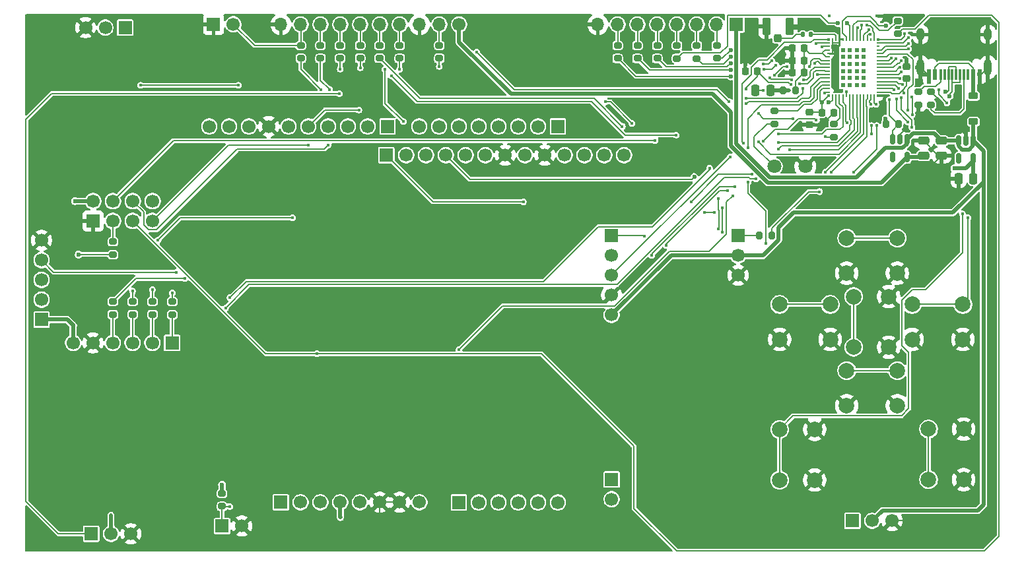
<source format=gbr>
%TF.GenerationSoftware,KiCad,Pcbnew,9.0.6*%
%TF.CreationDate,2025-12-26T21:20:51+11:00*%
%TF.ProjectId,Fipper Zero,46697070-6572-4205-9a65-726f2e6b6963,rev?*%
%TF.SameCoordinates,Original*%
%TF.FileFunction,Copper,L1,Top*%
%TF.FilePolarity,Positive*%
%FSLAX46Y46*%
G04 Gerber Fmt 4.6, Leading zero omitted, Abs format (unit mm)*
G04 Created by KiCad (PCBNEW 9.0.6) date 2025-12-26 21:20:51*
%MOMM*%
%LPD*%
G01*
G04 APERTURE LIST*
G04 Aperture macros list*
%AMRoundRect*
0 Rectangle with rounded corners*
0 $1 Rounding radius*
0 $2 $3 $4 $5 $6 $7 $8 $9 X,Y pos of 4 corners*
0 Add a 4 corners polygon primitive as box body*
4,1,4,$2,$3,$4,$5,$6,$7,$8,$9,$2,$3,0*
0 Add four circle primitives for the rounded corners*
1,1,$1+$1,$2,$3*
1,1,$1+$1,$4,$5*
1,1,$1+$1,$6,$7*
1,1,$1+$1,$8,$9*
0 Add four rect primitives between the rounded corners*
20,1,$1+$1,$2,$3,$4,$5,0*
20,1,$1+$1,$4,$5,$6,$7,0*
20,1,$1+$1,$6,$7,$8,$9,0*
20,1,$1+$1,$8,$9,$2,$3,0*%
G04 Aperture macros list end*
%TA.AperFunction,ComponentPad*%
%ADD10R,1.700000X1.700000*%
%TD*%
%TA.AperFunction,ComponentPad*%
%ADD11C,1.700000*%
%TD*%
%TA.AperFunction,SMDPad,CuDef*%
%ADD12RoundRect,0.200000X0.275000X-0.200000X0.275000X0.200000X-0.275000X0.200000X-0.275000X-0.200000X0*%
%TD*%
%TA.AperFunction,SMDPad,CuDef*%
%ADD13RoundRect,0.200000X-0.275000X0.200000X-0.275000X-0.200000X0.275000X-0.200000X0.275000X0.200000X0*%
%TD*%
%TA.AperFunction,SMDPad,CuDef*%
%ADD14RoundRect,0.225000X-0.225000X-0.250000X0.225000X-0.250000X0.225000X0.250000X-0.225000X0.250000X0*%
%TD*%
%TA.AperFunction,SMDPad,CuDef*%
%ADD15RoundRect,0.225000X0.225000X0.250000X-0.225000X0.250000X-0.225000X-0.250000X0.225000X-0.250000X0*%
%TD*%
%TA.AperFunction,SMDPad,CuDef*%
%ADD16RoundRect,0.225000X0.250000X-0.225000X0.250000X0.225000X-0.250000X0.225000X-0.250000X-0.225000X0*%
%TD*%
%TA.AperFunction,SMDPad,CuDef*%
%ADD17RoundRect,0.135000X0.135000X0.185000X-0.135000X0.185000X-0.135000X-0.185000X0.135000X-0.185000X0*%
%TD*%
%TA.AperFunction,ComponentPad*%
%ADD18C,2.000000*%
%TD*%
%TA.AperFunction,SMDPad,CuDef*%
%ADD19RoundRect,0.200000X0.200000X0.275000X-0.200000X0.275000X-0.200000X-0.275000X0.200000X-0.275000X0*%
%TD*%
%TA.AperFunction,SMDPad,CuDef*%
%ADD20RoundRect,0.150000X-0.150000X0.512500X-0.150000X-0.512500X0.150000X-0.512500X0.150000X0.512500X0*%
%TD*%
%TA.AperFunction,SMDPad,CuDef*%
%ADD21RoundRect,0.250000X0.475000X-0.250000X0.475000X0.250000X-0.475000X0.250000X-0.475000X-0.250000X0*%
%TD*%
%TA.AperFunction,SMDPad,CuDef*%
%ADD22RoundRect,0.250000X0.250000X-0.275000X0.250000X0.275000X-0.250000X0.275000X-0.250000X-0.275000X0*%
%TD*%
%TA.AperFunction,SMDPad,CuDef*%
%ADD23RoundRect,0.250000X0.275000X-0.850000X0.275000X0.850000X-0.275000X0.850000X-0.275000X-0.850000X0*%
%TD*%
%TA.AperFunction,ComponentPad*%
%ADD24O,1.700000X1.700000*%
%TD*%
%TA.AperFunction,SMDPad,CuDef*%
%ADD25RoundRect,0.250000X0.250000X0.475000X-0.250000X0.475000X-0.250000X-0.475000X0.250000X-0.475000X0*%
%TD*%
%TA.AperFunction,SMDPad,CuDef*%
%ADD26RoundRect,0.250000X-0.475000X0.250000X-0.475000X-0.250000X0.475000X-0.250000X0.475000X0.250000X0*%
%TD*%
%TA.AperFunction,SMDPad,CuDef*%
%ADD27R,0.600000X1.450000*%
%TD*%
%TA.AperFunction,SMDPad,CuDef*%
%ADD28R,0.300000X1.450000*%
%TD*%
%TA.AperFunction,HeatsinkPad*%
%ADD29O,1.000000X2.100000*%
%TD*%
%TA.AperFunction,HeatsinkPad*%
%ADD30O,1.000000X1.600000*%
%TD*%
%TA.AperFunction,SMDPad,CuDef*%
%ADD31RoundRect,0.225000X0.375000X-0.225000X0.375000X0.225000X-0.375000X0.225000X-0.375000X-0.225000X0*%
%TD*%
%TA.AperFunction,SMDPad,CuDef*%
%ADD32RoundRect,0.225000X-0.250000X0.225000X-0.250000X-0.225000X0.250000X-0.225000X0.250000X0.225000X0*%
%TD*%
%TA.AperFunction,SMDPad,CuDef*%
%ADD33RoundRect,0.200000X-0.200000X-0.275000X0.200000X-0.275000X0.200000X0.275000X-0.200000X0.275000X0*%
%TD*%
%TA.AperFunction,SMDPad,CuDef*%
%ADD34R,0.300000X0.300000*%
%TD*%
%TA.AperFunction,SMDPad,CuDef*%
%ADD35R,0.350000X0.250000*%
%TD*%
%TA.AperFunction,SMDPad,CuDef*%
%ADD36R,0.250000X0.350000*%
%TD*%
%TA.AperFunction,SMDPad,CuDef*%
%ADD37R,0.600000X0.600000*%
%TD*%
%TA.AperFunction,SMDPad,CuDef*%
%ADD38R,0.430000X0.430000*%
%TD*%
%TA.AperFunction,ComponentPad*%
%ADD39C,1.800000*%
%TD*%
%TA.AperFunction,ViaPad*%
%ADD40C,0.600000*%
%TD*%
%TA.AperFunction,ViaPad*%
%ADD41C,0.450000*%
%TD*%
%TA.AperFunction,Conductor*%
%ADD42C,0.200000*%
%TD*%
%TA.AperFunction,Conductor*%
%ADD43C,0.500000*%
%TD*%
%TA.AperFunction,Conductor*%
%ADD44C,0.150000*%
%TD*%
G04 APERTURE END LIST*
D10*
%TO.P,J7,1,Pin_1*%
%TO.N,Net-(J7-Pin_1)*%
X146350000Y-104700000D03*
D11*
%TO.P,J7,2,Pin_2*%
%TO.N,Net-(J7-Pin_2)*%
X143810000Y-104700000D03*
%TO.P,J7,3,Pin_3*%
%TO.N,Net-(J7-Pin_3)*%
X141270000Y-104700000D03*
%TO.P,J7,4,Pin_4*%
%TO.N,Net-(J7-Pin_4)*%
X138730000Y-104700000D03*
%TO.P,J7,5,Pin_5*%
%TO.N,GND*%
X136190000Y-104700000D03*
%TO.P,J7,6,Pin_6*%
%TO.N,+3V3*%
X133650000Y-104700000D03*
%TD*%
D12*
%TO.P,R17,1*%
%TO.N,Net-(J7-Pin_4)*%
X138730000Y-101045000D03*
%TO.P,R17,2*%
%TO.N,SPL_D_MOSI*%
X138730000Y-99395000D03*
%TD*%
D13*
%TO.P,RX1,1*%
%TO.N,Net-(U1-PB5)*%
X231170000Y-76615000D03*
%TO.P,RX1,2*%
%TO.N,SPL_R_MOSI*%
X231170000Y-78265000D03*
%TD*%
D14*
%TO.P,C4,1*%
%TO.N,+3V3*%
X229650000Y-75130000D03*
%TO.P,C4,2*%
%TO.N,GND*%
X231200000Y-75130000D03*
%TD*%
D15*
%TO.P,C2,1*%
%TO.N,VDDA*%
X227425000Y-70010000D03*
%TO.P,C2,2*%
%TO.N,GND*%
X225875000Y-70010000D03*
%TD*%
D16*
%TO.P,C5,1*%
%TO.N,+3V3*%
X240540000Y-70750000D03*
%TO.P,C5,2*%
%TO.N,GND*%
X240540000Y-69200000D03*
%TD*%
D15*
%TO.P,C7,1*%
%TO.N,VDDA*%
X227425000Y-66900000D03*
%TO.P,C7,2*%
%TO.N,GND*%
X225875000Y-66900000D03*
%TD*%
D17*
%TO.P,R23,1*%
%TO.N,RF_OUT*%
X228280000Y-65120000D03*
%TO.P,R23,2*%
%TO.N,Net-(J16-In)*%
X227260000Y-65120000D03*
%TD*%
D13*
%TO.P,R7,1*%
%TO.N,Net-(J15-Pin_14)*%
X170460000Y-66520000D03*
%TO.P,R7,2*%
%TO.N,UART1_RX*%
X170460000Y-68170000D03*
%TD*%
D18*
%TO.P,SW4,1,1*%
%TO.N,BUTTON_RIGHT*%
X241250000Y-99750000D03*
X247750000Y-99750000D03*
%TO.P,SW4,2,2*%
%TO.N,GND*%
X241250000Y-104250000D03*
X247750000Y-104250000D03*
%TD*%
D19*
%TO.P,R22,1*%
%TO.N,VDDA*%
X226300000Y-72290000D03*
%TO.P,R22,2*%
%TO.N,+3V3*%
X224650000Y-72290000D03*
%TD*%
D18*
%TO.P,SW5,1,1*%
%TO.N,BUTTON_DOWN*%
X232850000Y-108250000D03*
X239350000Y-108250000D03*
%TO.P,SW5,2,2*%
%TO.N,GND*%
X232850000Y-112750000D03*
X239350000Y-112750000D03*
%TD*%
D10*
%TO.P,J5,1,Pin_1*%
%TO.N,GND*%
X136220000Y-89040000D03*
D11*
%TO.P,J5,2,Pin_2*%
%TO.N,+3V3*%
X136220000Y-86500000D03*
%TO.P,J5,3,Pin_3*%
%TO.N,Net-(J5-Pin_3)*%
X138760000Y-89040000D03*
%TO.P,J5,4,Pin_4*%
%TO.N,CC1101_CS*%
X138760000Y-86500000D03*
%TO.P,J5,5,Pin_5*%
%TO.N,SPL_R_SCK*%
X141300000Y-89040000D03*
%TO.P,J5,6,Pin_6*%
%TO.N,SPL_R_MOSI*%
X141300000Y-86500000D03*
%TO.P,J5,7,Pin_7*%
%TO.N,SPL_R_MISO*%
X143840000Y-89040000D03*
%TO.P,J5,8,Pin_8*%
%TO.N,unconnected-(J5-Pin_8-Pad8)*%
X143840000Y-86500000D03*
%TD*%
D12*
%TO.P,R12,1*%
%TO.N,PB2*%
X206020000Y-68175000D03*
%TO.P,R12,2*%
%TO.N,Net-(J15-Pin_6)*%
X206020000Y-66525000D03*
%TD*%
D18*
%TO.P,SW1,1,1*%
%TO.N,RESET*%
X243350000Y-122250000D03*
X243350000Y-115750000D03*
%TO.P,SW1,2,2*%
%TO.N,GND*%
X247850000Y-122250000D03*
X247850000Y-115750000D03*
%TD*%
D20*
%TO.P,UP2,1,VIN*%
%TO.N,+5V*%
X240600000Y-78575000D03*
%TO.P,UP2,2,GND*%
%TO.N,GND*%
X239650000Y-78575000D03*
%TO.P,UP2,3,EN*%
%TO.N,PERIPHERAL_POWER*%
X238700000Y-78575000D03*
%TO.P,UP2,4,NC*%
%TO.N,unconnected-(UP2-NC-Pad4)*%
X238700000Y-80850000D03*
%TO.P,UP2,5,VOUT*%
%TO.N,/+3V3_{EXT}*%
X240600000Y-80850000D03*
%TD*%
%TO.P,UP1,1,VIN*%
%TO.N,+5V*%
X249100000Y-78755000D03*
%TO.P,UP1,2,GND*%
%TO.N,GND*%
X248150000Y-78755000D03*
%TO.P,UP1,3,EN*%
%TO.N,+5V*%
X247200000Y-78755000D03*
%TO.P,UP1,4,NC*%
%TO.N,unconnected-(UP1-NC-Pad4)*%
X247200000Y-81030000D03*
%TO.P,UP1,5,VOUT*%
%TO.N,+3V3*%
X249100000Y-81030000D03*
%TD*%
D21*
%TO.P,CP3,1*%
%TO.N,/+3V3_{EXT}*%
X242725000Y-80650000D03*
%TO.P,CP3,2*%
%TO.N,GND*%
X242725000Y-78750000D03*
%TD*%
D18*
%TO.P,SW3,1,1*%
%TO.N,BUTTON_LEFT*%
X224250000Y-99750000D03*
X230750000Y-99750000D03*
%TO.P,SW3,2,2*%
%TO.N,GND*%
X224250000Y-104250000D03*
X230750000Y-104250000D03*
%TD*%
D22*
%TO.P,J16,1,In*%
%TO.N,Net-(J16-In)*%
X224025000Y-65575000D03*
D23*
%TO.P,J16,2,Ext*%
%TO.N,GND*%
X222550000Y-64050000D03*
X225500000Y-64050000D03*
%TD*%
D10*
%TO.P,J8,1,Pin_1*%
%TO.N,SD_CO*%
X152760000Y-128200000D03*
D11*
%TO.P,J8,2,Pin_2*%
%TO.N,GND*%
X155300000Y-128200000D03*
%TD*%
D13*
%TO.P,R18,1*%
%TO.N,+3V3*%
X152750000Y-124015000D03*
%TO.P,R18,2*%
%TO.N,SD_CO*%
X152750000Y-125665000D03*
%TD*%
D18*
%TO.P,SW7,1,1*%
%TO.N,BUTTON_OK*%
X233750000Y-105250000D03*
X233750000Y-98750000D03*
%TO.P,SW7,2,2*%
%TO.N,GND*%
X238250000Y-105250000D03*
X238250000Y-98750000D03*
%TD*%
D13*
%TO.P,R4,1*%
%TO.N,Net-(J15-Pin_10)*%
X180610000Y-66520000D03*
%TO.P,R4,2*%
%TO.N,SWCLK*%
X180610000Y-68170000D03*
%TD*%
D10*
%TO.P,J15,1,Pin_1*%
%TO.N,+5V*%
X218715000Y-63830000D03*
D24*
%TO.P,J15,2,Pin_2*%
%TO.N,Net-(J15-Pin_2)*%
X216175000Y-63830000D03*
%TO.P,J15,3,Pin_3*%
%TO.N,Net-(J15-Pin_3)*%
X213635000Y-63830000D03*
%TO.P,J15,4,Pin_4*%
%TO.N,Net-(J15-Pin_4)*%
X211095000Y-63830000D03*
%TO.P,J15,5,Pin_5*%
%TO.N,Net-(J15-Pin_5)*%
X208555000Y-63830000D03*
%TO.P,J15,6,Pin_6*%
%TO.N,Net-(J15-Pin_6)*%
X206015000Y-63830000D03*
%TO.P,J15,7,Pin_7*%
%TO.N,Net-(J15-Pin_7)*%
X203475000Y-63830000D03*
%TO.P,J15,8,Pin_8*%
%TO.N,GND*%
X200935000Y-63830000D03*
D11*
%TO.P,J15,9,Pin_9*%
%TO.N,/+3V3_{EXT}*%
X183155000Y-63830000D03*
D24*
%TO.P,J15,10,Pin_10*%
%TO.N,Net-(J15-Pin_10)*%
X180615000Y-63830000D03*
%TO.P,J15,11,Pin_11*%
%TO.N,GND*%
X178075000Y-63830000D03*
%TO.P,J15,12,Pin_12*%
%TO.N,Net-(J15-Pin_12)*%
X175535000Y-63830000D03*
%TO.P,J15,13,Pin_13*%
%TO.N,Net-(J15-Pin_13)*%
X172995000Y-63830000D03*
%TO.P,J15,14,Pin_14*%
%TO.N,Net-(J15-Pin_14)*%
X170455000Y-63830000D03*
%TO.P,J15,15,Pin_15*%
%TO.N,Net-(J15-Pin_15)*%
X167915000Y-63830000D03*
%TO.P,J15,16,Pin_16*%
%TO.N,Net-(J15-Pin_16)*%
X165375000Y-63830000D03*
%TO.P,J15,17,Pin_17*%
%TO.N,/iBUTTON_{EXT}*%
X162835000Y-63830000D03*
%TO.P,J15,18,Pin_18*%
%TO.N,GND*%
X160295000Y-63830000D03*
%TD*%
D15*
%TO.P,C6,1*%
%TO.N,VDDA*%
X227425000Y-68450000D03*
%TO.P,C6,2*%
%TO.N,GND*%
X225875000Y-68450000D03*
%TD*%
D13*
%TO.P,RU2,1*%
%TO.N,Net-(USB1-CC2)*%
X242075000Y-72470000D03*
%TO.P,RU2,2*%
%TO.N,GND*%
X242075000Y-74120000D03*
%TD*%
%TO.P,R5,1*%
%TO.N,/iBUTTON_{EXT}*%
X162850000Y-66515000D03*
%TO.P,R5,2*%
%TO.N,iBUTTON*%
X162850000Y-68165000D03*
%TD*%
D25*
%TO.P,C8,1*%
%TO.N,+3V3*%
X223040000Y-72290000D03*
%TO.P,C8,2*%
%TO.N,GND*%
X221140000Y-72290000D03*
%TD*%
D13*
%TO.P,R19,1*%
%TO.N,SPEAKER*%
X223550000Y-74945000D03*
%TO.P,R19,2*%
%TO.N,Net-(BZ1-+)*%
X223550000Y-76595000D03*
%TD*%
D12*
%TO.P,RU1,1*%
%TO.N,Net-(USB1-CC1)*%
X243675000Y-74125000D03*
%TO.P,RU1,2*%
%TO.N,GND*%
X243675000Y-72475000D03*
%TD*%
D26*
%TO.P,CP1,1*%
%TO.N,+5V*%
X245030000Y-78750000D03*
%TO.P,CP1,2*%
%TO.N,GND*%
X245030000Y-80650000D03*
%TD*%
D13*
%TO.P,R6,1*%
%TO.N,Net-(J15-Pin_13)*%
X172980000Y-66520000D03*
%TO.P,R6,2*%
%TO.N,UART1_TX*%
X172980000Y-68170000D03*
%TD*%
D12*
%TO.P,R10,1*%
%TO.N,PA7*%
X216180000Y-68175000D03*
%TO.P,R10,2*%
%TO.N,Net-(J15-Pin_2)*%
X216180000Y-66525000D03*
%TD*%
D10*
%TO.P,J6,1,Pin_1*%
%TO.N,GND*%
X151660000Y-63800000D03*
D11*
%TO.P,J6,2,Pin_2*%
%TO.N,/iBUTTON_{EXT}*%
X154200000Y-63800000D03*
%TD*%
D12*
%TO.P,R9,1*%
%TO.N,PA6*%
X213630000Y-68185000D03*
%TO.P,R9,2*%
%TO.N,Net-(J15-Pin_3)*%
X213630000Y-66535000D03*
%TD*%
%TO.P,R8,1*%
%TO.N,PA4*%
X211090000Y-68185000D03*
%TO.P,R8,2*%
%TO.N,Net-(J15-Pin_4)*%
X211090000Y-66535000D03*
%TD*%
%TO.P,R2,1*%
%TO.N,PC0*%
X165370000Y-68175000D03*
%TO.P,R2,2*%
%TO.N,Net-(J15-Pin_16)*%
X165370000Y-66525000D03*
%TD*%
%TO.P,R14,1*%
%TO.N,Net-(J7-Pin_1)*%
X146360000Y-101050000D03*
%TO.P,R14,2*%
%TO.N,SPL_D_MISO*%
X146360000Y-99400000D03*
%TD*%
D13*
%TO.P,R3,1*%
%TO.N,Net-(J15-Pin_12)*%
X175530000Y-66525000D03*
%TO.P,R3,2*%
%TO.N,SWDIO*%
X175530000Y-68175000D03*
%TD*%
D12*
%TO.P,RX2,1*%
%TO.N,SPL_R_SCK*%
X239400000Y-65015000D03*
%TO.P,RX2,2*%
%TO.N,Net-(U1-PA5)*%
X239400000Y-63365000D03*
%TD*%
%TO.P,R13,1*%
%TO.N,PC1*%
X167900000Y-68175000D03*
%TO.P,R13,2*%
%TO.N,Net-(J15-Pin_15)*%
X167900000Y-66525000D03*
%TD*%
D27*
%TO.P,USB1,A1,GND*%
%TO.N,GND*%
X249900000Y-70225000D03*
%TO.P,USB1,A4,VBUS*%
%TO.N,Net-(D1-A)*%
X249100000Y-70225000D03*
D28*
%TO.P,USB1,A5,CC1*%
%TO.N,Net-(USB1-CC1)*%
X247900000Y-70225000D03*
%TO.P,USB1,A6,D+*%
%TO.N,USB_D+*%
X246900000Y-70225000D03*
%TO.P,USB1,A7,D-*%
%TO.N,USB_D-*%
X246400000Y-70225000D03*
%TO.P,USB1,A8,SBU1*%
%TO.N,unconnected-(USB1-SBU1-PadA8)*%
X245400000Y-70225000D03*
D27*
%TO.P,USB1,A9,VBUS*%
%TO.N,Net-(D1-A)*%
X244200000Y-70225000D03*
%TO.P,USB1,A12,GND*%
%TO.N,GND*%
X243400000Y-70225000D03*
%TO.P,USB1,B1,GND*%
X243400000Y-70225000D03*
%TO.P,USB1,B4,VBUS*%
%TO.N,Net-(D1-A)*%
X244200000Y-70225000D03*
D28*
%TO.P,USB1,B5,CC2*%
%TO.N,Net-(USB1-CC2)*%
X244900000Y-70225000D03*
%TO.P,USB1,B6,D+*%
%TO.N,USB_D+*%
X245900000Y-70225000D03*
%TO.P,USB1,B7,D-*%
%TO.N,USB_D-*%
X247400000Y-70225000D03*
%TO.P,USB1,B8,SBU2*%
%TO.N,unconnected-(USB1-SBU2-PadB8)*%
X248400000Y-70225000D03*
D27*
%TO.P,USB1,B9,VBUS*%
%TO.N,Net-(D1-A)*%
X249100000Y-70225000D03*
%TO.P,USB1,B12,GND*%
%TO.N,GND*%
X249900000Y-70225000D03*
D29*
%TO.P,USB1,S1,SHIELD*%
X250970000Y-69310000D03*
D30*
X250970000Y-65130000D03*
D29*
X242330000Y-69310000D03*
D30*
X242330000Y-65130000D03*
%TD*%
D31*
%TO.P,D1,1,K*%
%TO.N,+5V*%
X249100000Y-76305000D03*
%TO.P,D1,2,A*%
%TO.N,Net-(D1-A)*%
X249100000Y-73005000D03*
%TD*%
D12*
%TO.P,R16,1*%
%TO.N,Net-(J7-Pin_3)*%
X141270000Y-101040000D03*
%TO.P,R16,2*%
%TO.N,SD_CS*%
X141270000Y-99390000D03*
%TD*%
%TO.P,R21,1*%
%TO.N,CC1101_GO*%
X138770000Y-93355000D03*
%TO.P,R21,2*%
%TO.N,Net-(J5-Pin_3)*%
X138770000Y-91705000D03*
%TD*%
%TO.P,R15,1*%
%TO.N,Net-(J7-Pin_2)*%
X143810000Y-101040000D03*
%TO.P,R15,2*%
%TO.N,SPL_D_SCK*%
X143810000Y-99390000D03*
%TD*%
D32*
%TO.P,C3,1*%
%TO.N,+3V3*%
X228100000Y-75105000D03*
%TO.P,C3,2*%
%TO.N,GND*%
X228100000Y-76655000D03*
%TD*%
D15*
%TO.P,C1,1*%
%TO.N,RESET*%
X221370000Y-69800000D03*
%TO.P,C1,2*%
%TO.N,GND*%
X219820000Y-69800000D03*
%TD*%
D18*
%TO.P,SW6,1,1*%
%TO.N,BUTTON_BACK*%
X224250000Y-122300000D03*
X224250000Y-115800000D03*
%TO.P,SW6,2,2*%
%TO.N,GND*%
X228750000Y-122300000D03*
X228750000Y-115800000D03*
%TD*%
D33*
%TO.P,RP1,1*%
%TO.N,+3V3*%
X237875000Y-76625000D03*
%TO.P,RP1,2*%
%TO.N,PERIPHERAL_POWER*%
X239525000Y-76625000D03*
%TD*%
D10*
%TO.P,J14,1,Pin_1*%
%TO.N,DISPLAY_CS*%
X173815000Y-80600000D03*
D11*
%TO.P,J14,2,Pin_2*%
%TO.N,DISPLAY_RST*%
X176355000Y-80600000D03*
%TO.P,J14,3,Pin_3*%
%TO.N,DISPLAY_DI*%
X178895000Y-80600000D03*
%TO.P,J14,4,Pin_4*%
%TO.N,SPL_D_SCK*%
X181435000Y-80600000D03*
%TO.P,J14,5,Pin_5*%
%TO.N,SPL_D_MOSI*%
X183975000Y-80600000D03*
%TO.P,J14,6,Pin_6*%
%TO.N,+3V3*%
X186515000Y-80600000D03*
%TO.P,J14,7,Pin_7*%
%TO.N,GND*%
X189055000Y-80600000D03*
%TO.P,J14,8,Pin_8*%
%TO.N,+3V3*%
X191595000Y-80600000D03*
%TO.P,J14,9,Pin_9*%
%TO.N,GND*%
X194135000Y-80600000D03*
%TO.P,J14,10,Pin_10*%
%TO.N,unconnected-(J14-Pin_10-Pad10)*%
X196675000Y-80600000D03*
%TO.P,J14,11,Pin_11*%
%TO.N,unconnected-(J14-Pin_11-Pad11)*%
X199215000Y-80600000D03*
%TO.P,J14,12,Pin_12*%
%TO.N,unconnected-(J14-Pin_12-Pad12)*%
X201755000Y-80600000D03*
%TO.P,J14,13,Pin_13*%
%TO.N,unconnected-(J14-Pin_13-Pad13)*%
X204295000Y-80600000D03*
%TD*%
D19*
%TO.P,R20,1*%
%TO.N,Net-(U1-PD2)*%
X223275000Y-90930000D03*
%TO.P,R20,2*%
%TO.N,PD2*%
X221625000Y-90930000D03*
%TD*%
D34*
%TO.P,U1,1,PA2*%
%TO.N,RFID_PULL*%
X230520000Y-65730000D03*
D35*
%TO.P,U1,2,PA1*%
%TO.N,CC1101_GO*%
X230520000Y-66200000D03*
%TO.P,U1,3,PA0*%
%TO.N,IR_RX*%
X230520000Y-66650000D03*
%TO.P,U1,4,VREF+*%
%TO.N,VDDA*%
X230520000Y-67100000D03*
%TO.P,U1,5,VSS_0*%
%TO.N,GND*%
X230520000Y-67550000D03*
%TO.P,U1,6,VDDA*%
%TO.N,VDDA*%
X230520000Y-68000000D03*
%TO.P,U1,7,PC3*%
%TO.N,PC3*%
X230520000Y-68450000D03*
%TO.P,U1,8,PC2*%
%TO.N,SPL_D_MISO*%
X230520000Y-68900000D03*
%TO.P,U1,9,PC1*%
%TO.N,PC1*%
X230520000Y-69350000D03*
%TO.P,U1,10,NRST*%
%TO.N,RESET*%
X230520000Y-69800000D03*
%TO.P,U1,11,PB9*%
%TO.N,IR_TX*%
X230520000Y-70250000D03*
%TO.P,U1,12,PC0*%
%TO.N,PC0*%
X230520000Y-70700000D03*
%TO.P,U1,13,PH3-BOOT0*%
%TO.N,BUTTON_OK*%
X230520000Y-71150000D03*
%TO.P,U1,14,PB8*%
%TO.N,SPEAKER*%
X230520000Y-71600000D03*
%TO.P,U1,15,VBAT*%
%TO.N,+3V3*%
X230520000Y-72050000D03*
%TO.P,U1,16,VSS*%
%TO.N,GND*%
X230520000Y-72500000D03*
D34*
%TO.P,U1,17,VDD*%
%TO.N,+3V3*%
X230520000Y-72980000D03*
D36*
%TO.P,U1,18,PB7*%
%TO.N,UART1_RX*%
X231000000Y-72980000D03*
%TO.P,U1,19,PB5*%
%TO.N,Net-(U1-PB5)*%
X231450000Y-72980000D03*
%TO.P,U1,20,PB4*%
%TO.N,SPL_R_MISO*%
X231900000Y-72980000D03*
%TO.P,U1,21,PB3*%
%TO.N,PB3*%
X232350000Y-72980000D03*
%TO.P,U1,22,PC10*%
%TO.N,SD_CO*%
X232800000Y-72980000D03*
%TO.P,U1,23,PC11*%
%TO.N,DISPLAY_CS*%
X233250000Y-72980000D03*
%TO.P,U1,24,PC12*%
%TO.N,SD_CS*%
X233700000Y-72980000D03*
%TO.P,U1,25,PA13*%
%TO.N,SWDIO*%
X234150000Y-72980000D03*
%TO.P,U1,26,PA14*%
%TO.N,SWCLK*%
X234600000Y-72980000D03*
%TO.P,U1,27,PA15*%
%TO.N,RFID_CARRIER*%
X235050000Y-72980000D03*
%TO.P,U1,28,PA10*%
%TO.N,I2C_SDA*%
X235500000Y-72980000D03*
%TO.P,U1,29,PA12*%
%TO.N,USB_D+*%
X235950000Y-72980000D03*
%TO.P,U1,30,PA11*%
%TO.N,USB_D-*%
X236400000Y-72980000D03*
D34*
%TO.P,U1,31,VSS_1*%
%TO.N,GND*%
X236870000Y-72980000D03*
D35*
%TO.P,U1,32,VDDUSB*%
%TO.N,+3V3*%
X236870000Y-72500000D03*
%TO.P,U1,33,PD0*%
%TO.N,CC1101_CS*%
X236870000Y-72050000D03*
%TO.P,U1,34,PD1*%
%TO.N,SPL_D_SCK*%
X236870000Y-71600000D03*
%TO.P,U1,35,PB13*%
%TO.N,RFID_OUT*%
X236870000Y-71150000D03*
%TO.P,U1,36,PC6*%
%TO.N,BUTTON_DOWN*%
X236870000Y-70700000D03*
%TO.P,U1,37,PB14*%
%TO.N,iBUTTON*%
X236870000Y-70250000D03*
%TO.P,U1,38,PB15*%
%TO.N,SPL_D_MOSI*%
X236870000Y-69800000D03*
%TO.P,U1,39,PB6*%
%TO.N,UART1_TX*%
X236870000Y-69350000D03*
%TO.P,U1,40,PC13*%
%TO.N,BUTTON_BACK*%
X236870000Y-68900000D03*
%TO.P,U1,41,PB12*%
%TO.N,BUTTON_RIGHT*%
X236870000Y-68450000D03*
%TO.P,U1,42,PE4*%
%TO.N,NFC_CS*%
X236870000Y-68000000D03*
%TO.P,U1,43,PB1*%
%TO.N,DISPLAY_RST*%
X236870000Y-67550000D03*
%TO.P,U1,44,PB0*%
%TO.N,DISPLAY_DI*%
X236870000Y-67100000D03*
%TO.P,U1,45,PC5*%
%TO.N,unconnected-(U1-PC5-Pad45)*%
X236870000Y-66650000D03*
%TO.P,U1,46,PB11*%
%TO.N,BUTTON_LEFT*%
X236870000Y-66200000D03*
D34*
%TO.P,U1,47,PB10*%
%TO.N,BUTTON_UP*%
X236870000Y-65730000D03*
D36*
%TO.P,U1,48,PB2*%
%TO.N,PB2*%
X236400000Y-65730000D03*
%TO.P,U1,49,PC4*%
%TO.N,unconnected-(U1-PC4-Pad49)*%
X235950000Y-65730000D03*
%TO.P,U1,50,PA8*%
%TO.N,VIBRATION*%
X235500000Y-65730000D03*
%TO.P,U1,51,PA9*%
%TO.N,I2C_SCL*%
X235050000Y-65730000D03*
%TO.P,U1,52,PA7*%
%TO.N,PA7*%
X234600000Y-65730000D03*
%TO.P,U1,53,PA6*%
%TO.N,PA6*%
X234150000Y-65730000D03*
%TO.P,U1,54,PA5*%
%TO.N,Net-(U1-PA5)*%
X233700000Y-65730000D03*
%TO.P,U1,55,PA4*%
%TO.N,PA4*%
X233250000Y-65730000D03*
%TO.P,U1,56,PA3*%
%TO.N,PERIPHERAL_POWER*%
X232800000Y-65730000D03*
%TO.P,U1,57,VSS_2*%
%TO.N,GND*%
X232350000Y-65730000D03*
%TO.P,U1,58,ANT_IN*%
X231900000Y-65730000D03*
%TO.P,U1,59,RF_OUT*%
%TO.N,RF_OUT*%
X231450000Y-65730000D03*
%TO.P,U1,60,VSS_3*%
%TO.N,GND*%
X231000000Y-65730000D03*
D37*
%TO.P,U1,61,PH0*%
%TO.N,unconnected-(U1-PH0-Pad61)*%
X232350000Y-67100000D03*
%TO.P,U1,62,PH1*%
%TO.N,unconnected-(U1-PH1-Pad62)*%
X232350000Y-68000000D03*
%TO.P,U1,63,PD14*%
%TO.N,unconnected-(U1-PD14-Pad63)*%
X232350000Y-68900000D03*
%TO.P,U1,64,PE1*%
%TO.N,unconnected-(U1-PE1-Pad64)*%
X232350000Y-69800000D03*
%TO.P,U1,65,PD13*%
%TO.N,unconnected-(U1-PD13-Pad65)*%
X232350000Y-70700000D03*
%TO.P,U1,66,PD12*%
%TO.N,unconnected-(U1-PD12-Pad66)*%
X232350000Y-71600000D03*
%TO.P,U1,67,PD7*%
%TO.N,unconnected-(U1-PD7-Pad67)*%
X233250000Y-71600000D03*
%TO.P,U1,68,PD2*%
%TO.N,Net-(U1-PD2)*%
X234150000Y-71600000D03*
%TO.P,U1,69,PC9*%
%TO.N,unconnected-(U1-PC9-Pad69)*%
X235050000Y-71600000D03*
%TO.P,U1,70,PD3*%
%TO.N,unconnected-(U1-PD3-Pad70)*%
X235050000Y-70700000D03*
%TO.P,U1,71,PC7*%
%TO.N,unconnected-(U1-PC7-Pad71)*%
X235050000Y-69800000D03*
%TO.P,U1,72,PE3*%
%TO.N,unconnected-(U1-PE3-Pad72)*%
X235050000Y-68900000D03*
%TO.P,U1,73,PD4*%
%TO.N,NFC_IRQ*%
X235050000Y-68000000D03*
%TO.P,U1,74,PD9*%
%TO.N,unconnected-(U1-PD9-Pad74)*%
X235050000Y-67100000D03*
%TO.P,U1,75,PD8*%
%TO.N,unconnected-(U1-PD8-Pad75)*%
X234150000Y-67100000D03*
%TO.P,U1,76,PD15*%
%TO.N,unconnected-(U1-PD15-Pad76)*%
X233250000Y-67100000D03*
%TO.P,U1,77,PD10*%
%TO.N,unconnected-(U1-PD10-Pad77)*%
X233250000Y-68000000D03*
%TO.P,U1,78,PE2*%
%TO.N,unconnected-(U1-PE2-Pad78)*%
X233250000Y-68900000D03*
%TO.P,U1,79,PE0*%
%TO.N,unconnected-(U1-PE0-Pad79)*%
X233250000Y-69800000D03*
%TO.P,U1,80,PD5*%
%TO.N,unconnected-(U1-PD5-Pad80)*%
X233250000Y-70700000D03*
%TO.P,U1,81,PD6*%
%TO.N,unconnected-(U1-PD6-Pad81)*%
X234150000Y-70700000D03*
%TO.P,U1,82,PD11*%
%TO.N,unconnected-(U1-PD11-Pad82)*%
X234150000Y-69800000D03*
%TO.P,U1,83,PC8*%
%TO.N,unconnected-(U1-PC8-Pad83)*%
X234150000Y-68900000D03*
%TO.P,U1,84,VSS_4*%
%TO.N,GND*%
X234150000Y-68000000D03*
D38*
%TO.P,U1,85,ANT_NC*%
%TO.N,unconnected-(U1-ANT_NC-Pad85)*%
X230650000Y-62760000D03*
%TO.P,U1,86,VSS_5*%
%TO.N,GND*%
X236750000Y-62760000D03*
%TD*%
D39*
%TO.P,BZ1,1,+*%
%TO.N,Net-(BZ1-+)*%
X223550000Y-82050000D03*
%TO.P,BZ1,2,-*%
%TO.N,GND*%
X227550000Y-82050000D03*
%TD*%
D12*
%TO.P,R11,1*%
%TO.N,PB3*%
X208560000Y-68175000D03*
%TO.P,R11,2*%
%TO.N,Net-(J15-Pin_5)*%
X208560000Y-66525000D03*
%TD*%
%TO.P,R1,1*%
%TO.N,PC3*%
X203480000Y-68175000D03*
%TO.P,R1,2*%
%TO.N,Net-(J15-Pin_7)*%
X203480000Y-66525000D03*
%TD*%
D25*
%TO.P,CP2,1*%
%TO.N,+3V3*%
X249100000Y-83605000D03*
%TO.P,CP2,2*%
%TO.N,GND*%
X247200000Y-83605000D03*
%TD*%
D18*
%TO.P,SW2,1,1*%
%TO.N,BUTTON_UP*%
X232850000Y-91250000D03*
X239350000Y-91250000D03*
%TO.P,SW2,2,2*%
%TO.N,GND*%
X232850000Y-95750000D03*
X239350000Y-95750000D03*
%TD*%
D10*
%TO.P,IR1,1,Pin_1*%
%TO.N,IR_TX*%
X135970000Y-129200000D03*
D11*
%TO.P,IR1,2,Pin_2*%
%TO.N,+3V3*%
X138510000Y-129200000D03*
%TO.P,IR1,3,Pin_3*%
%TO.N,GND*%
X141050000Y-129200000D03*
%TD*%
D10*
%TO.P,J12,1,Pin_1*%
%TO.N,PD2*%
X218930000Y-90930000D03*
D11*
%TO.P,J12,2,Pin_2*%
%TO.N,+5V*%
X218930000Y-93470000D03*
%TO.P,J12,3,Pin_3*%
%TO.N,GND*%
X218930000Y-96010000D03*
%TD*%
D10*
%TO.P,J10,1,Pin_1*%
%TO.N,+3V3*%
X129600000Y-101690000D03*
D11*
%TO.P,J10,2,Pin_2*%
%TO.N,RESET*%
X129600000Y-99150000D03*
%TO.P,J10,3,Pin_3*%
%TO.N,I2C_SCL*%
X129600000Y-96610000D03*
%TO.P,J10,4,Pin_4*%
%TO.N,I2C_SDA*%
X129600000Y-94070000D03*
%TO.P,J10,5,Pin_5*%
%TO.N,GND*%
X129600000Y-91530000D03*
%TD*%
D10*
%TO.P,J11,1,Pin_1*%
%TO.N,unconnected-(J11-Pin_1-Pad1)*%
X202710000Y-122225000D03*
D11*
%TO.P,J11,2,Pin_2*%
%TO.N,unconnected-(J11-Pin_2-Pad2)*%
X202710000Y-124765000D03*
%TD*%
D10*
%TO.P,IR2,1,Pin_1*%
%TO.N,IR_RX*%
X140320000Y-64230000D03*
D11*
%TO.P,IR2,2,Pin_2*%
%TO.N,+3V3*%
X137780000Y-64230000D03*
%TO.P,IR2,3,Pin_3*%
%TO.N,GND*%
X135240000Y-64230000D03*
%TD*%
D10*
%TO.P,J4,1,Pin_1*%
%TO.N,NFC_IRQ*%
X183120000Y-125165000D03*
D11*
%TO.P,J4,2,Pin_2*%
%TO.N,unconnected-(J4-Pin_2-Pad2)*%
X185660000Y-125165000D03*
%TO.P,J4,3,Pin_3*%
%TO.N,unconnected-(J4-Pin_3-Pad3)*%
X188200000Y-125165000D03*
%TO.P,J4,4,Pin_4*%
%TO.N,unconnected-(J4-Pin_4-Pad4)*%
X190740000Y-125165000D03*
%TO.P,J4,5,Pin_5*%
%TO.N,unconnected-(J4-Pin_5-Pad5)*%
X193280000Y-125165000D03*
%TO.P,J4,6,Pin_6*%
%TO.N,unconnected-(J4-Pin_6-Pad6)*%
X195820000Y-125165000D03*
%TD*%
D10*
%TO.P,J13,1,Pin_1*%
%TO.N,RFID_OUT*%
X202700000Y-90950000D03*
D11*
%TO.P,J13,2,Pin_2*%
%TO.N,RFID_CARRIER*%
X202700000Y-93490000D03*
%TO.P,J13,3,Pin_3*%
%TO.N,RFID_PULL*%
X202700000Y-96030000D03*
%TO.P,J13,4,Pin_4*%
%TO.N,GND*%
X202700000Y-98570000D03*
%TO.P,J13,5,Pin_5*%
%TO.N,+5V*%
X202700000Y-101110000D03*
%TD*%
D10*
%TO.P,J2,1,Pin_1*%
%TO.N,unconnected-(J2-Pin_1-Pad1)*%
X160280000Y-125155000D03*
D11*
%TO.P,J2,2,Pin_2*%
%TO.N,unconnected-(J2-Pin_2-Pad2)*%
X162820000Y-125155000D03*
%TO.P,J2,3,Pin_3*%
%TO.N,unconnected-(J2-Pin_3-Pad3)*%
X165360000Y-125155000D03*
%TO.P,J2,4,Pin_4*%
%TO.N,+3V3*%
X167900000Y-125155000D03*
%TO.P,J2,5,Pin_5*%
%TO.N,unconnected-(J2-Pin_5-Pad5)*%
X170440000Y-125155000D03*
%TO.P,J2,6,Pin_6*%
%TO.N,GND*%
X172980000Y-125155000D03*
%TO.P,J2,7,Pin_7*%
X175520000Y-125155000D03*
%TO.P,J2,8,Pin_8*%
%TO.N,unconnected-(J2-Pin_8-Pad8)*%
X178060000Y-125155000D03*
%TD*%
D10*
%TO.P,J3,1,Pin_1*%
%TO.N,unconnected-(J3-Pin_1-Pad1)*%
X195820000Y-76905000D03*
D11*
%TO.P,J3,2,Pin_2*%
%TO.N,unconnected-(J3-Pin_2-Pad2)*%
X193280000Y-76905000D03*
%TO.P,J3,3,Pin_3*%
%TO.N,unconnected-(J3-Pin_3-Pad3)*%
X190740000Y-76905000D03*
%TO.P,J3,4,Pin_4*%
%TO.N,unconnected-(J3-Pin_4-Pad4)*%
X188200000Y-76905000D03*
%TO.P,J3,5,Pin_5*%
%TO.N,unconnected-(J3-Pin_5-Pad5)*%
X185660000Y-76905000D03*
%TO.P,J3,6,Pin_6*%
%TO.N,unconnected-(J3-Pin_6-Pad6)*%
X183120000Y-76905000D03*
%TO.P,J3,7,Pin_7*%
%TO.N,unconnected-(J3-Pin_7-Pad7)*%
X180580000Y-76905000D03*
%TO.P,J3,8,Pin_8*%
%TO.N,unconnected-(J3-Pin_8-Pad8)*%
X178040000Y-76905000D03*
%TD*%
D10*
%TO.P,J9,1,Pin_1*%
%TO.N,VIBRATION*%
X233590000Y-127530000D03*
D11*
%TO.P,J9,2,Pin_2*%
%TO.N,+5V*%
X236130000Y-127530000D03*
%TO.P,J9,3*%
%TO.N,GND*%
X238670000Y-127530000D03*
%TD*%
D10*
%TO.P,J1,1,Pin_1*%
%TO.N,unconnected-(J1-Pin_1-Pad1)*%
X173970000Y-76905000D03*
D11*
%TO.P,J1,2,Pin_2*%
%TO.N,unconnected-(J1-Pin_2-Pad2)*%
X171430000Y-76905000D03*
%TO.P,J1,3,Pin_3*%
%TO.N,NFC_CS*%
X168890000Y-76905000D03*
%TO.P,J1,4,Pin_4*%
%TO.N,SPL_R_MOSI*%
X166350000Y-76905000D03*
%TO.P,J1,5,Pin_5*%
%TO.N,SPL_R_MISO*%
X163810000Y-76905000D03*
%TO.P,J1,6,Pin_6*%
%TO.N,SPL_R_SCK*%
X161270000Y-76905000D03*
%TO.P,J1,7,Pin_7*%
%TO.N,GND*%
X158730000Y-76905000D03*
%TO.P,J1,8,Pin_8*%
%TO.N,unconnected-(J1-Pin_8-Pad8)*%
X156190000Y-76905000D03*
%TO.P,J1,9,Pin_9*%
%TO.N,unconnected-(J1-Pin_9-Pad9)*%
X153650000Y-76905000D03*
%TO.P,J1,10,Pin_10*%
%TO.N,unconnected-(J1-Pin_10-Pad10)*%
X151110000Y-76905000D03*
%TD*%
D40*
%TO.N,GND*%
X234220000Y-130500000D03*
X249650000Y-130170000D03*
D41*
X237650000Y-73504000D03*
X224394573Y-68780966D03*
X229570000Y-76404000D03*
D40*
X129640000Y-87460000D03*
X150390000Y-130050000D03*
D41*
X234150000Y-68000000D03*
D40*
X130170000Y-104460000D03*
X219830000Y-68979527D03*
D41*
X222110000Y-72290000D03*
X229987500Y-72597500D03*
D40*
X227440000Y-63600000D03*
X129560000Y-69140000D03*
D41*
X172990000Y-127060000D03*
X240590000Y-127530000D03*
D40*
X129640000Y-77960000D03*
X240730000Y-63602000D03*
X221811765Y-66051527D03*
X221040000Y-64350000D03*
D41*
X240205566Y-77436158D03*
X246300000Y-83590000D03*
D40*
X221040000Y-63260000D03*
X197750000Y-63400000D03*
X197080000Y-130200000D03*
X221640000Y-130380000D03*
X184500000Y-130120000D03*
D41*
X242710000Y-81590000D03*
X245030000Y-74620000D03*
D40*
X186210000Y-63400000D03*
X208410000Y-130380000D03*
X130390000Y-130080000D03*
X231730000Y-64440293D03*
X130130000Y-120690000D03*
X173280000Y-130160000D03*
D41*
X242070000Y-75350000D03*
X224770000Y-70338000D03*
X240563677Y-68484000D03*
D40*
X221050000Y-65290000D03*
D41*
X246864000Y-77640000D03*
D40*
X130240000Y-112140000D03*
X157240000Y-63700000D03*
X145790000Y-63850000D03*
D41*
X230190000Y-76140000D03*
D40*
X163620000Y-130130000D03*
D41*
%TO.N,RESET*%
X225683726Y-71544316D03*
X226825000Y-71435000D03*
X219980000Y-72100000D03*
X142300000Y-71630000D03*
X154850000Y-71630000D03*
D40*
%TO.N,+3V3*%
X152750000Y-122880000D03*
D41*
X225449000Y-72290000D03*
D40*
X246660000Y-82280000D03*
D41*
X240173278Y-72638184D03*
D40*
X237847010Y-75899163D03*
D41*
X138500000Y-126800000D03*
X167920000Y-127090000D03*
D40*
X133650000Y-102450000D03*
X229650000Y-73820000D03*
X133900000Y-86500000D03*
D41*
%TO.N,IR_TX*%
X227190000Y-72030000D03*
X229106018Y-70233546D03*
X219939000Y-73340000D03*
X167791232Y-72685000D03*
%TO.N,IR_RX*%
X229700577Y-66724999D03*
%TO.N,SPL_R_SCK*%
X164910000Y-106080000D03*
%TO.N,NFC_CS*%
X240710000Y-74860000D03*
%TO.N,SPL_R_MOSI*%
X166360000Y-79273768D03*
X230140000Y-78250000D03*
%TO.N,SPL_R_MISO*%
X224075000Y-77855000D03*
X170301232Y-74805000D03*
X163810000Y-79273768D03*
%TO.N,NFC_IRQ*%
X218217282Y-85807718D03*
X236720000Y-76805000D03*
X233760000Y-82755000D03*
X235050000Y-68000000D03*
X183140000Y-105555000D03*
%TO.N,CC1101_CS*%
X240678768Y-76321232D03*
X238907500Y-72202500D03*
X208291232Y-78748768D03*
X239210000Y-73400000D03*
%TO.N,SD_CO*%
X232800000Y-72420000D03*
X215253332Y-82276668D03*
X222152870Y-78780999D03*
X153730000Y-125690000D03*
X228960992Y-76130000D03*
X153773768Y-98873768D03*
%TO.N,VIBRATION*%
X235875000Y-65129998D03*
%TO.N,I2C_SCL*%
X235661935Y-64515908D03*
%TO.N,I2C_SDA*%
X146885000Y-95630000D03*
X230879925Y-82755000D03*
X209707662Y-92197662D03*
X217539561Y-85130000D03*
%TO.N,RFID_OUT*%
X206940000Y-90960000D03*
X239975454Y-71546399D03*
X216375732Y-90073000D03*
X241225000Y-73103201D03*
X216430000Y-86140000D03*
X241240000Y-75380000D03*
%TO.N,RFID_PULL*%
X217904579Y-80825421D03*
X219635000Y-79091010D03*
%TO.N,RFID_CARRIER*%
X207859112Y-93479112D03*
X218472827Y-84605000D03*
X230140000Y-82755000D03*
%TO.N,DISPLAY_RST*%
X240783842Y-66987844D03*
%TO.N,DISPLAY_CS*%
X224075000Y-79010000D03*
X212881232Y-86591232D03*
X220711996Y-83068556D03*
X191390000Y-86580000D03*
%TO.N,SPL_D_SCK*%
X143810000Y-97860000D03*
X241210000Y-76990000D03*
D40*
X213300000Y-83410000D03*
D41*
X239531767Y-72021421D03*
X144531232Y-91528768D03*
X239835345Y-73193436D03*
X161800000Y-88640000D03*
%TO.N,DISPLAY_DI*%
X240786812Y-66243097D03*
%TO.N,SPL_D_MOSI*%
X215901232Y-87988768D03*
X147943768Y-96426232D03*
X214620000Y-87988768D03*
X239640001Y-69297181D03*
%TO.N,PC3*%
X222259078Y-69557913D03*
X223791462Y-69028527D03*
X228039255Y-69238343D03*
D40*
X217965000Y-70475585D03*
D41*
%TO.N,PC0*%
X219939000Y-73990003D03*
X166530000Y-72160000D03*
%TO.N,SWDIO*%
X173643768Y-69576232D03*
X225570000Y-79935000D03*
X176010000Y-76300000D03*
X175530000Y-69570000D03*
%TO.N,SWCLK*%
X174473768Y-70406232D03*
X180610000Y-69210000D03*
X210998332Y-78021668D03*
X221515000Y-78906000D03*
%TO.N,iBUTTON*%
X205325000Y-76525000D03*
X201930000Y-73755000D03*
X239861356Y-69918338D03*
X165430000Y-72160000D03*
%TO.N,UART1_TX*%
X239833470Y-68496255D03*
X204070000Y-76900000D03*
%TO.N,UART1_RX*%
X217760000Y-73735000D03*
X170460000Y-69390000D03*
X185387298Y-67372702D03*
X225930000Y-75894000D03*
X221551232Y-75261232D03*
D40*
X230501955Y-73846575D03*
%TO.N,PA4*%
X231730000Y-63640290D03*
X232930000Y-63639265D03*
D41*
%TO.N,PA6*%
X234225000Y-64205091D03*
D40*
X217965000Y-67978527D03*
%TO.N,PA7*%
X217965000Y-67130000D03*
D41*
X234796266Y-63895000D03*
%TO.N,PB3*%
X232885000Y-76410000D03*
D40*
X217965000Y-68827054D03*
D41*
%TO.N,PB2*%
X235446269Y-63895000D03*
X223266461Y-68503527D03*
X222170000Y-68904527D03*
D40*
X217965000Y-69675582D03*
D41*
%TO.N,PC1*%
X223031232Y-70718768D03*
X167910000Y-69540000D03*
X225825659Y-70910000D03*
X227343019Y-70910000D03*
%TO.N,SPL_D_MISO*%
X225200000Y-69230000D03*
X146360000Y-98290000D03*
X228785000Y-68780527D03*
X223557991Y-70337942D03*
%TO.N,SD_CS*%
X224090000Y-79800000D03*
X221237996Y-83620000D03*
X153196232Y-100193768D03*
X141270000Y-98060000D03*
%TO.N,Net-(U1-PD2)*%
X234150000Y-71600000D03*
X229380000Y-85282718D03*
X236020000Y-76800000D03*
X236010000Y-77855000D03*
%TO.N,CC1101_GO*%
X228886232Y-66255000D03*
D40*
X134350000Y-93355000D03*
%TO.N,PERIPHERAL_POWER*%
X237893768Y-63975000D03*
D41*
X238320000Y-73504000D03*
%TO.N,BUTTON_UP*%
X240300000Y-64962459D03*
%TO.N,BUTTON_LEFT*%
X240786812Y-65500634D03*
%TO.N,BUTTON_RIGHT*%
X248389918Y-88596318D03*
X238547677Y-68136677D03*
%TO.N,BUTTON_DOWN*%
X245700000Y-73880000D03*
X216900732Y-87358268D03*
X216900732Y-90500000D03*
X244631304Y-72163823D03*
X239640000Y-70763281D03*
%TO.N,BUTTON_BACK*%
X239190810Y-68236008D03*
X247700000Y-88140000D03*
%TO.N,BUTTON_OK*%
X220186996Y-79643004D03*
X220184370Y-84053853D03*
X222470000Y-91960000D03*
D40*
%TO.N,USB_D+*%
X245474479Y-72424479D03*
D41*
X235914424Y-74077803D03*
D40*
%TO.N,USB_D-*%
X246040000Y-73026521D03*
D41*
X236600000Y-74078201D03*
%TD*%
D42*
%TO.N,Net-(BZ1-+)*%
X221000000Y-78220000D02*
X222625000Y-76595000D01*
X222625000Y-76595000D02*
X223550000Y-76595000D01*
X220990000Y-79490000D02*
X220990000Y-78220000D01*
X220990000Y-78220000D02*
X221000000Y-78220000D01*
X223550000Y-82050000D02*
X220990000Y-79490000D01*
%TO.N,GND*%
X246315000Y-83605000D02*
X246300000Y-83590000D01*
X242075000Y-75345000D02*
X242070000Y-75350000D01*
X230085000Y-72500000D02*
X230520000Y-72500000D01*
X231900000Y-65730000D02*
X231900000Y-64610293D01*
X221140000Y-72290000D02*
X222110000Y-72290000D01*
X249900000Y-70225000D02*
X250055000Y-70225000D01*
X231024000Y-67498000D02*
X231024000Y-66206000D01*
X231000000Y-66182000D02*
X231024000Y-66206000D01*
X225875000Y-68450000D02*
X224725539Y-68450000D01*
X242075000Y-74120000D02*
X242075000Y-75345000D01*
X229987500Y-72597500D02*
X230085000Y-72500000D01*
X243400000Y-70225000D02*
X243245000Y-70225000D01*
X243245000Y-70225000D02*
X242330000Y-69310000D01*
X244625000Y-80650000D02*
X245030000Y-80650000D01*
X225890293Y-64440293D02*
X231730000Y-64440293D01*
X237650000Y-73083201D02*
X237546799Y-72980000D01*
X172980000Y-127050000D02*
X172990000Y-127060000D01*
X221340000Y-64050000D02*
X221040000Y-64350000D01*
X225500000Y-64050000D02*
X225890293Y-64440293D01*
X250055000Y-70225000D02*
X250970000Y-69310000D01*
X240540000Y-68507677D02*
X240563677Y-68484000D01*
X248150000Y-78092501D02*
X247697499Y-77640000D01*
X231900000Y-66182000D02*
X231900000Y-65730000D01*
X243675000Y-72475000D02*
X245030000Y-73830000D01*
X247697499Y-77640000D02*
X246864000Y-77640000D01*
X219820000Y-68989527D02*
X219830000Y-68979527D01*
X237650000Y-73504000D02*
X237650000Y-73083201D01*
X172980000Y-125155000D02*
X172980000Y-127050000D01*
X231024000Y-66206000D02*
X231876000Y-66206000D01*
X231876000Y-66206000D02*
X231900000Y-66182000D01*
X231200000Y-75130000D02*
X230190000Y-76140000D01*
X245030000Y-73830000D02*
X245030000Y-74620000D01*
X231000000Y-65730000D02*
X231000000Y-66182000D01*
X231900000Y-64610293D02*
X231730000Y-64440293D01*
X238010000Y-62601000D02*
X237851000Y-62760000D01*
X222550000Y-64050000D02*
X221340000Y-64050000D01*
X225875000Y-70010000D02*
X225098000Y-70010000D01*
X230972000Y-67550000D02*
X231024000Y-67498000D01*
X225098000Y-70010000D02*
X224770000Y-70338000D01*
X230520000Y-67550000D02*
X230972000Y-67550000D01*
X239650000Y-78575000D02*
X239650000Y-77991724D01*
X224725539Y-68450000D02*
X224394573Y-68780966D01*
X240540000Y-69200000D02*
X240540000Y-68507677D01*
X237851000Y-62760000D02*
X236750000Y-62760000D01*
X225875000Y-66900000D02*
X225875000Y-68450000D01*
X240730000Y-62890000D02*
X240441000Y-62601000D01*
X239650000Y-77991724D02*
X240205566Y-77436158D01*
X237546799Y-72980000D02*
X236870000Y-72980000D01*
X175520000Y-125155000D02*
X172980000Y-125155000D01*
X247200000Y-83605000D02*
X246315000Y-83605000D01*
X238670000Y-127530000D02*
X240590000Y-127530000D01*
X232350000Y-65730000D02*
X231900000Y-65730000D01*
X245030000Y-80650000D02*
X244090000Y-81590000D01*
X244090000Y-81590000D02*
X242710000Y-81590000D01*
X240730000Y-63602000D02*
X240730000Y-62890000D01*
X228100000Y-76655000D02*
X229319000Y-76655000D01*
X229319000Y-76655000D02*
X229570000Y-76404000D01*
X248150000Y-78755000D02*
X248150000Y-78092501D01*
X242725000Y-78750000D02*
X244625000Y-80650000D01*
X219820000Y-69800000D02*
X219820000Y-68989527D01*
X240441000Y-62601000D02*
X238010000Y-62601000D01*
%TO.N,RESET*%
X227777210Y-71450000D02*
X228579999Y-70647211D01*
X221370000Y-70548840D02*
X219980000Y-71938840D01*
X221370000Y-69800000D02*
X221370000Y-70548840D01*
X225061064Y-71264000D02*
X222834000Y-71264000D01*
X222834000Y-71264000D02*
X221370000Y-69800000D01*
X228579999Y-70017101D02*
X228889573Y-69707527D01*
X229809700Y-69751000D02*
X230044000Y-69751000D01*
X226840000Y-71450000D02*
X227777210Y-71450000D01*
X230044000Y-69751000D02*
X230093000Y-69800000D01*
X243350000Y-115750000D02*
X243350000Y-122250000D01*
X154850000Y-71630000D02*
X142300000Y-71630000D01*
X219980000Y-71938840D02*
X219980000Y-72100000D01*
X229766227Y-69707527D02*
X229809700Y-69751000D01*
X225403410Y-71264000D02*
X225683726Y-71544316D01*
X230093000Y-69800000D02*
X230520000Y-69800000D01*
X225061064Y-71264000D02*
X225403410Y-71264000D01*
X228579999Y-70647211D02*
X228579999Y-70017101D01*
X228889573Y-69707527D02*
X229766227Y-69707527D01*
X226825000Y-71435000D02*
X226840000Y-71450000D01*
%TO.N,VDDA*%
X226300000Y-72290000D02*
X226300000Y-71135000D01*
X230520000Y-68000000D02*
X230212944Y-68000000D01*
X229791472Y-67578528D02*
X229791472Y-67376528D01*
X230212944Y-68000000D02*
X229791472Y-67578528D01*
X226300000Y-71135000D02*
X227425000Y-70010000D01*
X227425000Y-70010000D02*
X227425000Y-68450000D01*
X227425000Y-68450000D02*
X227425000Y-68305000D01*
X227425000Y-66900000D02*
X227425000Y-68450000D01*
X228103528Y-67578528D02*
X229791472Y-67578528D01*
X227425000Y-66900000D02*
X228103528Y-67578528D01*
X229791472Y-67376528D02*
X230068000Y-67100000D01*
X230068000Y-67100000D02*
X230520000Y-67100000D01*
%TO.N,+3V3*%
X240540000Y-71724315D02*
X240540000Y-70750000D01*
X240090000Y-72230000D02*
X240070000Y-72250000D01*
X240070000Y-72250000D02*
X240070000Y-72534906D01*
X229650000Y-73820000D02*
X229680000Y-73820000D01*
D43*
X152750000Y-122880000D02*
X152750000Y-124015000D01*
D42*
X238460676Y-72500000D02*
X238689176Y-72728500D01*
X229461500Y-73631500D02*
X229650000Y-73820000D01*
D43*
X237847010Y-75899163D02*
X237847010Y-76597010D01*
X224650000Y-72290000D02*
X225449000Y-72290000D01*
D42*
X229461500Y-72378500D02*
X229461500Y-73631500D01*
D43*
X136220000Y-86500000D02*
X133900000Y-86500000D01*
D42*
X229650000Y-74775000D02*
X229650000Y-75130000D01*
D43*
X138510000Y-129200000D02*
X138510000Y-126810000D01*
X133650000Y-104700000D02*
X133650000Y-102450000D01*
X167900000Y-127070000D02*
X167920000Y-127090000D01*
D42*
X238689176Y-72728500D02*
X239591500Y-72728500D01*
X240299000Y-71965315D02*
X240540000Y-71724315D01*
X229680000Y-73820000D02*
X230520000Y-72980000D01*
X240090000Y-72230000D02*
X240299000Y-72021000D01*
D43*
X132890000Y-101690000D02*
X133650000Y-102450000D01*
X246660000Y-82280000D02*
X248130000Y-82280000D01*
X223040000Y-72290000D02*
X224650000Y-72290000D01*
D42*
X240070000Y-72534906D02*
X240173278Y-72638184D01*
D43*
X138510000Y-126810000D02*
X138500000Y-126800000D01*
D42*
X239591500Y-72728500D02*
X240090000Y-72230000D01*
X228100000Y-75105000D02*
X229625000Y-75105000D01*
X229790000Y-72050000D02*
X229461500Y-72378500D01*
D43*
X237847010Y-76597010D02*
X237875000Y-76625000D01*
X248130000Y-82280000D02*
X249100000Y-81310000D01*
D42*
X236870000Y-72500000D02*
X238460676Y-72500000D01*
X230520000Y-72050000D02*
X229790000Y-72050000D01*
X229625000Y-75105000D02*
X229650000Y-75130000D01*
D43*
X249100000Y-81310000D02*
X249100000Y-81030000D01*
X129600000Y-101690000D02*
X132890000Y-101690000D01*
X249100000Y-83605000D02*
X249100000Y-81030000D01*
X167900000Y-125155000D02*
X167900000Y-127070000D01*
D42*
X229650000Y-75130000D02*
X229650000Y-73820000D01*
X240299000Y-72021000D02*
X240299000Y-71965315D01*
%TO.N,RF_OUT*%
X228280000Y-65120000D02*
X231292000Y-65120000D01*
X231450000Y-65278000D02*
X231450000Y-65730000D01*
X231292000Y-65120000D02*
X231450000Y-65278000D01*
%TO.N,Net-(J16-In)*%
X226330000Y-65131160D02*
X226330000Y-65120000D01*
X224025000Y-65575000D02*
X225886160Y-65575000D01*
X225886160Y-65575000D02*
X226330000Y-65131160D01*
X226330000Y-65120000D02*
X227260000Y-65120000D01*
D43*
%TO.N,+5V*%
X249100000Y-79321600D02*
X248553100Y-79868500D01*
X240053100Y-79688500D02*
X240600000Y-79141600D01*
X250410000Y-125460000D02*
X250410000Y-84018292D01*
X224126000Y-89916000D02*
X224120000Y-89910000D01*
X218715000Y-79125603D02*
X223019397Y-83430000D01*
X224126000Y-91480196D02*
X224126000Y-89916000D01*
X250410000Y-82950000D02*
X250420000Y-82940000D01*
X237450000Y-126210000D02*
X249660000Y-126210000D01*
X248553100Y-79868500D02*
X247651001Y-79868500D01*
X249100000Y-76305000D02*
X249100000Y-78755000D01*
X210340000Y-93470000D02*
X218930000Y-93470000D01*
X218930000Y-93470000D02*
X222136196Y-93470000D01*
X245035000Y-78755000D02*
X245030000Y-78750000D01*
X224120000Y-89910000D02*
X226040000Y-87990000D01*
X249100000Y-78755000D02*
X249100000Y-79321600D01*
X241376000Y-77799000D02*
X244079000Y-77799000D01*
X240600000Y-79141600D02*
X240600000Y-78575000D01*
X250420000Y-80075000D02*
X249100000Y-78755000D01*
X247651001Y-79868500D02*
X247200000Y-79417499D01*
X234087000Y-83430000D02*
X237828500Y-79688500D01*
X250420000Y-82940000D02*
X250420000Y-80075000D01*
X226040000Y-87990000D02*
X246438292Y-87990000D01*
X236130000Y-127530000D02*
X237450000Y-126210000D01*
X249660000Y-126210000D02*
X250410000Y-125460000D01*
X247200000Y-79417499D02*
X247200000Y-78755000D01*
X246438292Y-87990000D02*
X250410000Y-84018292D01*
X202700000Y-101110000D02*
X210340000Y-93470000D01*
X218715000Y-63830000D02*
X218715000Y-79125603D01*
X237828500Y-79688500D02*
X240053100Y-79688500D01*
X240600000Y-78575000D02*
X241376000Y-77799000D01*
X250410000Y-84018292D02*
X250410000Y-82950000D01*
X247200000Y-78755000D02*
X245035000Y-78755000D01*
X222136196Y-93470000D02*
X224126000Y-91480196D01*
X244079000Y-77799000D02*
X245030000Y-78750000D01*
X223019397Y-83430000D02*
X234087000Y-83430000D01*
%TO.N,/+3V3_{EXT}*%
X183155000Y-66095000D02*
X189810000Y-72750000D01*
X183155000Y-63830000D02*
X183155000Y-66095000D01*
X237319000Y-84131000D02*
X222729033Y-84131000D01*
X240600000Y-80850000D02*
X242525000Y-80850000D01*
X222729033Y-84131000D02*
X218000000Y-79401967D01*
X218000000Y-79401967D02*
X218000000Y-75090000D01*
X218000000Y-75090000D02*
X215660000Y-72750000D01*
X242525000Y-80850000D02*
X242725000Y-80650000D01*
X240600000Y-80850000D02*
X237319000Y-84131000D01*
X215660000Y-72750000D02*
X189810000Y-72750000D01*
%TO.N,Net-(D1-A)*%
X249100000Y-73005000D02*
X249100000Y-70225000D01*
D42*
X248497000Y-68798000D02*
X249100000Y-69401000D01*
X244200000Y-70225000D02*
X244200000Y-69300000D01*
X249100000Y-69401000D02*
X249100000Y-70225000D01*
X244702000Y-68798000D02*
X248497000Y-68798000D01*
X244200000Y-69300000D02*
X244702000Y-68798000D01*
%TO.N,IR_TX*%
X227190000Y-72030000D02*
X227190000Y-72589064D01*
X230520000Y-70250000D02*
X229122472Y-70250000D01*
X131760000Y-129200000D02*
X135970000Y-129200000D01*
X226450064Y-73329000D02*
X219950000Y-73329000D01*
X130895000Y-72685000D02*
X127601000Y-75979000D01*
X219950000Y-73329000D02*
X219939000Y-73340000D01*
X227190000Y-72589064D02*
X226450064Y-73329000D01*
X167791232Y-72685000D02*
X130895000Y-72685000D01*
X229122472Y-70250000D02*
X229106018Y-70233546D01*
X127601000Y-125041000D02*
X131760000Y-129200000D01*
X127601000Y-75979000D02*
X127601000Y-125041000D01*
%TO.N,IR_RX*%
X229753266Y-66724999D02*
X229828265Y-66650000D01*
X229700577Y-66724999D02*
X229753266Y-66724999D01*
X229828265Y-66650000D02*
X230520000Y-66650000D01*
%TO.N,SPL_R_SCK*%
X141300000Y-89040000D02*
X158340000Y-106080000D01*
X243426215Y-62601000D02*
X250750000Y-62601000D01*
X252409000Y-64410000D02*
X252409000Y-129540000D01*
X211029000Y-131399000D02*
X205590000Y-125960000D01*
X251461000Y-62601000D02*
X252409000Y-63549000D01*
X205590000Y-125960000D02*
X205590000Y-117980000D01*
X158340000Y-106080000D02*
X164910000Y-106080000D01*
X212850000Y-131399000D02*
X211029000Y-131399000D01*
X252409000Y-63549000D02*
X252409000Y-64410000D01*
X239978541Y-64436459D02*
X241590756Y-64436459D01*
X193690000Y-106080000D02*
X164910000Y-106080000D01*
X205460000Y-117850000D02*
X193690000Y-106080000D01*
X239400000Y-65015000D02*
X239978541Y-64436459D01*
X250750000Y-62601000D02*
X251461000Y-62601000D01*
X205590000Y-117980000D02*
X205460000Y-117850000D01*
X241590756Y-64436459D02*
X243426215Y-62601000D01*
X252409000Y-129540000D02*
X250550000Y-131399000D01*
X250550000Y-131399000D02*
X212850000Y-131399000D01*
%TO.N,NFC_CS*%
X238337890Y-67604000D02*
X240637877Y-67604000D01*
X240700000Y-72130000D02*
X240700000Y-74850000D01*
X241340000Y-71490000D02*
X240700000Y-72130000D01*
X237941890Y-68000000D02*
X238337890Y-67604000D01*
X236870000Y-68000000D02*
X237941890Y-68000000D01*
X240637877Y-67604000D02*
X241340000Y-68306123D01*
X240700000Y-74850000D02*
X240710000Y-74860000D01*
X241340000Y-68306123D02*
X241340000Y-71490000D01*
%TO.N,SPL_R_MOSI*%
X165833768Y-79800000D02*
X154707760Y-79800000D01*
X231170000Y-78265000D02*
X230155000Y-78265000D01*
X142689000Y-87889000D02*
X141300000Y-86500000D01*
X143363240Y-90191000D02*
X142689000Y-89516760D01*
X144316760Y-90191000D02*
X143363240Y-90191000D01*
X154707760Y-79800000D02*
X144316760Y-90191000D01*
X142689000Y-89516760D02*
X142689000Y-87889000D01*
X166360000Y-79273768D02*
X165833768Y-79800000D01*
X230155000Y-78265000D02*
X230140000Y-78250000D01*
%TO.N,SPL_R_MISO*%
X231974000Y-77316000D02*
X232360000Y-76930000D01*
X224075000Y-77855000D02*
X229705000Y-77855000D01*
X231900000Y-73967064D02*
X231900000Y-72980000D01*
X229705000Y-77855000D02*
X230244000Y-77316000D01*
X143840000Y-89040000D02*
X153606232Y-79273768D01*
X232360000Y-74427064D02*
X231900000Y-73967064D01*
X153606232Y-79273768D02*
X163810000Y-79273768D01*
X165910000Y-74805000D02*
X163810000Y-76905000D01*
X170301232Y-74805000D02*
X165910000Y-74805000D01*
X232360000Y-76930000D02*
X232360000Y-74427064D01*
X230244000Y-77316000D02*
X231974000Y-77316000D01*
%TO.N,NFC_IRQ*%
X218217282Y-85807718D02*
X217426732Y-86598268D01*
X236720000Y-79795000D02*
X233760000Y-82755000D01*
X213820000Y-92919000D02*
X210111768Y-92919000D01*
X236720000Y-76805000D02*
X236720000Y-79795000D01*
X217426732Y-90717877D02*
X215225609Y-92919000D01*
X210111768Y-92919000D02*
X203071768Y-99959000D01*
X215225609Y-92919000D02*
X213820000Y-92919000D01*
X188736000Y-99959000D02*
X183140000Y-105555000D01*
X203071768Y-99959000D02*
X188736000Y-99959000D01*
X217426732Y-86598268D02*
X217426732Y-90717877D01*
%TO.N,Net-(J5-Pin_3)*%
X138770000Y-89050000D02*
X138760000Y-89040000D01*
X138770000Y-91705000D02*
X138770000Y-89050000D01*
%TO.N,CC1101_CS*%
X146511232Y-78748768D02*
X138760000Y-86500000D01*
X239210000Y-73400000D02*
X239210000Y-74852464D01*
X238907500Y-72202500D02*
X238755000Y-72050000D01*
X239210000Y-74852464D02*
X240678768Y-76321232D01*
X238755000Y-72050000D02*
X236870000Y-72050000D01*
X208291232Y-78748768D02*
X146511232Y-78748768D01*
%TO.N,/iBUTTON_{EXT}*%
X156915000Y-66515000D02*
X162850000Y-66515000D01*
X154200000Y-63800000D02*
X156915000Y-66515000D01*
X162850000Y-63845000D02*
X162835000Y-63830000D01*
X162850000Y-66515000D02*
X162850000Y-63845000D01*
%TO.N,Net-(J7-Pin_4)*%
X138730000Y-101045000D02*
X138730000Y-104700000D01*
%TO.N,Net-(J7-Pin_1)*%
X146360000Y-104690000D02*
X146350000Y-104700000D01*
X146360000Y-101050000D02*
X146360000Y-104690000D01*
%TO.N,Net-(J7-Pin_3)*%
X141270000Y-101040000D02*
X141270000Y-104700000D01*
%TO.N,Net-(J7-Pin_2)*%
X143810000Y-101040000D02*
X143810000Y-104700000D01*
%TO.N,SD_CO*%
X200960000Y-89799000D02*
X193960000Y-96799000D01*
X193960000Y-96799000D02*
X155848536Y-96799000D01*
X215253332Y-82450545D02*
X207904877Y-89799000D01*
X225269263Y-77298614D02*
X223635255Y-77298614D01*
X228960992Y-76130000D02*
X228734992Y-75904000D01*
X226663877Y-75904000D02*
X225269263Y-77298614D01*
X153730000Y-125690000D02*
X152775000Y-125690000D01*
X152750000Y-125665000D02*
X152750000Y-128190000D01*
X228734992Y-75904000D02*
X226663877Y-75904000D01*
X152775000Y-125690000D02*
X152750000Y-125665000D01*
X223635255Y-77298614D02*
X222152870Y-78780999D01*
X215253332Y-82276668D02*
X215253332Y-82450545D01*
X232800000Y-72420000D02*
X232800000Y-72980000D01*
X152750000Y-128190000D02*
X152760000Y-128200000D01*
X207904877Y-89799000D02*
X200960000Y-89799000D01*
X155848536Y-96799000D02*
X153773768Y-98873768D01*
%TO.N,VIBRATION*%
X235500000Y-65278000D02*
X235500000Y-65730000D01*
X235648002Y-65129998D02*
X235500000Y-65278000D01*
X235875000Y-65129998D02*
X235648002Y-65129998D01*
%TO.N,I2C_SCL*%
X235661935Y-64515908D02*
X235661935Y-64548965D01*
X235661935Y-64548965D02*
X235050000Y-65160900D01*
X235050000Y-65160900D02*
X235050000Y-65730000D01*
%TO.N,I2C_SDA*%
X235416000Y-74323256D02*
X235416000Y-78043564D01*
X131160000Y-95630000D02*
X129600000Y-94070000D01*
X146885000Y-95630000D02*
X131160000Y-95630000D01*
X235500000Y-73356276D02*
X235388424Y-73467852D01*
X235388424Y-74295680D02*
X235416000Y-74323256D01*
X216599960Y-85130000D02*
X209707662Y-92022298D01*
X235388424Y-73467852D02*
X235388424Y-74295680D01*
X217539561Y-85130000D02*
X216599960Y-85130000D01*
X235416000Y-78218925D02*
X230879925Y-82755000D01*
X235416000Y-78043564D02*
X235416000Y-78218925D01*
X209707662Y-92022298D02*
X209707662Y-92197662D01*
X235500000Y-72980000D02*
X235500000Y-73356276D01*
%TO.N,PD2*%
X218930000Y-90930000D02*
X221625000Y-90930000D01*
%TO.N,RFID_OUT*%
X241225000Y-73103201D02*
X241240000Y-73118201D01*
X216499732Y-89949000D02*
X216499732Y-87701145D01*
X216374732Y-86195268D02*
X216430000Y-86140000D01*
X216499732Y-87701145D02*
X216374732Y-87576145D01*
X202700000Y-90950000D02*
X206930000Y-90950000D01*
X239282842Y-71150000D02*
X239538063Y-71405221D01*
X239282842Y-71150000D02*
X236870000Y-71150000D01*
X216374732Y-87576145D02*
X216374732Y-86195268D01*
X216375732Y-90073000D02*
X216499732Y-89949000D01*
X239834276Y-71405221D02*
X239975454Y-71546399D01*
X241240000Y-73118201D02*
X241240000Y-75380000D01*
X206930000Y-90950000D02*
X206940000Y-90960000D01*
X239833957Y-71405221D02*
X239834276Y-71405221D01*
X239538063Y-71405221D02*
X239833957Y-71405221D01*
%TO.N,RFID_PULL*%
X222637877Y-68378527D02*
X224896404Y-66120000D01*
X228660000Y-65730000D02*
X230520000Y-65730000D01*
X220619000Y-69325890D02*
X221566363Y-68378527D01*
X220619000Y-70274110D02*
X220619000Y-69325890D01*
X219413000Y-71480110D02*
X220619000Y-70274110D01*
X224896404Y-66120000D02*
X228270000Y-66120000D01*
X219635000Y-79091010D02*
X219413000Y-78869010D01*
X219413000Y-78869010D02*
X219413000Y-71480110D01*
X228270000Y-66120000D02*
X228660000Y-65730000D01*
X221566363Y-68378527D02*
X222637877Y-68378527D01*
X217904579Y-80825421D02*
X202700000Y-96030000D01*
%TO.N,RFID_CARRIER*%
X235050000Y-73239176D02*
X234987424Y-73301752D01*
X230140000Y-82752464D02*
X230140000Y-82755000D01*
X234987424Y-73301752D02*
X234987424Y-74461780D01*
X207859112Y-93303748D02*
X207859112Y-93479112D01*
X234491232Y-78401232D02*
X230140000Y-82752464D01*
X235015000Y-77877464D02*
X234491232Y-78401232D01*
X216557860Y-84605000D02*
X207859112Y-93303748D01*
X218472827Y-84605000D02*
X216557860Y-84605000D01*
X235050000Y-72980000D02*
X235050000Y-73239176D01*
X235015000Y-74489356D02*
X235015000Y-77877464D01*
X234987424Y-74461780D02*
X235015000Y-74489356D01*
%TO.N,DISPLAY_RST*%
X237987100Y-67002000D02*
X240769686Y-67002000D01*
X240769686Y-67002000D02*
X240783842Y-66987844D01*
X237439100Y-67550000D02*
X237987100Y-67002000D01*
X236870000Y-67550000D02*
X237439100Y-67550000D01*
%TO.N,DISPLAY_CS*%
X212881232Y-86591232D02*
X216402464Y-83070000D01*
X179795000Y-86580000D02*
X173815000Y-80600000D01*
X191390000Y-86580000D02*
X179795000Y-86580000D01*
X233250000Y-76788877D02*
X233250000Y-77374064D01*
X233250000Y-72980000D02*
X233250000Y-76031123D01*
X233250000Y-77374064D02*
X231614064Y-79010000D01*
X233250000Y-76031123D02*
X233411000Y-76192123D01*
X220710552Y-83070000D02*
X220711996Y-83068556D01*
X231614064Y-79010000D02*
X224075000Y-79010000D01*
X233411000Y-76192123D02*
X233411000Y-76627877D01*
X216402464Y-83070000D02*
X220710552Y-83070000D01*
X233411000Y-76627877D02*
X233250000Y-76788877D01*
%TO.N,SPL_D_SCK*%
X239835345Y-73193436D02*
X239830000Y-73198781D01*
X241210000Y-76110000D02*
X241210000Y-76990000D01*
X184525000Y-83690000D02*
X181435000Y-80600000D01*
X213300000Y-83410000D02*
X213020000Y-83690000D01*
X147420000Y-88640000D02*
X144531232Y-91528768D01*
X239830000Y-73198781D02*
X239830000Y-74730000D01*
X236870000Y-71600000D02*
X239110346Y-71600000D01*
X143810000Y-97860000D02*
X143810000Y-99390000D01*
X213020000Y-83690000D02*
X184525000Y-83690000D01*
X239110346Y-71600000D02*
X239531767Y-72021421D01*
X239830000Y-74730000D02*
X241210000Y-76110000D01*
X161800000Y-88640000D02*
X147420000Y-88640000D01*
%TO.N,DISPLAY_DI*%
X236870000Y-67100000D02*
X237322000Y-67100000D01*
X237322000Y-67100000D02*
X237821000Y-66601000D01*
X237821000Y-66601000D02*
X239350000Y-66601000D01*
X240428909Y-66601000D02*
X240786812Y-66243097D01*
X239350000Y-66601000D02*
X240428909Y-66601000D01*
%TO.N,SPL_D_MOSI*%
X141698768Y-96426232D02*
X147943768Y-96426232D01*
X138730000Y-99395000D02*
X141698768Y-96426232D01*
X239518467Y-69429250D02*
X239518467Y-69418714D01*
X239518467Y-69418714D02*
X239640001Y-69297181D01*
X236870000Y-69800000D02*
X239147717Y-69800000D01*
X214620000Y-87988768D02*
X215901232Y-87988768D01*
X239147717Y-69800000D02*
X239518467Y-69429250D01*
%TO.N,Net-(J15-Pin_10)*%
X180610000Y-63835000D02*
X180615000Y-63830000D01*
X180610000Y-66520000D02*
X180610000Y-63835000D01*
%TO.N,Net-(J15-Pin_14)*%
X170460000Y-66520000D02*
X170460000Y-63835000D01*
X170460000Y-63835000D02*
X170455000Y-63830000D01*
%TO.N,Net-(J15-Pin_16)*%
X165370000Y-63835000D02*
X165375000Y-63830000D01*
X165370000Y-66525000D02*
X165370000Y-63835000D01*
%TO.N,Net-(J15-Pin_4)*%
X211090000Y-66535000D02*
X211090000Y-63835000D01*
X211090000Y-63835000D02*
X211095000Y-63830000D01*
%TO.N,Net-(J15-Pin_12)*%
X175530000Y-66525000D02*
X175530000Y-63835000D01*
X175530000Y-63835000D02*
X175535000Y-63830000D01*
%TO.N,Net-(J15-Pin_13)*%
X172980000Y-66520000D02*
X172980000Y-63845000D01*
X172980000Y-63845000D02*
X172995000Y-63830000D01*
%TO.N,Net-(J15-Pin_6)*%
X206020000Y-66525000D02*
X206020000Y-63835000D01*
X206020000Y-63835000D02*
X206015000Y-63830000D01*
%TO.N,Net-(J15-Pin_5)*%
X208560000Y-66525000D02*
X208560000Y-63835000D01*
X208560000Y-63835000D02*
X208555000Y-63830000D01*
%TO.N,Net-(J15-Pin_3)*%
X213630000Y-66535000D02*
X213630000Y-63835000D01*
X213630000Y-63835000D02*
X213635000Y-63830000D01*
%TO.N,Net-(J15-Pin_7)*%
X203480000Y-66525000D02*
X203480000Y-63835000D01*
X203480000Y-63835000D02*
X203475000Y-63830000D01*
%TO.N,Net-(J15-Pin_2)*%
X216180000Y-63835000D02*
X216175000Y-63830000D01*
X216180000Y-66525000D02*
X216180000Y-63835000D01*
%TO.N,Net-(J15-Pin_15)*%
X167900000Y-66525000D02*
X167900000Y-63845000D01*
X167900000Y-63845000D02*
X167915000Y-63830000D01*
%TO.N,PC3*%
X205780585Y-70475585D02*
X217965000Y-70475585D01*
X222259078Y-69557913D02*
X223262076Y-69557913D01*
X229356100Y-68199000D02*
X229607100Y-68450000D01*
X228260000Y-68561650D02*
X228260000Y-68540000D01*
X228260000Y-68999404D02*
X228259000Y-68998404D01*
X228259000Y-68998404D02*
X228259000Y-68562650D01*
X229607100Y-68450000D02*
X230520000Y-68450000D01*
X228260000Y-68540000D02*
X228601000Y-68199000D01*
X228260000Y-69017598D02*
X228260000Y-68999404D01*
X203480000Y-68175000D02*
X205780585Y-70475585D01*
X228039255Y-69238343D02*
X228260000Y-69017598D01*
X228259000Y-68562650D02*
X228260000Y-68561650D01*
X223262076Y-69557913D02*
X223791462Y-69028527D01*
X228601000Y-68199000D02*
X229356100Y-68199000D01*
%TO.N,PC0*%
X166530000Y-72160000D02*
X166530000Y-72142585D01*
X220292877Y-73730000D02*
X220032874Y-73990003D01*
X228247000Y-73033000D02*
X227992000Y-73288000D01*
X226625800Y-73730000D02*
X222130000Y-73730000D01*
X226632900Y-73722900D02*
X226625800Y-73730000D01*
X222130000Y-73730000D02*
X220292877Y-73730000D01*
X166530000Y-72142585D02*
X165370000Y-70982585D01*
X165370000Y-70982585D02*
X165370000Y-68175000D01*
X230520000Y-70700000D02*
X229422900Y-70700000D01*
X228247000Y-71875900D02*
X228247000Y-72208100D01*
X220032874Y-73990003D02*
X219939000Y-73990003D01*
X227067800Y-73288000D02*
X226632900Y-73722900D01*
X227992000Y-73288000D02*
X227480000Y-73288000D01*
X228247000Y-72208100D02*
X228247000Y-73033000D01*
X229422900Y-70700000D02*
X228247000Y-71875900D01*
X227480000Y-73288000D02*
X227067800Y-73288000D01*
%TO.N,SWDIO*%
X234213000Y-77545264D02*
X231823264Y-79935000D01*
X234150000Y-74470000D02*
X234150000Y-75732900D01*
X175530000Y-69570000D02*
X175530000Y-68175000D01*
X231823264Y-79935000D02*
X225570000Y-79935000D01*
X173650000Y-69582464D02*
X173643768Y-69576232D01*
X173650000Y-73940000D02*
X173650000Y-70930000D01*
X173650000Y-70930000D02*
X173650000Y-69582464D01*
X176010000Y-76300000D02*
X173650000Y-73940000D01*
X234150000Y-75732900D02*
X234213000Y-75795900D01*
X234150000Y-72980000D02*
X234150000Y-74470000D01*
X234213000Y-75795900D02*
X234213000Y-77545264D01*
%TO.N,SWCLK*%
X234586424Y-75602224D02*
X234614000Y-75629800D01*
X204447791Y-78021668D02*
X200128123Y-73702000D01*
X180610000Y-69210000D02*
X180610000Y-68170000D01*
X199130000Y-73702000D02*
X177769536Y-73702000D01*
X234600000Y-72980000D02*
X234586424Y-72993576D01*
X210998332Y-78021668D02*
X204447791Y-78021668D01*
X226113023Y-80460000D02*
X223069000Y-80460000D01*
X223069000Y-80460000D02*
X221515000Y-78906000D01*
X177769536Y-73702000D02*
X174473768Y-70406232D01*
X234586424Y-74440000D02*
X234586424Y-75602224D01*
X234586424Y-72993576D02*
X234586424Y-74440000D01*
X234614000Y-77711364D02*
X231865364Y-80460000D01*
X231865364Y-80460000D02*
X226113023Y-80460000D01*
X234614000Y-75629800D02*
X234614000Y-77711364D01*
X200128123Y-73702000D02*
X199130000Y-73702000D01*
%TO.N,iBUTTON*%
X239529694Y-70250000D02*
X239861356Y-69918338D01*
X162850000Y-69580000D02*
X162850000Y-68165000D01*
X202555000Y-73755000D02*
X201930000Y-73755000D01*
X205325000Y-76525000D02*
X202555000Y-73755000D01*
X165430000Y-72160000D02*
X162850000Y-69580000D01*
X236870000Y-70250000D02*
X239529694Y-70250000D01*
%TO.N,UART1_TX*%
X238820695Y-69350000D02*
X239390695Y-68780000D01*
X239549725Y-68780000D02*
X239833470Y-68496255D01*
X238820695Y-69350000D02*
X236870000Y-69350000D01*
X239390695Y-68780000D02*
X239549725Y-68780000D01*
X200471000Y-73301000D02*
X178111000Y-73301000D01*
X178111000Y-73301000D02*
X172980000Y-68170000D01*
X204070000Y-76900000D02*
X200471000Y-73301000D01*
%TO.N,UART1_RX*%
X230678482Y-73846575D02*
X231000000Y-73525057D01*
X217760000Y-73735000D02*
X216224000Y-72199000D01*
X222184000Y-75894000D02*
X221551232Y-75261232D01*
X216224000Y-72199000D02*
X190213596Y-72199000D01*
X190213596Y-72199000D02*
X185387298Y-67372702D01*
X225930000Y-75894000D02*
X222184000Y-75894000D01*
X170460000Y-69390000D02*
X170460000Y-68170000D01*
X231000000Y-73525057D02*
X231000000Y-72980000D01*
X230501955Y-73846575D02*
X230678482Y-73846575D01*
%TO.N,PA4*%
X217594000Y-62649000D02*
X229507000Y-62649000D01*
X229507000Y-62649000D02*
X230498290Y-63640290D01*
X233250000Y-65730000D02*
X233250000Y-63959265D01*
X217564000Y-62679000D02*
X217594000Y-62649000D01*
X233250000Y-63959265D02*
X232930000Y-63639265D01*
X230498290Y-63640290D02*
X231730000Y-63640290D01*
X211801000Y-67474000D02*
X216668064Y-67474000D01*
X217564000Y-66578064D02*
X217564000Y-62679000D01*
X216668064Y-67474000D02*
X217564000Y-66578064D01*
X211090000Y-68185000D02*
X211801000Y-67474000D01*
%TO.N,PA6*%
X234150000Y-64300000D02*
X234150000Y-65730000D01*
X234225000Y-64205091D02*
X234225000Y-64225000D01*
X217067527Y-68876000D02*
X217965000Y-67978527D01*
X214321000Y-68876000D02*
X217067527Y-68876000D01*
X213630000Y-68185000D02*
X214321000Y-68876000D01*
X234225000Y-64225000D02*
X234150000Y-64300000D01*
%TO.N,PA7*%
X216920000Y-68175000D02*
X217965000Y-67130000D01*
X234600000Y-65730000D02*
X234600000Y-64573968D01*
X234796266Y-64377702D02*
X234796266Y-63895000D01*
X234600000Y-64573968D02*
X234796266Y-64377702D01*
X216180000Y-68175000D02*
X216920000Y-68175000D01*
%TO.N,PB3*%
X232761000Y-74260964D02*
X232350000Y-73849964D01*
X217515055Y-69277000D02*
X217965000Y-68827054D01*
X209662000Y-69277000D02*
X217515055Y-69277000D01*
X232350000Y-73849964D02*
X232350000Y-72980000D01*
X208560000Y-68175000D02*
X209662000Y-69277000D01*
X232885000Y-76410000D02*
X232761000Y-76286000D01*
X232761000Y-76286000D02*
X232761000Y-74260964D01*
%TO.N,PB2*%
X222865461Y-68904527D02*
X223266461Y-68503527D01*
X235879812Y-63989908D02*
X235539908Y-63989908D01*
X206020000Y-68175000D02*
X207541941Y-69696941D01*
X235446269Y-63896269D02*
X235446269Y-63895000D01*
X236400000Y-65730000D02*
X236400000Y-64911121D01*
X217943641Y-69696941D02*
X217965000Y-69675582D01*
X236400000Y-64911121D02*
X236187935Y-64699056D01*
X236187935Y-64298031D02*
X235879812Y-63989908D01*
X236187935Y-64699056D02*
X236187935Y-64298031D01*
X222170000Y-68904527D02*
X222865461Y-68904527D01*
X235539908Y-63989908D02*
X235446269Y-63896269D01*
X207541941Y-69696941D02*
X217943641Y-69696941D01*
%TO.N,PC1*%
X225778659Y-70863000D02*
X223175464Y-70863000D01*
X225825659Y-70910000D02*
X225778659Y-70863000D01*
X167910000Y-68185000D02*
X167900000Y-68175000D01*
X228178999Y-69851001D02*
X228178999Y-70481111D01*
X230520000Y-69350000D02*
X229975800Y-69350000D01*
X228178999Y-70481111D02*
X227750110Y-70910000D01*
X228723473Y-69306527D02*
X228178999Y-69851001D01*
X227750110Y-70910000D02*
X227343019Y-70910000D01*
X229975800Y-69350000D02*
X229932327Y-69306527D01*
X229932327Y-69306527D02*
X228723473Y-69306527D01*
X167910000Y-69540000D02*
X167910000Y-68185000D01*
X223175464Y-70863000D02*
X223031232Y-70718768D01*
%TO.N,SPL_D_MISO*%
X228785000Y-68780527D02*
X228965527Y-68600000D01*
X228965527Y-68600000D02*
X229190000Y-68600000D01*
X146360000Y-98290000D02*
X146360000Y-99400000D01*
X229490000Y-68900000D02*
X230520000Y-68900000D01*
X229190000Y-68600000D02*
X229490000Y-68900000D01*
X224664933Y-69231000D02*
X223557991Y-70337942D01*
X225199000Y-69231000D02*
X224664933Y-69231000D01*
X225200000Y-69230000D02*
X225199000Y-69231000D01*
%TO.N,SD_CS*%
X141270000Y-98060000D02*
X141270000Y-99390000D01*
X233812000Y-77379164D02*
X231781164Y-79410000D01*
X221237996Y-83620000D02*
X220480000Y-83620000D01*
X233812000Y-75962000D02*
X233812000Y-77379164D01*
X220480000Y-83620000D02*
X220331000Y-83471000D01*
X220331000Y-83471000D02*
X217124760Y-83471000D01*
X231781164Y-79410000D02*
X231190000Y-79410000D01*
X233700000Y-75830000D02*
X233690000Y-75840000D01*
X203395760Y-97200000D02*
X156190000Y-97200000D01*
X233700000Y-74170000D02*
X233700000Y-75830000D01*
X217124760Y-83471000D02*
X203395760Y-97200000D01*
X233690000Y-75840000D02*
X233812000Y-75962000D01*
X231190000Y-79410000D02*
X224480000Y-79410000D01*
X156190000Y-97200000D02*
X153196232Y-100193768D01*
X224480000Y-79410000D02*
X224090000Y-79800000D01*
X233700000Y-72980000D02*
X233700000Y-74170000D01*
%TO.N,SPEAKER*%
X228324200Y-74090000D02*
X227400000Y-74090000D01*
X226545000Y-74945000D02*
X223550000Y-74945000D01*
X229049000Y-72221000D02*
X229049000Y-73365200D01*
X227400000Y-74090000D02*
X226545000Y-74945000D01*
X230520000Y-71600000D02*
X229670000Y-71600000D01*
X229049000Y-73365200D02*
X228324200Y-74090000D01*
X230496000Y-71624000D02*
X230520000Y-71600000D01*
X229670000Y-71600000D02*
X229049000Y-72221000D01*
%TO.N,Net-(U1-PD2)*%
X236010000Y-76810000D02*
X236020000Y-76800000D01*
X223275000Y-89971000D02*
X223275000Y-90930000D01*
X236010000Y-77855000D02*
X236010000Y-76810000D01*
X229380000Y-85282718D02*
X227963282Y-85282718D01*
X227963282Y-85282718D02*
X223275000Y-89971000D01*
%TO.N,CC1101_GO*%
X134350000Y-93355000D02*
X138770000Y-93355000D01*
X134340000Y-93350000D02*
X134345000Y-93355000D01*
X134345000Y-93355000D02*
X134350000Y-93355000D01*
X228941232Y-66200000D02*
X228886232Y-66255000D01*
X230520000Y-66200000D02*
X228941232Y-66200000D01*
%TO.N,PERIPHERAL_POWER*%
X232910000Y-62800000D02*
X232330000Y-63380000D01*
X236509104Y-63485000D02*
X236512100Y-63485000D01*
X238700000Y-78575000D02*
X238700000Y-77450000D01*
X236512100Y-63485000D02*
X236813550Y-63786450D01*
X239415000Y-76625000D02*
X239525000Y-76625000D01*
X235824104Y-62800000D02*
X232910000Y-62800000D01*
X238320000Y-73504000D02*
X238320000Y-75530000D01*
X238320000Y-75530000D02*
X239415000Y-76625000D01*
X232330000Y-63380000D02*
X232330000Y-64920000D01*
X238700000Y-77450000D02*
X239525000Y-76625000D01*
X236813550Y-63786450D02*
X237002100Y-63975000D01*
X236509104Y-63485000D02*
X235824104Y-62800000D01*
X232330000Y-64920000D02*
X232800000Y-65390000D01*
X237002100Y-63975000D02*
X237893768Y-63975000D01*
X232800000Y-65390000D02*
X232800000Y-65730000D01*
%TO.N,Net-(USB1-CC1)*%
X247900000Y-72050985D02*
X247900000Y-70225000D01*
D44*
X247900000Y-74680000D02*
X247900000Y-72050985D01*
X247380000Y-75200000D02*
X247900000Y-74680000D01*
X243675000Y-74735000D02*
X244140000Y-75200000D01*
X243675000Y-74125000D02*
X243675000Y-74735000D01*
X244140000Y-75200000D02*
X247380000Y-75200000D01*
D42*
%TO.N,Net-(USB1-CC2)*%
X244900000Y-71150000D02*
X244276000Y-71774000D01*
X244900000Y-70225000D02*
X244900000Y-71150000D01*
X242771000Y-71774000D02*
X242075000Y-72470000D01*
X244276000Y-71774000D02*
X242771000Y-71774000D01*
%TO.N,Net-(U1-PB5)*%
X231450000Y-74154890D02*
X231951000Y-74655890D01*
X231450000Y-72980000D02*
X231450000Y-74154890D01*
X231951000Y-74655890D02*
X231951000Y-75834000D01*
X231951000Y-75834000D02*
X231170000Y-76615000D01*
%TO.N,Net-(U1-PA5)*%
X239255000Y-63365000D02*
X239400000Y-63365000D01*
X235664146Y-63369000D02*
X235665146Y-63370000D01*
X234221000Y-63369000D02*
X235664146Y-63369000D01*
X236470000Y-64010000D02*
X237036000Y-64576000D01*
X233700000Y-63890000D02*
X234221000Y-63369000D01*
X236468502Y-64011498D02*
X236470000Y-64010000D01*
X237036000Y-64576000D02*
X238189000Y-64576000D01*
X235827004Y-63370000D02*
X236468502Y-64011498D01*
X238189000Y-64576000D02*
X239400000Y-63365000D01*
X235665146Y-63370000D02*
X235827004Y-63370000D01*
X233700000Y-65730000D02*
X233700000Y-63890000D01*
%TO.N,BUTTON_UP*%
X239874064Y-65730000D02*
X240300000Y-65304064D01*
X232850000Y-91250000D02*
X239350000Y-91250000D01*
X236870000Y-65730000D02*
X239874064Y-65730000D01*
X240300000Y-65304064D02*
X240300000Y-64962459D01*
%TO.N,BUTTON_LEFT*%
X240087446Y-66200000D02*
X240786812Y-65500634D01*
X236870000Y-66200000D02*
X240087446Y-66200000D01*
X224250000Y-99750000D02*
X230750000Y-99750000D01*
%TO.N,BUTTON_RIGHT*%
X236870000Y-68450000D02*
X238234354Y-68450000D01*
X241250000Y-99750000D02*
X247750000Y-99750000D01*
X248390000Y-88596400D02*
X248390000Y-99110000D01*
X238234354Y-68450000D02*
X238547677Y-68136677D01*
X248389918Y-88596318D02*
X248390000Y-88596400D01*
X248390000Y-99110000D02*
X247750000Y-99750000D01*
%TO.N,BUTTON_DOWN*%
X239576719Y-70700000D02*
X239640000Y-70763281D01*
X244631304Y-72811304D02*
X245700000Y-73880000D01*
X244631304Y-72163823D02*
X244631304Y-72811304D01*
X216900732Y-90500000D02*
X216900732Y-87358268D01*
X232850000Y-108250000D02*
X239350000Y-108250000D01*
X236870000Y-70700000D02*
X239576719Y-70700000D01*
%TO.N,BUTTON_BACK*%
X241280108Y-97880000D02*
X242942000Y-97880000D01*
X242942000Y-97880000D02*
X247700000Y-93122000D01*
X238526818Y-68900000D02*
X239190810Y-68236008D01*
X236870000Y-68900000D02*
X238526818Y-68900000D01*
X224250000Y-115800000D02*
X225999000Y-114051000D01*
X225999000Y-114051000D02*
X239888892Y-114051000D01*
X239888892Y-114051000D02*
X240810000Y-113129892D01*
X239949000Y-99211108D02*
X241280108Y-97880000D01*
X247700000Y-93122000D02*
X247700000Y-88140000D01*
X224250000Y-115800000D02*
X224250000Y-122300000D01*
X239949000Y-105029000D02*
X239949000Y-99211108D01*
X240810000Y-105890000D02*
X239949000Y-105029000D01*
X240810000Y-113129892D02*
X240810000Y-105890000D01*
%TO.N,BUTTON_OK*%
X230520000Y-71150000D02*
X229540000Y-71150000D01*
X221930000Y-74140000D02*
X221500000Y-74570000D01*
X220186996Y-85506996D02*
X222470000Y-87790000D01*
X220184370Y-84053853D02*
X220186996Y-84056479D01*
X222290000Y-74140000D02*
X221930000Y-74140000D01*
X229540000Y-71150000D02*
X228648000Y-72042000D01*
X222470000Y-87790000D02*
X222470000Y-91960000D01*
X227233900Y-73689000D02*
X226782900Y-74140000D01*
X220160000Y-79616008D02*
X220186996Y-79643004D01*
X226782900Y-74140000D02*
X222290000Y-74140000D01*
X221500000Y-74570000D02*
X220160000Y-75910000D01*
X220160000Y-75910000D02*
X220160000Y-75930000D01*
X228648000Y-72042000D02*
X228648000Y-73199100D01*
X220160000Y-75930000D02*
X220160000Y-79616008D01*
X228158100Y-73689000D02*
X227233900Y-73689000D01*
X220186996Y-84056479D02*
X220186996Y-85506996D01*
X233750000Y-98750000D02*
X233750000Y-105250000D01*
X228648000Y-73199100D02*
X228158100Y-73689000D01*
%TO.N,USB_D+*%
X245949000Y-69199000D02*
X246851000Y-69199000D01*
X245925000Y-71337501D02*
X245900000Y-71312501D01*
X246851000Y-69199000D02*
X246900000Y-69248000D01*
X245474479Y-72424479D02*
X245757322Y-72424479D01*
X245900000Y-71312501D02*
X245900000Y-70225000D01*
X245757322Y-72424479D02*
X245925000Y-72256801D01*
X235800000Y-73789795D02*
X235800000Y-73623376D01*
X235834807Y-73824602D02*
X235800000Y-73789795D01*
X245925000Y-72256801D02*
X245925000Y-71337501D01*
X235949999Y-73473377D02*
X235949999Y-72980001D01*
X245900000Y-69248000D02*
X245949000Y-69199000D01*
X235800000Y-73623376D02*
X235949999Y-73473377D01*
X235914424Y-74077803D02*
X235834807Y-73998186D01*
X235834807Y-73998186D02*
X235834807Y-73824602D01*
X245900000Y-70225000D02*
X245900000Y-69248000D01*
X246900000Y-69248000D02*
X246900000Y-70225000D01*
X235949999Y-72980001D02*
X235950000Y-72980000D01*
%TO.N,USB_D-*%
X236600000Y-74070000D02*
X236600000Y-74078201D01*
X246075521Y-72742678D02*
X246375000Y-72443199D01*
X246400000Y-70225000D02*
X246400000Y-71202000D01*
X247400000Y-71202000D02*
X247400000Y-70225000D01*
X246400000Y-71202000D02*
X246449000Y-71251000D01*
X246375000Y-71337501D02*
X246400000Y-71312501D01*
X236408202Y-73878202D02*
X236600000Y-74070000D01*
X246400000Y-71312501D02*
X246400000Y-70225000D01*
X246075521Y-72972042D02*
X246075521Y-72742678D01*
X236400001Y-73878202D02*
X236408202Y-73878202D01*
X236400001Y-72980001D02*
X236400001Y-73878202D01*
X246040000Y-73007563D02*
X246075521Y-72972042D01*
X236400000Y-72980000D02*
X236400001Y-72980001D01*
X246375000Y-72443199D02*
X246375000Y-71337501D01*
X247351000Y-71251000D02*
X247400000Y-71202000D01*
X246040000Y-73026521D02*
X246040000Y-73007563D01*
X246449000Y-71251000D02*
X247351000Y-71251000D01*
%TD*%
%TA.AperFunction,Conductor*%
%TO.N,GND*%
G36*
X150341231Y-62520185D02*
G01*
X150386986Y-62572989D01*
X150396930Y-62642147D01*
X150373460Y-62698810D01*
X150366646Y-62707911D01*
X150366645Y-62707913D01*
X150316403Y-62842620D01*
X150316401Y-62842627D01*
X150310000Y-62902155D01*
X150310000Y-63550000D01*
X151226988Y-63550000D01*
X151194075Y-63607007D01*
X151160000Y-63734174D01*
X151160000Y-63865826D01*
X151194075Y-63992993D01*
X151226988Y-64050000D01*
X150310000Y-64050000D01*
X150310000Y-64697844D01*
X150316401Y-64757372D01*
X150316403Y-64757379D01*
X150366645Y-64892086D01*
X150366649Y-64892093D01*
X150452809Y-65007187D01*
X150452812Y-65007190D01*
X150567906Y-65093350D01*
X150567913Y-65093354D01*
X150702620Y-65143596D01*
X150702627Y-65143598D01*
X150762155Y-65149999D01*
X150762172Y-65150000D01*
X151410000Y-65150000D01*
X151410000Y-64233012D01*
X151467007Y-64265925D01*
X151594174Y-64300000D01*
X151725826Y-64300000D01*
X151852993Y-64265925D01*
X151910000Y-64233012D01*
X151910000Y-65150000D01*
X152557828Y-65150000D01*
X152557844Y-65149999D01*
X152617372Y-65143598D01*
X152617379Y-65143596D01*
X152752086Y-65093354D01*
X152752093Y-65093350D01*
X152867187Y-65007190D01*
X152867190Y-65007187D01*
X152953350Y-64892093D01*
X152953354Y-64892086D01*
X153003596Y-64757379D01*
X153003598Y-64757372D01*
X153009999Y-64697844D01*
X153010000Y-64697827D01*
X153010000Y-64295564D01*
X153029685Y-64228525D01*
X153082489Y-64182770D01*
X153151647Y-64172826D01*
X153215203Y-64201851D01*
X153248561Y-64248112D01*
X153267536Y-64293923D01*
X153269059Y-64297598D01*
X153328710Y-64386873D01*
X153384024Y-64469657D01*
X153530342Y-64615975D01*
X153530345Y-64615977D01*
X153702402Y-64730941D01*
X153893580Y-64810130D01*
X154082313Y-64847671D01*
X154096530Y-64850499D01*
X154096534Y-64850500D01*
X154096535Y-64850500D01*
X154303466Y-64850500D01*
X154303467Y-64850499D01*
X154506420Y-64810130D01*
X154626974Y-64760194D01*
X154696438Y-64752726D01*
X154758918Y-64784000D01*
X154762104Y-64787075D01*
X156674540Y-66699511D01*
X156730489Y-66755460D01*
X156730491Y-66755461D01*
X156730495Y-66755464D01*
X156774755Y-66781017D01*
X156799011Y-66795021D01*
X156875438Y-66815500D01*
X156954562Y-66815500D01*
X162100728Y-66815500D01*
X162167767Y-66835185D01*
X162211212Y-66883204D01*
X162246949Y-66953340D01*
X162246954Y-66953347D01*
X162336652Y-67043045D01*
X162336654Y-67043046D01*
X162336658Y-67043050D01*
X162449459Y-67100525D01*
X162449698Y-67100647D01*
X162543475Y-67115499D01*
X162543481Y-67115500D01*
X163156518Y-67115499D01*
X163250304Y-67100646D01*
X163363342Y-67043050D01*
X163453050Y-66953342D01*
X163510646Y-66840304D01*
X163510646Y-66840302D01*
X163510647Y-66840301D01*
X163521282Y-66773147D01*
X163525500Y-66746519D01*
X163525499Y-66283482D01*
X163510646Y-66189696D01*
X163453050Y-66076658D01*
X163453046Y-66076654D01*
X163453045Y-66076652D01*
X163363347Y-65986954D01*
X163363344Y-65986952D01*
X163363342Y-65986950D01*
X163282799Y-65945911D01*
X163250301Y-65929352D01*
X163241020Y-65926337D01*
X163241836Y-65923825D01*
X163191963Y-65900180D01*
X163155034Y-65840866D01*
X163150500Y-65807640D01*
X163150500Y-64919222D01*
X163170185Y-64852183D01*
X163222989Y-64806428D01*
X163227048Y-64804661D01*
X163261226Y-64790504D01*
X163332598Y-64760941D01*
X163504655Y-64645977D01*
X163650977Y-64499655D01*
X163765941Y-64327598D01*
X163845130Y-64136420D01*
X163885500Y-63933465D01*
X163885500Y-63726535D01*
X163885499Y-63726530D01*
X164324500Y-63726530D01*
X164324500Y-63933469D01*
X164364868Y-64136412D01*
X164364870Y-64136420D01*
X164440441Y-64318865D01*
X164444059Y-64327598D01*
X164460144Y-64351671D01*
X164559024Y-64499657D01*
X164705342Y-64645975D01*
X164705345Y-64645977D01*
X164877402Y-64760941D01*
X164979361Y-64803174D01*
X164992953Y-64808804D01*
X165047356Y-64852645D01*
X165069421Y-64918939D01*
X165069500Y-64923365D01*
X165069500Y-65817640D01*
X165049815Y-65884679D01*
X164997011Y-65930434D01*
X164978842Y-65935911D01*
X164978981Y-65936337D01*
X164969699Y-65939352D01*
X164932648Y-65958231D01*
X164856658Y-65996950D01*
X164856657Y-65996951D01*
X164856652Y-65996954D01*
X164766954Y-66086652D01*
X164766951Y-66086657D01*
X164766950Y-66086658D01*
X164756657Y-66106859D01*
X164709352Y-66199698D01*
X164694500Y-66293475D01*
X164694500Y-66756517D01*
X164703842Y-66815500D01*
X164709354Y-66850304D01*
X164766950Y-66963342D01*
X164766952Y-66963344D01*
X164766954Y-66963347D01*
X164856652Y-67053045D01*
X164856654Y-67053046D01*
X164856658Y-67053050D01*
X164959881Y-67105645D01*
X164969698Y-67110647D01*
X165063475Y-67125499D01*
X165063481Y-67125500D01*
X165676518Y-67125499D01*
X165770304Y-67110646D01*
X165883342Y-67053050D01*
X165973050Y-66963342D01*
X166030646Y-66850304D01*
X166030646Y-66850302D01*
X166030647Y-66850301D01*
X166045499Y-66756524D01*
X166045500Y-66756519D01*
X166045499Y-66293482D01*
X166030646Y-66199696D01*
X165973050Y-66086658D01*
X165973046Y-66086654D01*
X165973045Y-66086652D01*
X165883347Y-65996954D01*
X165883344Y-65996952D01*
X165883342Y-65996950D01*
X165789930Y-65949354D01*
X165770301Y-65939352D01*
X165761020Y-65936337D01*
X165761836Y-65933825D01*
X165711963Y-65910180D01*
X165675034Y-65850866D01*
X165670500Y-65817640D01*
X165670500Y-64927507D01*
X165690185Y-64860468D01*
X165742989Y-64814713D01*
X165747035Y-64812950D01*
X165872598Y-64760941D01*
X166044655Y-64645977D01*
X166190977Y-64499655D01*
X166305941Y-64327598D01*
X166385130Y-64136420D01*
X166425500Y-63933465D01*
X166425500Y-63726535D01*
X166425499Y-63726530D01*
X166864500Y-63726530D01*
X166864500Y-63933469D01*
X166904868Y-64136412D01*
X166904870Y-64136420D01*
X166980441Y-64318865D01*
X166984059Y-64327598D01*
X167000144Y-64351671D01*
X167099024Y-64499657D01*
X167245342Y-64645975D01*
X167245345Y-64645977D01*
X167417402Y-64760941D01*
X167417408Y-64760943D01*
X167417409Y-64760944D01*
X167522952Y-64804661D01*
X167577356Y-64848502D01*
X167599421Y-64914796D01*
X167599500Y-64919222D01*
X167599500Y-65817640D01*
X167579815Y-65884679D01*
X167527011Y-65930434D01*
X167508842Y-65935911D01*
X167508981Y-65936337D01*
X167499699Y-65939352D01*
X167462648Y-65958231D01*
X167386658Y-65996950D01*
X167386657Y-65996951D01*
X167386652Y-65996954D01*
X167296954Y-66086652D01*
X167296951Y-66086657D01*
X167296950Y-66086658D01*
X167286657Y-66106859D01*
X167239352Y-66199698D01*
X167224500Y-66293475D01*
X167224500Y-66756517D01*
X167233842Y-66815500D01*
X167239354Y-66850304D01*
X167296950Y-66963342D01*
X167296952Y-66963344D01*
X167296954Y-66963347D01*
X167386652Y-67053045D01*
X167386654Y-67053046D01*
X167386658Y-67053050D01*
X167489881Y-67105645D01*
X167499698Y-67110647D01*
X167593475Y-67125499D01*
X167593481Y-67125500D01*
X168206518Y-67125499D01*
X168300304Y-67110646D01*
X168413342Y-67053050D01*
X168503050Y-66963342D01*
X168560646Y-66850304D01*
X168560646Y-66850302D01*
X168560647Y-66850301D01*
X168575499Y-66756524D01*
X168575500Y-66756519D01*
X168575499Y-66293482D01*
X168560646Y-66199696D01*
X168503050Y-66086658D01*
X168503046Y-66086654D01*
X168503045Y-66086652D01*
X168413347Y-65996954D01*
X168413344Y-65996952D01*
X168413342Y-65996950D01*
X168319930Y-65949354D01*
X168300301Y-65939352D01*
X168291020Y-65936337D01*
X168291836Y-65933825D01*
X168241963Y-65910180D01*
X168205034Y-65850866D01*
X168200500Y-65817640D01*
X168200500Y-64931649D01*
X168220185Y-64864610D01*
X168272989Y-64818855D01*
X168277028Y-64817096D01*
X168412598Y-64760941D01*
X168584655Y-64645977D01*
X168730977Y-64499655D01*
X168845941Y-64327598D01*
X168925130Y-64136420D01*
X168965500Y-63933465D01*
X168965500Y-63726535D01*
X168965499Y-63726530D01*
X169404500Y-63726530D01*
X169404500Y-63933469D01*
X169444868Y-64136412D01*
X169444870Y-64136420D01*
X169520441Y-64318865D01*
X169524059Y-64327598D01*
X169540144Y-64351671D01*
X169639024Y-64499657D01*
X169785342Y-64645975D01*
X169785345Y-64645977D01*
X169957402Y-64760941D01*
X170082953Y-64812946D01*
X170137356Y-64856787D01*
X170159421Y-64923081D01*
X170159500Y-64927507D01*
X170159500Y-65812640D01*
X170139815Y-65879679D01*
X170087011Y-65925434D01*
X170068842Y-65930911D01*
X170068981Y-65931337D01*
X170059699Y-65934352D01*
X170030257Y-65949354D01*
X169946658Y-65991950D01*
X169946657Y-65991951D01*
X169946652Y-65991954D01*
X169856954Y-66081652D01*
X169856951Y-66081657D01*
X169856950Y-66081658D01*
X169839156Y-66116580D01*
X169799352Y-66194698D01*
X169784500Y-66288475D01*
X169784500Y-66751517D01*
X169794634Y-66815500D01*
X169799354Y-66845304D01*
X169856950Y-66958342D01*
X169856952Y-66958344D01*
X169856954Y-66958347D01*
X169946652Y-67048045D01*
X169946654Y-67048046D01*
X169946658Y-67048050D01*
X170059694Y-67105645D01*
X170059698Y-67105647D01*
X170153475Y-67120499D01*
X170153481Y-67120500D01*
X170766518Y-67120499D01*
X170860304Y-67105646D01*
X170973342Y-67048050D01*
X171063050Y-66958342D01*
X171120646Y-66845304D01*
X171120646Y-66845302D01*
X171120647Y-66845301D01*
X171133124Y-66766518D01*
X171135500Y-66751519D01*
X171135499Y-66288482D01*
X171120646Y-66194696D01*
X171063050Y-66081658D01*
X171063046Y-66081654D01*
X171063045Y-66081652D01*
X170973347Y-65991954D01*
X170973344Y-65991952D01*
X170973342Y-65991950D01*
X170882986Y-65945911D01*
X170860301Y-65934352D01*
X170851020Y-65931337D01*
X170851836Y-65928825D01*
X170801963Y-65905180D01*
X170765034Y-65845866D01*
X170760500Y-65812640D01*
X170760500Y-64923365D01*
X170780185Y-64856326D01*
X170832989Y-64810571D01*
X170837047Y-64808804D01*
X170850639Y-64803174D01*
X170952598Y-64760941D01*
X171124655Y-64645977D01*
X171270977Y-64499655D01*
X171385941Y-64327598D01*
X171465130Y-64136420D01*
X171505500Y-63933465D01*
X171505500Y-63726535D01*
X171505499Y-63726530D01*
X171944500Y-63726530D01*
X171944500Y-63933469D01*
X171984868Y-64136412D01*
X171984870Y-64136420D01*
X172060441Y-64318865D01*
X172064059Y-64327598D01*
X172080144Y-64351671D01*
X172179024Y-64499657D01*
X172325342Y-64645975D01*
X172325345Y-64645977D01*
X172497402Y-64760941D01*
X172497408Y-64760943D01*
X172497409Y-64760944D01*
X172602952Y-64804661D01*
X172657356Y-64848502D01*
X172679421Y-64914796D01*
X172679500Y-64919222D01*
X172679500Y-65812640D01*
X172659815Y-65879679D01*
X172607011Y-65925434D01*
X172588842Y-65930911D01*
X172588981Y-65931337D01*
X172579699Y-65934352D01*
X172550257Y-65949354D01*
X172466658Y-65991950D01*
X172466657Y-65991951D01*
X172466652Y-65991954D01*
X172376954Y-66081652D01*
X172376951Y-66081657D01*
X172376950Y-66081658D01*
X172359156Y-66116580D01*
X172319352Y-66194698D01*
X172304500Y-66288475D01*
X172304500Y-66751517D01*
X172314634Y-66815500D01*
X172319354Y-66845304D01*
X172376950Y-66958342D01*
X172376952Y-66958344D01*
X172376954Y-66958347D01*
X172466652Y-67048045D01*
X172466654Y-67048046D01*
X172466658Y-67048050D01*
X172579694Y-67105645D01*
X172579698Y-67105647D01*
X172673475Y-67120499D01*
X172673481Y-67120500D01*
X173286518Y-67120499D01*
X173380304Y-67105646D01*
X173493342Y-67048050D01*
X173583050Y-66958342D01*
X173640646Y-66845304D01*
X173640646Y-66845302D01*
X173640647Y-66845301D01*
X173653124Y-66766518D01*
X173655500Y-66751519D01*
X173655499Y-66288482D01*
X173640646Y-66194696D01*
X173583050Y-66081658D01*
X173583046Y-66081654D01*
X173583045Y-66081652D01*
X173493347Y-65991954D01*
X173493344Y-65991952D01*
X173493342Y-65991950D01*
X173402986Y-65945911D01*
X173380301Y-65934352D01*
X173371020Y-65931337D01*
X173371836Y-65928825D01*
X173321963Y-65905180D01*
X173285034Y-65845866D01*
X173280500Y-65812640D01*
X173280500Y-64931649D01*
X173300185Y-64864610D01*
X173352989Y-64818855D01*
X173357028Y-64817096D01*
X173492598Y-64760941D01*
X173664655Y-64645977D01*
X173810977Y-64499655D01*
X173925941Y-64327598D01*
X174005130Y-64136420D01*
X174045500Y-63933465D01*
X174045500Y-63726535D01*
X174005130Y-63523580D01*
X173925941Y-63332402D01*
X173810977Y-63160345D01*
X173810976Y-63160344D01*
X173810975Y-63160342D01*
X173664657Y-63014024D01*
X173566553Y-62948474D01*
X173492598Y-62899059D01*
X173301420Y-62819870D01*
X173301412Y-62819868D01*
X173098469Y-62779500D01*
X173098465Y-62779500D01*
X172891535Y-62779500D01*
X172891530Y-62779500D01*
X172688587Y-62819868D01*
X172688579Y-62819870D01*
X172497403Y-62899058D01*
X172325342Y-63014024D01*
X172179024Y-63160342D01*
X172064058Y-63332403D01*
X171984870Y-63523579D01*
X171984868Y-63523587D01*
X171944500Y-63726530D01*
X171505499Y-63726530D01*
X171465130Y-63523580D01*
X171385941Y-63332402D01*
X171270977Y-63160345D01*
X171270976Y-63160344D01*
X171270975Y-63160342D01*
X171124657Y-63014024D01*
X171026553Y-62948474D01*
X170952598Y-62899059D01*
X170761420Y-62819870D01*
X170761412Y-62819868D01*
X170558469Y-62779500D01*
X170558465Y-62779500D01*
X170351535Y-62779500D01*
X170351530Y-62779500D01*
X170148587Y-62819868D01*
X170148579Y-62819870D01*
X169957403Y-62899058D01*
X169785342Y-63014024D01*
X169639024Y-63160342D01*
X169524058Y-63332403D01*
X169444870Y-63523579D01*
X169444868Y-63523587D01*
X169404500Y-63726530D01*
X168965499Y-63726530D01*
X168925130Y-63523580D01*
X168845941Y-63332402D01*
X168730977Y-63160345D01*
X168730976Y-63160344D01*
X168730975Y-63160342D01*
X168584657Y-63014024D01*
X168486553Y-62948474D01*
X168412598Y-62899059D01*
X168221420Y-62819870D01*
X168221412Y-62819868D01*
X168018469Y-62779500D01*
X168018465Y-62779500D01*
X167811535Y-62779500D01*
X167811530Y-62779500D01*
X167608587Y-62819868D01*
X167608579Y-62819870D01*
X167417403Y-62899058D01*
X167245342Y-63014024D01*
X167099024Y-63160342D01*
X166984058Y-63332403D01*
X166904870Y-63523579D01*
X166904868Y-63523587D01*
X166864500Y-63726530D01*
X166425499Y-63726530D01*
X166385130Y-63523580D01*
X166305941Y-63332402D01*
X166190977Y-63160345D01*
X166190976Y-63160344D01*
X166190975Y-63160342D01*
X166044657Y-63014024D01*
X165946553Y-62948474D01*
X165872598Y-62899059D01*
X165681420Y-62819870D01*
X165681412Y-62819868D01*
X165478469Y-62779500D01*
X165478465Y-62779500D01*
X165271535Y-62779500D01*
X165271530Y-62779500D01*
X165068587Y-62819868D01*
X165068579Y-62819870D01*
X164877403Y-62899058D01*
X164705342Y-63014024D01*
X164559024Y-63160342D01*
X164444058Y-63332403D01*
X164364870Y-63523579D01*
X164364868Y-63523587D01*
X164324500Y-63726530D01*
X163885499Y-63726530D01*
X163845130Y-63523580D01*
X163765941Y-63332402D01*
X163650977Y-63160345D01*
X163650976Y-63160344D01*
X163650975Y-63160342D01*
X163504657Y-63014024D01*
X163406553Y-62948474D01*
X163332598Y-62899059D01*
X163141420Y-62819870D01*
X163141412Y-62819868D01*
X162938469Y-62779500D01*
X162938465Y-62779500D01*
X162731535Y-62779500D01*
X162731530Y-62779500D01*
X162528587Y-62819868D01*
X162528579Y-62819870D01*
X162337403Y-62899058D01*
X162165342Y-63014024D01*
X162019024Y-63160342D01*
X161904057Y-63332403D01*
X161835835Y-63497108D01*
X161791994Y-63551511D01*
X161725700Y-63573576D01*
X161658000Y-63556297D01*
X161610390Y-63505159D01*
X161603343Y-63487973D01*
X161546095Y-63311782D01*
X161449620Y-63122442D01*
X161324727Y-62950540D01*
X161324723Y-62950535D01*
X161174464Y-62800276D01*
X161174459Y-62800272D01*
X161070605Y-62724818D01*
X161027939Y-62669488D01*
X161021960Y-62599875D01*
X161054565Y-62538080D01*
X161115404Y-62503723D01*
X161143490Y-62500500D01*
X177226510Y-62500500D01*
X177293549Y-62520185D01*
X177339304Y-62572989D01*
X177349248Y-62642147D01*
X177320223Y-62705703D01*
X177299395Y-62724818D01*
X177195540Y-62800272D01*
X177195535Y-62800276D01*
X177045276Y-62950535D01*
X177045272Y-62950540D01*
X176920379Y-63122442D01*
X176823905Y-63311781D01*
X176766656Y-63487974D01*
X176727218Y-63545649D01*
X176662859Y-63572847D01*
X176594013Y-63560932D01*
X176542537Y-63513688D01*
X176534164Y-63497107D01*
X176532703Y-63493580D01*
X176499750Y-63414023D01*
X176465943Y-63332405D01*
X176350975Y-63160342D01*
X176204657Y-63014024D01*
X176106553Y-62948474D01*
X176032598Y-62899059D01*
X175841420Y-62819870D01*
X175841412Y-62819868D01*
X175638469Y-62779500D01*
X175638465Y-62779500D01*
X175431535Y-62779500D01*
X175431530Y-62779500D01*
X175228587Y-62819868D01*
X175228579Y-62819870D01*
X175037403Y-62899058D01*
X174865342Y-63014024D01*
X174719024Y-63160342D01*
X174604058Y-63332403D01*
X174524870Y-63523579D01*
X174524868Y-63523587D01*
X174484500Y-63726530D01*
X174484500Y-63933469D01*
X174524868Y-64136412D01*
X174524870Y-64136420D01*
X174600441Y-64318865D01*
X174604059Y-64327598D01*
X174620144Y-64351671D01*
X174719024Y-64499657D01*
X174865342Y-64645975D01*
X174865345Y-64645977D01*
X175037402Y-64760941D01*
X175139361Y-64803174D01*
X175152953Y-64808804D01*
X175207356Y-64852645D01*
X175229421Y-64918939D01*
X175229500Y-64923365D01*
X175229500Y-65817640D01*
X175209815Y-65884679D01*
X175157011Y-65930434D01*
X175138842Y-65935911D01*
X175138981Y-65936337D01*
X175129699Y-65939352D01*
X175092648Y-65958231D01*
X175016658Y-65996950D01*
X175016657Y-65996951D01*
X175016652Y-65996954D01*
X174926954Y-66086652D01*
X174926951Y-66086657D01*
X174926950Y-66086658D01*
X174916657Y-66106859D01*
X174869352Y-66199698D01*
X174854500Y-66293475D01*
X174854500Y-66756517D01*
X174863842Y-66815500D01*
X174869354Y-66850304D01*
X174926950Y-66963342D01*
X174926952Y-66963344D01*
X174926954Y-66963347D01*
X175016652Y-67053045D01*
X175016654Y-67053046D01*
X175016658Y-67053050D01*
X175119881Y-67105645D01*
X175129698Y-67110647D01*
X175223475Y-67125499D01*
X175223481Y-67125500D01*
X175836518Y-67125499D01*
X175930304Y-67110646D01*
X176043342Y-67053050D01*
X176133050Y-66963342D01*
X176190646Y-66850304D01*
X176190646Y-66850302D01*
X176190647Y-66850301D01*
X176205499Y-66756524D01*
X176205500Y-66756519D01*
X176205499Y-66293482D01*
X176190646Y-66199696D01*
X176133050Y-66086658D01*
X176133046Y-66086654D01*
X176133045Y-66086652D01*
X176043347Y-65996954D01*
X176043344Y-65996952D01*
X176043342Y-65996950D01*
X175949930Y-65949354D01*
X175930301Y-65939352D01*
X175921020Y-65936337D01*
X175921836Y-65933825D01*
X175871963Y-65910180D01*
X175835034Y-65850866D01*
X175830500Y-65817640D01*
X175830500Y-64927507D01*
X175850185Y-64860468D01*
X175902989Y-64814713D01*
X175907035Y-64812950D01*
X176032598Y-64760941D01*
X176204655Y-64645977D01*
X176350977Y-64499655D01*
X176465941Y-64327598D01*
X176534165Y-64162889D01*
X176578004Y-64108488D01*
X176644298Y-64086423D01*
X176711998Y-64103702D01*
X176759609Y-64154839D01*
X176766656Y-64172026D01*
X176823904Y-64348216D01*
X176920379Y-64537557D01*
X177045272Y-64709459D01*
X177045276Y-64709464D01*
X177195535Y-64859723D01*
X177195540Y-64859727D01*
X177367442Y-64984620D01*
X177556782Y-65081095D01*
X177758871Y-65146757D01*
X177825000Y-65157231D01*
X177825000Y-64205277D01*
X177901306Y-64249333D01*
X178015756Y-64280000D01*
X178134244Y-64280000D01*
X178248694Y-64249333D01*
X178325000Y-64205277D01*
X178325000Y-65157230D01*
X178391126Y-65146757D01*
X178391129Y-65146757D01*
X178593217Y-65081095D01*
X178782557Y-64984620D01*
X178954459Y-64859727D01*
X178954464Y-64859723D01*
X179104723Y-64709464D01*
X179104727Y-64709459D01*
X179229620Y-64537557D01*
X179326095Y-64348217D01*
X179383343Y-64172026D01*
X179422780Y-64114351D01*
X179487139Y-64087152D01*
X179555985Y-64099066D01*
X179607461Y-64146310D01*
X179615835Y-64162891D01*
X179671632Y-64297598D01*
X179684059Y-64327598D01*
X179700144Y-64351671D01*
X179799024Y-64499657D01*
X179945342Y-64645975D01*
X179945345Y-64645977D01*
X180117402Y-64760941D01*
X180219361Y-64803174D01*
X180232953Y-64808804D01*
X180287356Y-64852645D01*
X180309421Y-64918939D01*
X180309500Y-64923365D01*
X180309500Y-65812640D01*
X180289815Y-65879679D01*
X180237011Y-65925434D01*
X180218842Y-65930911D01*
X180218981Y-65931337D01*
X180209699Y-65934352D01*
X180180257Y-65949354D01*
X180096658Y-65991950D01*
X180096657Y-65991951D01*
X180096652Y-65991954D01*
X180006954Y-66081652D01*
X180006951Y-66081657D01*
X180006950Y-66081658D01*
X179989156Y-66116580D01*
X179949352Y-66194698D01*
X179934500Y-66288475D01*
X179934500Y-66751517D01*
X179944634Y-66815500D01*
X179949354Y-66845304D01*
X180006950Y-66958342D01*
X180006952Y-66958344D01*
X180006954Y-66958347D01*
X180096652Y-67048045D01*
X180096654Y-67048046D01*
X180096658Y-67048050D01*
X180209694Y-67105645D01*
X180209698Y-67105647D01*
X180303475Y-67120499D01*
X180303481Y-67120500D01*
X180916518Y-67120499D01*
X181010304Y-67105646D01*
X181123342Y-67048050D01*
X181213050Y-66958342D01*
X181270646Y-66845304D01*
X181270646Y-66845302D01*
X181270647Y-66845301D01*
X181283124Y-66766518D01*
X181285500Y-66751519D01*
X181285499Y-66288482D01*
X181270646Y-66194696D01*
X181213050Y-66081658D01*
X181213046Y-66081654D01*
X181213045Y-66081652D01*
X181123347Y-65991954D01*
X181123344Y-65991952D01*
X181123342Y-65991950D01*
X181032986Y-65945911D01*
X181010301Y-65934352D01*
X181001020Y-65931337D01*
X181001836Y-65928825D01*
X180951963Y-65905180D01*
X180915034Y-65845866D01*
X180910500Y-65812640D01*
X180910500Y-64927507D01*
X180930185Y-64860468D01*
X180982989Y-64814713D01*
X180987035Y-64812950D01*
X181112598Y-64760941D01*
X181284655Y-64645977D01*
X181430977Y-64499655D01*
X181545941Y-64327598D01*
X181625130Y-64136420D01*
X181665500Y-63933465D01*
X181665500Y-63726535D01*
X181625130Y-63523580D01*
X181545941Y-63332402D01*
X181430977Y-63160345D01*
X181430976Y-63160344D01*
X181430975Y-63160342D01*
X181284657Y-63014024D01*
X181186553Y-62948474D01*
X181112598Y-62899059D01*
X180921420Y-62819870D01*
X180921412Y-62819868D01*
X180718469Y-62779500D01*
X180718465Y-62779500D01*
X180511535Y-62779500D01*
X180511530Y-62779500D01*
X180308587Y-62819868D01*
X180308579Y-62819870D01*
X180117403Y-62899058D01*
X179945342Y-63014024D01*
X179799024Y-63160342D01*
X179684057Y-63332403D01*
X179615835Y-63497108D01*
X179571994Y-63551511D01*
X179505700Y-63573576D01*
X179438000Y-63556297D01*
X179390390Y-63505159D01*
X179383343Y-63487973D01*
X179326095Y-63311782D01*
X179229620Y-63122442D01*
X179104727Y-62950540D01*
X179104723Y-62950535D01*
X178954464Y-62800276D01*
X178954459Y-62800272D01*
X178850605Y-62724818D01*
X178807939Y-62669488D01*
X178801960Y-62599875D01*
X178834565Y-62538080D01*
X178895404Y-62503723D01*
X178923490Y-62500500D01*
X200086510Y-62500500D01*
X200153549Y-62520185D01*
X200199304Y-62572989D01*
X200209248Y-62642147D01*
X200180223Y-62705703D01*
X200159395Y-62724818D01*
X200055540Y-62800272D01*
X200055535Y-62800276D01*
X199905276Y-62950535D01*
X199905272Y-62950540D01*
X199780379Y-63122442D01*
X199683904Y-63311782D01*
X199618242Y-63513870D01*
X199618242Y-63513873D01*
X199607769Y-63580000D01*
X200559722Y-63580000D01*
X200515667Y-63656306D01*
X200485000Y-63770756D01*
X200485000Y-63889244D01*
X200515667Y-64003694D01*
X200559722Y-64080000D01*
X199607769Y-64080000D01*
X199618242Y-64146126D01*
X199618242Y-64146129D01*
X199683904Y-64348217D01*
X199780379Y-64537557D01*
X199905272Y-64709459D01*
X199905276Y-64709464D01*
X200055535Y-64859723D01*
X200055540Y-64859727D01*
X200227442Y-64984620D01*
X200416782Y-65081095D01*
X200618871Y-65146757D01*
X200685000Y-65157231D01*
X200685000Y-64205277D01*
X200761306Y-64249333D01*
X200875756Y-64280000D01*
X200994244Y-64280000D01*
X201108694Y-64249333D01*
X201185000Y-64205277D01*
X201185000Y-65157230D01*
X201251126Y-65146757D01*
X201251129Y-65146757D01*
X201453217Y-65081095D01*
X201642557Y-64984620D01*
X201814459Y-64859727D01*
X201814464Y-64859723D01*
X201964723Y-64709464D01*
X201964727Y-64709459D01*
X202089620Y-64537557D01*
X202186095Y-64348217D01*
X202243343Y-64172026D01*
X202282780Y-64114351D01*
X202347139Y-64087152D01*
X202415985Y-64099066D01*
X202467461Y-64146310D01*
X202475835Y-64162891D01*
X202531632Y-64297598D01*
X202544059Y-64327598D01*
X202560144Y-64351671D01*
X202659024Y-64499657D01*
X202805342Y-64645975D01*
X202805345Y-64645977D01*
X202977402Y-64760941D01*
X203102953Y-64812946D01*
X203157356Y-64856787D01*
X203179421Y-64923081D01*
X203179500Y-64927507D01*
X203179500Y-65817640D01*
X203159815Y-65884679D01*
X203107011Y-65930434D01*
X203088842Y-65935911D01*
X203088981Y-65936337D01*
X203079699Y-65939352D01*
X203042648Y-65958231D01*
X202966658Y-65996950D01*
X202966657Y-65996951D01*
X202966652Y-65996954D01*
X202876954Y-66086652D01*
X202876951Y-66086657D01*
X202876950Y-66086658D01*
X202866657Y-66106859D01*
X202819352Y-66199698D01*
X202804500Y-66293475D01*
X202804500Y-66756517D01*
X202813842Y-66815500D01*
X202819354Y-66850304D01*
X202876950Y-66963342D01*
X202876952Y-66963344D01*
X202876954Y-66963347D01*
X202966652Y-67053045D01*
X202966654Y-67053046D01*
X202966658Y-67053050D01*
X203069881Y-67105645D01*
X203079698Y-67110647D01*
X203173475Y-67125499D01*
X203173481Y-67125500D01*
X203786518Y-67125499D01*
X203880304Y-67110646D01*
X203993342Y-67053050D01*
X204083050Y-66963342D01*
X204140646Y-66850304D01*
X204140646Y-66850302D01*
X204140647Y-66850301D01*
X204155499Y-66756524D01*
X204155500Y-66756519D01*
X204155499Y-66293482D01*
X204140646Y-66199696D01*
X204083050Y-66086658D01*
X204083046Y-66086654D01*
X204083045Y-66086652D01*
X203993347Y-65996954D01*
X203993344Y-65996952D01*
X203993342Y-65996950D01*
X203899930Y-65949354D01*
X203880301Y-65939352D01*
X203871020Y-65936337D01*
X203871836Y-65933825D01*
X203821963Y-65910180D01*
X203785034Y-65850866D01*
X203780500Y-65817640D01*
X203780500Y-64923365D01*
X203800185Y-64856326D01*
X203852989Y-64810571D01*
X203857047Y-64808804D01*
X203870639Y-64803174D01*
X203972598Y-64760941D01*
X204144655Y-64645977D01*
X204290977Y-64499655D01*
X204405941Y-64327598D01*
X204485130Y-64136420D01*
X204525500Y-63933465D01*
X204525500Y-63726535D01*
X204525499Y-63726530D01*
X204964500Y-63726530D01*
X204964500Y-63933469D01*
X205004868Y-64136412D01*
X205004870Y-64136420D01*
X205080441Y-64318865D01*
X205084059Y-64327598D01*
X205100144Y-64351671D01*
X205199024Y-64499657D01*
X205345342Y-64645975D01*
X205345345Y-64645977D01*
X205517402Y-64760941D01*
X205642953Y-64812946D01*
X205697356Y-64856787D01*
X205719421Y-64923081D01*
X205719500Y-64927507D01*
X205719500Y-65817640D01*
X205699815Y-65884679D01*
X205647011Y-65930434D01*
X205628842Y-65935911D01*
X205628981Y-65936337D01*
X205619699Y-65939352D01*
X205582648Y-65958231D01*
X205506658Y-65996950D01*
X205506657Y-65996951D01*
X205506652Y-65996954D01*
X205416954Y-66086652D01*
X205416951Y-66086657D01*
X205416950Y-66086658D01*
X205406657Y-66106859D01*
X205359352Y-66199698D01*
X205344500Y-66293475D01*
X205344500Y-66756517D01*
X205353842Y-66815500D01*
X205359354Y-66850304D01*
X205416950Y-66963342D01*
X205416952Y-66963344D01*
X205416954Y-66963347D01*
X205506652Y-67053045D01*
X205506654Y-67053046D01*
X205506658Y-67053050D01*
X205609881Y-67105645D01*
X205619698Y-67110647D01*
X205713475Y-67125499D01*
X205713481Y-67125500D01*
X206326518Y-67125499D01*
X206420304Y-67110646D01*
X206533342Y-67053050D01*
X206623050Y-66963342D01*
X206680646Y-66850304D01*
X206680646Y-66850302D01*
X206680647Y-66850301D01*
X206695499Y-66756524D01*
X206695500Y-66756519D01*
X206695499Y-66293482D01*
X206680646Y-66199696D01*
X206623050Y-66086658D01*
X206623046Y-66086654D01*
X206623045Y-66086652D01*
X206533347Y-65996954D01*
X206533344Y-65996952D01*
X206533342Y-65996950D01*
X206439930Y-65949354D01*
X206420301Y-65939352D01*
X206411020Y-65936337D01*
X206411836Y-65933825D01*
X206361963Y-65910180D01*
X206325034Y-65850866D01*
X206320500Y-65817640D01*
X206320500Y-64923365D01*
X206340185Y-64856326D01*
X206392989Y-64810571D01*
X206397047Y-64808804D01*
X206410639Y-64803174D01*
X206512598Y-64760941D01*
X206684655Y-64645977D01*
X206830977Y-64499655D01*
X206945941Y-64327598D01*
X207025130Y-64136420D01*
X207065500Y-63933465D01*
X207065500Y-63726535D01*
X207065499Y-63726530D01*
X207504500Y-63726530D01*
X207504500Y-63933469D01*
X207544868Y-64136412D01*
X207544870Y-64136420D01*
X207620441Y-64318865D01*
X207624059Y-64327598D01*
X207640144Y-64351671D01*
X207739024Y-64499657D01*
X207885342Y-64645975D01*
X207885345Y-64645977D01*
X208057402Y-64760941D01*
X208182953Y-64812946D01*
X208237356Y-64856787D01*
X208259421Y-64923081D01*
X208259500Y-64927507D01*
X208259500Y-65817640D01*
X208239815Y-65884679D01*
X208187011Y-65930434D01*
X208168842Y-65935911D01*
X208168981Y-65936337D01*
X208159699Y-65939352D01*
X208122648Y-65958231D01*
X208046658Y-65996950D01*
X208046657Y-65996951D01*
X208046652Y-65996954D01*
X207956954Y-66086652D01*
X207956951Y-66086657D01*
X207956950Y-66086658D01*
X207946657Y-66106859D01*
X207899352Y-66199698D01*
X207884500Y-66293475D01*
X207884500Y-66756517D01*
X207893842Y-66815500D01*
X207899354Y-66850304D01*
X207956950Y-66963342D01*
X207956952Y-66963344D01*
X207956954Y-66963347D01*
X208046652Y-67053045D01*
X208046654Y-67053046D01*
X208046658Y-67053050D01*
X208149881Y-67105645D01*
X208159698Y-67110647D01*
X208253475Y-67125499D01*
X208253481Y-67125500D01*
X208866518Y-67125499D01*
X208960304Y-67110646D01*
X209073342Y-67053050D01*
X209163050Y-66963342D01*
X209220646Y-66850304D01*
X209220646Y-66850302D01*
X209220647Y-66850301D01*
X209235499Y-66756524D01*
X209235500Y-66756519D01*
X209235499Y-66293482D01*
X209220646Y-66199696D01*
X209163050Y-66086658D01*
X209163046Y-66086654D01*
X209163045Y-66086652D01*
X209073347Y-65996954D01*
X209073344Y-65996952D01*
X209073342Y-65996950D01*
X208979930Y-65949354D01*
X208960301Y-65939352D01*
X208951020Y-65936337D01*
X208951836Y-65933825D01*
X208901963Y-65910180D01*
X208865034Y-65850866D01*
X208860500Y-65817640D01*
X208860500Y-64923365D01*
X208880185Y-64856326D01*
X208932989Y-64810571D01*
X208937047Y-64808804D01*
X208950639Y-64803174D01*
X209052598Y-64760941D01*
X209224655Y-64645977D01*
X209370977Y-64499655D01*
X209485941Y-64327598D01*
X209565130Y-64136420D01*
X209605500Y-63933465D01*
X209605500Y-63726535D01*
X209565130Y-63523580D01*
X209485941Y-63332402D01*
X209370977Y-63160345D01*
X209370976Y-63160344D01*
X209370975Y-63160342D01*
X209224657Y-63014024D01*
X209126553Y-62948474D01*
X209052598Y-62899059D01*
X208861420Y-62819870D01*
X208861412Y-62819868D01*
X208658469Y-62779500D01*
X208658465Y-62779500D01*
X208451535Y-62779500D01*
X208451530Y-62779500D01*
X208248587Y-62819868D01*
X208248579Y-62819870D01*
X208057403Y-62899058D01*
X207885342Y-63014024D01*
X207739024Y-63160342D01*
X207624058Y-63332403D01*
X207544870Y-63523579D01*
X207544868Y-63523587D01*
X207504500Y-63726530D01*
X207065499Y-63726530D01*
X207025130Y-63523580D01*
X206945941Y-63332402D01*
X206830977Y-63160345D01*
X206830976Y-63160344D01*
X206830975Y-63160342D01*
X206684657Y-63014024D01*
X206586553Y-62948474D01*
X206512598Y-62899059D01*
X206321420Y-62819870D01*
X206321412Y-62819868D01*
X206118469Y-62779500D01*
X206118465Y-62779500D01*
X205911535Y-62779500D01*
X205911530Y-62779500D01*
X205708587Y-62819868D01*
X205708579Y-62819870D01*
X205517403Y-62899058D01*
X205345342Y-63014024D01*
X205199024Y-63160342D01*
X205084058Y-63332403D01*
X205004870Y-63523579D01*
X205004868Y-63523587D01*
X204964500Y-63726530D01*
X204525499Y-63726530D01*
X204485130Y-63523580D01*
X204405941Y-63332402D01*
X204290977Y-63160345D01*
X204290976Y-63160344D01*
X204290975Y-63160342D01*
X204144657Y-63014024D01*
X204046553Y-62948474D01*
X203972598Y-62899059D01*
X203781420Y-62819870D01*
X203781412Y-62819868D01*
X203578469Y-62779500D01*
X203578465Y-62779500D01*
X203371535Y-62779500D01*
X203371530Y-62779500D01*
X203168587Y-62819868D01*
X203168579Y-62819870D01*
X202977403Y-62899058D01*
X202805342Y-63014024D01*
X202659024Y-63160342D01*
X202544057Y-63332403D01*
X202475835Y-63497108D01*
X202431994Y-63551511D01*
X202365700Y-63573576D01*
X202298000Y-63556297D01*
X202250390Y-63505159D01*
X202243343Y-63487973D01*
X202186095Y-63311782D01*
X202089620Y-63122442D01*
X201964727Y-62950540D01*
X201964723Y-62950535D01*
X201814464Y-62800276D01*
X201814459Y-62800272D01*
X201710605Y-62724818D01*
X201667939Y-62669488D01*
X201661960Y-62599875D01*
X201694565Y-62538080D01*
X201755404Y-62503723D01*
X201783490Y-62500500D01*
X217140397Y-62500500D01*
X217207436Y-62520185D01*
X217253191Y-62572989D01*
X217261929Y-62631310D01*
X217263500Y-62631310D01*
X217263500Y-63159431D01*
X217243815Y-63226470D01*
X217191011Y-63272225D01*
X217121853Y-63282169D01*
X217058297Y-63253144D01*
X217036398Y-63228322D01*
X216990977Y-63160344D01*
X216844657Y-63014024D01*
X216746553Y-62948474D01*
X216672598Y-62899059D01*
X216481420Y-62819870D01*
X216481412Y-62819868D01*
X216278469Y-62779500D01*
X216278465Y-62779500D01*
X216071535Y-62779500D01*
X216071530Y-62779500D01*
X215868587Y-62819868D01*
X215868579Y-62819870D01*
X215677403Y-62899058D01*
X215505342Y-63014024D01*
X215359024Y-63160342D01*
X215244058Y-63332403D01*
X215164870Y-63523579D01*
X215164868Y-63523587D01*
X215124500Y-63726530D01*
X215124500Y-63933469D01*
X215164868Y-64136412D01*
X215164870Y-64136420D01*
X215240441Y-64318865D01*
X215244059Y-64327598D01*
X215260144Y-64351671D01*
X215359024Y-64499657D01*
X215505342Y-64645975D01*
X215505345Y-64645977D01*
X215677402Y-64760941D01*
X215802953Y-64812946D01*
X215857356Y-64856787D01*
X215879421Y-64923081D01*
X215879500Y-64927507D01*
X215879500Y-65817640D01*
X215859815Y-65884679D01*
X215807011Y-65930434D01*
X215788842Y-65935911D01*
X215788981Y-65936337D01*
X215779699Y-65939352D01*
X215742648Y-65958231D01*
X215666658Y-65996950D01*
X215666657Y-65996951D01*
X215666652Y-65996954D01*
X215576954Y-66086652D01*
X215576951Y-66086657D01*
X215576950Y-66086658D01*
X215566657Y-66106859D01*
X215519352Y-66199698D01*
X215504500Y-66293475D01*
X215504500Y-66756517D01*
X215513842Y-66815500D01*
X215519354Y-66850304D01*
X215576950Y-66963342D01*
X215576953Y-66963345D01*
X215582689Y-66971241D01*
X215581172Y-66972342D01*
X215608911Y-67023142D01*
X215603927Y-67092834D01*
X215562055Y-67148767D01*
X215496591Y-67173184D01*
X215487745Y-67173500D01*
X214330991Y-67173500D01*
X214263952Y-67153815D01*
X214218197Y-67101011D01*
X214208253Y-67031853D01*
X214230669Y-66976621D01*
X214233045Y-66973349D01*
X214233047Y-66973344D01*
X214233050Y-66973342D01*
X214290646Y-66860304D01*
X214290646Y-66860302D01*
X214290647Y-66860301D01*
X214305499Y-66766524D01*
X214305500Y-66766519D01*
X214305499Y-66303482D01*
X214290646Y-66209696D01*
X214233050Y-66096658D01*
X214233046Y-66096654D01*
X214233045Y-66096652D01*
X214143347Y-66006954D01*
X214143344Y-66006952D01*
X214143342Y-66006950D01*
X214047726Y-65958231D01*
X214030301Y-65949352D01*
X214021020Y-65946337D01*
X214021836Y-65943825D01*
X213971963Y-65920180D01*
X213935034Y-65860866D01*
X213930500Y-65827640D01*
X213930500Y-64927507D01*
X213950185Y-64860468D01*
X214002989Y-64814713D01*
X214007035Y-64812950D01*
X214132598Y-64760941D01*
X214304655Y-64645977D01*
X214450977Y-64499655D01*
X214565941Y-64327598D01*
X214645130Y-64136420D01*
X214685500Y-63933465D01*
X214685500Y-63726535D01*
X214645130Y-63523580D01*
X214565941Y-63332402D01*
X214450977Y-63160345D01*
X214450976Y-63160344D01*
X214450975Y-63160342D01*
X214304657Y-63014024D01*
X214206553Y-62948474D01*
X214132598Y-62899059D01*
X213941420Y-62819870D01*
X213941412Y-62819868D01*
X213738469Y-62779500D01*
X213738465Y-62779500D01*
X213531535Y-62779500D01*
X213531530Y-62779500D01*
X213328587Y-62819868D01*
X213328579Y-62819870D01*
X213137403Y-62899058D01*
X212965342Y-63014024D01*
X212819024Y-63160342D01*
X212704058Y-63332403D01*
X212624870Y-63523579D01*
X212624868Y-63523587D01*
X212584500Y-63726530D01*
X212584500Y-63933469D01*
X212624868Y-64136412D01*
X212624870Y-64136420D01*
X212700441Y-64318865D01*
X212704059Y-64327598D01*
X212720144Y-64351671D01*
X212819024Y-64499657D01*
X212965342Y-64645975D01*
X212965345Y-64645977D01*
X213137402Y-64760941D01*
X213239361Y-64803174D01*
X213252953Y-64808804D01*
X213307356Y-64852645D01*
X213329421Y-64918939D01*
X213329500Y-64923365D01*
X213329500Y-65827640D01*
X213309815Y-65894679D01*
X213257011Y-65940434D01*
X213238842Y-65945911D01*
X213238981Y-65946337D01*
X213229699Y-65949352D01*
X213209693Y-65959546D01*
X213116658Y-66006950D01*
X213116657Y-66006951D01*
X213116652Y-66006954D01*
X213026954Y-66096652D01*
X213026951Y-66096657D01*
X213026950Y-66096658D01*
X213010601Y-66128745D01*
X212969352Y-66209698D01*
X212954500Y-66303475D01*
X212954500Y-66766517D01*
X212959015Y-66795021D01*
X212969354Y-66860304D01*
X213026950Y-66973342D01*
X213026954Y-66973349D01*
X213029331Y-66976621D01*
X213030987Y-66981265D01*
X213031381Y-66982037D01*
X213031281Y-66982087D01*
X213052807Y-67042428D01*
X213036978Y-67110481D01*
X212986869Y-67159173D01*
X212929009Y-67173500D01*
X211790991Y-67173500D01*
X211723952Y-67153815D01*
X211678197Y-67101011D01*
X211668253Y-67031853D01*
X211690669Y-66976621D01*
X211693045Y-66973349D01*
X211693047Y-66973344D01*
X211693050Y-66973342D01*
X211750646Y-66860304D01*
X211750646Y-66860302D01*
X211750647Y-66860301D01*
X211765499Y-66766524D01*
X211765500Y-66766519D01*
X211765499Y-66303482D01*
X211750646Y-66209696D01*
X211693050Y-66096658D01*
X211693046Y-66096654D01*
X211693045Y-66096652D01*
X211603347Y-66006954D01*
X211603344Y-66006952D01*
X211603342Y-66006950D01*
X211507726Y-65958231D01*
X211490301Y-65949352D01*
X211481020Y-65946337D01*
X211481836Y-65943825D01*
X211431963Y-65920180D01*
X211395034Y-65860866D01*
X211390500Y-65827640D01*
X211390500Y-64927507D01*
X211410185Y-64860468D01*
X211462989Y-64814713D01*
X211467035Y-64812950D01*
X211592598Y-64760941D01*
X211764655Y-64645977D01*
X211910977Y-64499655D01*
X212025941Y-64327598D01*
X212105130Y-64136420D01*
X212145500Y-63933465D01*
X212145500Y-63726535D01*
X212105130Y-63523580D01*
X212025941Y-63332402D01*
X211910977Y-63160345D01*
X211910976Y-63160344D01*
X211910975Y-63160342D01*
X211764657Y-63014024D01*
X211666553Y-62948474D01*
X211592598Y-62899059D01*
X211401420Y-62819870D01*
X211401412Y-62819868D01*
X211198469Y-62779500D01*
X211198465Y-62779500D01*
X210991535Y-62779500D01*
X210991530Y-62779500D01*
X210788587Y-62819868D01*
X210788579Y-62819870D01*
X210597403Y-62899058D01*
X210425342Y-63014024D01*
X210279024Y-63160342D01*
X210164058Y-63332403D01*
X210084870Y-63523579D01*
X210084868Y-63523587D01*
X210044500Y-63726530D01*
X210044500Y-63933469D01*
X210084868Y-64136412D01*
X210084870Y-64136420D01*
X210160441Y-64318865D01*
X210164059Y-64327598D01*
X210180144Y-64351671D01*
X210279024Y-64499657D01*
X210425342Y-64645975D01*
X210425345Y-64645977D01*
X210597402Y-64760941D01*
X210699361Y-64803174D01*
X210712953Y-64808804D01*
X210767356Y-64852645D01*
X210789421Y-64918939D01*
X210789500Y-64923365D01*
X210789500Y-65827640D01*
X210769815Y-65894679D01*
X210717011Y-65940434D01*
X210698842Y-65945911D01*
X210698981Y-65946337D01*
X210689699Y-65949352D01*
X210669693Y-65959546D01*
X210576658Y-66006950D01*
X210576657Y-66006951D01*
X210576652Y-66006954D01*
X210486954Y-66096652D01*
X210486951Y-66096657D01*
X210486950Y-66096658D01*
X210470601Y-66128745D01*
X210429352Y-66209698D01*
X210414500Y-66303475D01*
X210414500Y-66766517D01*
X210419015Y-66795021D01*
X210429354Y-66860304D01*
X210486950Y-66973342D01*
X210486952Y-66973344D01*
X210486954Y-66973347D01*
X210576652Y-67063045D01*
X210576654Y-67063046D01*
X210576658Y-67063050D01*
X210689696Y-67120646D01*
X210689698Y-67120647D01*
X210777116Y-67134491D01*
X210782843Y-67135399D01*
X210783475Y-67135499D01*
X210783481Y-67135500D01*
X211396518Y-67135499D01*
X211396519Y-67135499D01*
X211397435Y-67135354D01*
X211397787Y-67135399D01*
X211401380Y-67135117D01*
X211401439Y-67135871D01*
X211466729Y-67144305D01*
X211520183Y-67189298D01*
X211540827Y-67256048D01*
X211522106Y-67323363D01*
X211504521Y-67345507D01*
X211301846Y-67548181D01*
X211240523Y-67581666D01*
X211214165Y-67584500D01*
X210783482Y-67584500D01*
X210702519Y-67597323D01*
X210689696Y-67599354D01*
X210576658Y-67656950D01*
X210576657Y-67656951D01*
X210576652Y-67656954D01*
X210486954Y-67746652D01*
X210486951Y-67746657D01*
X210486950Y-67746658D01*
X210483601Y-67753231D01*
X210429352Y-67859698D01*
X210414500Y-67953475D01*
X210414500Y-68416517D01*
X210423842Y-68475500D01*
X210429354Y-68510304D01*
X210486950Y-68623342D01*
X210486952Y-68623344D01*
X210486954Y-68623347D01*
X210576652Y-68713045D01*
X210576654Y-68713046D01*
X210576658Y-68713050D01*
X210633507Y-68742016D01*
X210684302Y-68789990D01*
X210701097Y-68857811D01*
X210678559Y-68923946D01*
X210623844Y-68967397D01*
X210577211Y-68976500D01*
X209837833Y-68976500D01*
X209770794Y-68956815D01*
X209750152Y-68940181D01*
X209271818Y-68461847D01*
X209238333Y-68400524D01*
X209235499Y-68374174D01*
X209235499Y-67943482D01*
X209220646Y-67849696D01*
X209163050Y-67736658D01*
X209163046Y-67736654D01*
X209163045Y-67736652D01*
X209073347Y-67646954D01*
X209073344Y-67646952D01*
X209073342Y-67646950D01*
X208985145Y-67602011D01*
X208960301Y-67589352D01*
X208866524Y-67574500D01*
X208253482Y-67574500D01*
X208172519Y-67587323D01*
X208159696Y-67589354D01*
X208046658Y-67646950D01*
X208046657Y-67646951D01*
X208046652Y-67646954D01*
X207956954Y-67736652D01*
X207956951Y-67736657D01*
X207956950Y-67736658D01*
X207949739Y-67750810D01*
X207899352Y-67849698D01*
X207884500Y-67943475D01*
X207884500Y-68406517D01*
X207893541Y-68463601D01*
X207899354Y-68500304D01*
X207956950Y-68613342D01*
X207956952Y-68613344D01*
X207956954Y-68613347D01*
X208046652Y-68703045D01*
X208046654Y-68703046D01*
X208046658Y-68703050D01*
X208158577Y-68760076D01*
X208159698Y-68760647D01*
X208253475Y-68775499D01*
X208253481Y-68775500D01*
X208684166Y-68775499D01*
X208751205Y-68795183D01*
X208771847Y-68811818D01*
X209144789Y-69184760D01*
X209178274Y-69246083D01*
X209173290Y-69315775D01*
X209131418Y-69371708D01*
X209065954Y-69396125D01*
X209057108Y-69396441D01*
X207717774Y-69396441D01*
X207650735Y-69376756D01*
X207630093Y-69360122D01*
X206731818Y-68461847D01*
X206698333Y-68400524D01*
X206695499Y-68374174D01*
X206695499Y-67943482D01*
X206680646Y-67849696D01*
X206623050Y-67736658D01*
X206623046Y-67736654D01*
X206623045Y-67736652D01*
X206533347Y-67646954D01*
X206533344Y-67646952D01*
X206533342Y-67646950D01*
X206445145Y-67602011D01*
X206420301Y-67589352D01*
X206326524Y-67574500D01*
X205713482Y-67574500D01*
X205632519Y-67587323D01*
X205619696Y-67589354D01*
X205506658Y-67646950D01*
X205506657Y-67646951D01*
X205506652Y-67646954D01*
X205416954Y-67736652D01*
X205416951Y-67736657D01*
X205416950Y-67736658D01*
X205409739Y-67750810D01*
X205359352Y-67849698D01*
X205344500Y-67943475D01*
X205344500Y-68406517D01*
X205353541Y-68463601D01*
X205359354Y-68500304D01*
X205416950Y-68613342D01*
X205416952Y-68613344D01*
X205416954Y-68613347D01*
X205506652Y-68703045D01*
X205506654Y-68703046D01*
X205506658Y-68703050D01*
X205618577Y-68760076D01*
X205619698Y-68760647D01*
X205713475Y-68775499D01*
X205713481Y-68775500D01*
X206144166Y-68775499D01*
X206211205Y-68795183D01*
X206231847Y-68811818D01*
X207357430Y-69937401D01*
X207364424Y-69941439D01*
X207368338Y-69943699D01*
X207416553Y-69994267D01*
X207429774Y-70062874D01*
X207403805Y-70127739D01*
X207346890Y-70168266D01*
X207306336Y-70175085D01*
X205956418Y-70175085D01*
X205889379Y-70155400D01*
X205868737Y-70138766D01*
X204191818Y-68461847D01*
X204158333Y-68400524D01*
X204155499Y-68374174D01*
X204155499Y-67943482D01*
X204140646Y-67849696D01*
X204083050Y-67736658D01*
X204083046Y-67736654D01*
X204083045Y-67736652D01*
X203993347Y-67646954D01*
X203993344Y-67646952D01*
X203993342Y-67646950D01*
X203905145Y-67602011D01*
X203880301Y-67589352D01*
X203786524Y-67574500D01*
X203173482Y-67574500D01*
X203092519Y-67587323D01*
X203079696Y-67589354D01*
X202966658Y-67646950D01*
X202966657Y-67646951D01*
X202966652Y-67646954D01*
X202876954Y-67736652D01*
X202876951Y-67736657D01*
X202876950Y-67736658D01*
X202869739Y-67750810D01*
X202819352Y-67849698D01*
X202804500Y-67943475D01*
X202804500Y-68406517D01*
X202813541Y-68463601D01*
X202819354Y-68500304D01*
X202876950Y-68613342D01*
X202876952Y-68613344D01*
X202876954Y-68613347D01*
X202966652Y-68703045D01*
X202966654Y-68703046D01*
X202966658Y-68703050D01*
X203078577Y-68760076D01*
X203079698Y-68760647D01*
X203173475Y-68775499D01*
X203173481Y-68775500D01*
X203604166Y-68775499D01*
X203671205Y-68795183D01*
X203691847Y-68811818D01*
X205596074Y-70716045D01*
X205664597Y-70755607D01*
X205741023Y-70776085D01*
X205820147Y-70776085D01*
X217506324Y-70776085D01*
X217573363Y-70795770D01*
X217594005Y-70812404D01*
X217657686Y-70876085D01*
X217771814Y-70941977D01*
X217899108Y-70976085D01*
X217899110Y-70976085D01*
X218030889Y-70976085D01*
X218030892Y-70976085D01*
X218108410Y-70955314D01*
X218178256Y-70956977D01*
X218236118Y-70996139D01*
X218263623Y-71060367D01*
X218264500Y-71075089D01*
X218264500Y-73338390D01*
X218244815Y-73405429D01*
X218192011Y-73451184D01*
X218122853Y-73461128D01*
X218059297Y-73432103D01*
X218052819Y-73426071D01*
X218021265Y-73394517D01*
X218021263Y-73394515D01*
X217924237Y-73338497D01*
X217816018Y-73309500D01*
X217816017Y-73309500D01*
X217810833Y-73309500D01*
X217743794Y-73289815D01*
X217723152Y-73273181D01*
X216408513Y-71958542D01*
X216408511Y-71958540D01*
X216385906Y-71945489D01*
X216359944Y-71930500D01*
X216339991Y-71918980D01*
X216339990Y-71918979D01*
X216314513Y-71912152D01*
X216263562Y-71898500D01*
X216263560Y-71898500D01*
X190389429Y-71898500D01*
X190322390Y-71878815D01*
X190301748Y-71862181D01*
X185849117Y-67409550D01*
X185815632Y-67348227D01*
X185812798Y-67321869D01*
X185812798Y-67316686D01*
X185812798Y-67316684D01*
X185783801Y-67208465D01*
X185727783Y-67111439D01*
X185648561Y-67032217D01*
X185551535Y-66976199D01*
X185443316Y-66947202D01*
X185331280Y-66947202D01*
X185223061Y-66976199D01*
X185223058Y-66976200D01*
X185126038Y-67032215D01*
X185126032Y-67032219D01*
X185046815Y-67111436D01*
X185046811Y-67111442D01*
X185040397Y-67122551D01*
X184989828Y-67170765D01*
X184921221Y-67183985D01*
X184856357Y-67158015D01*
X184845331Y-67148228D01*
X183641819Y-65944716D01*
X183608334Y-65883393D01*
X183605500Y-65857035D01*
X183605500Y-64858690D01*
X183625185Y-64791651D01*
X183660608Y-64755588D01*
X183824655Y-64645977D01*
X183970977Y-64499655D01*
X184085941Y-64327598D01*
X184165130Y-64136420D01*
X184205500Y-63933465D01*
X184205500Y-63726535D01*
X184165130Y-63523580D01*
X184085941Y-63332402D01*
X183970977Y-63160345D01*
X183970976Y-63160344D01*
X183970975Y-63160342D01*
X183824657Y-63014024D01*
X183726553Y-62948474D01*
X183652598Y-62899059D01*
X183461420Y-62819870D01*
X183461412Y-62819868D01*
X183258469Y-62779500D01*
X183258465Y-62779500D01*
X183051535Y-62779500D01*
X183051530Y-62779500D01*
X182848587Y-62819868D01*
X182848579Y-62819870D01*
X182657403Y-62899058D01*
X182485342Y-63014024D01*
X182339024Y-63160342D01*
X182224058Y-63332403D01*
X182144870Y-63523579D01*
X182144868Y-63523587D01*
X182104500Y-63726530D01*
X182104500Y-63933469D01*
X182144868Y-64136412D01*
X182144870Y-64136420D01*
X182220441Y-64318865D01*
X182224059Y-64327598D01*
X182240144Y-64351671D01*
X182339024Y-64499657D01*
X182485342Y-64645975D01*
X182485345Y-64645977D01*
X182649391Y-64755588D01*
X182694196Y-64809199D01*
X182704500Y-64858690D01*
X182704500Y-66154309D01*
X182720880Y-66215440D01*
X182735199Y-66268885D01*
X182762509Y-66316185D01*
X182794511Y-66371614D01*
X182794513Y-66371616D01*
X189211716Y-72788819D01*
X189245201Y-72850142D01*
X189240217Y-72919834D01*
X189198345Y-72975767D01*
X189132881Y-73000184D01*
X189124035Y-73000500D01*
X178286833Y-73000500D01*
X178219794Y-72980815D01*
X178199152Y-72964181D01*
X175442152Y-70207181D01*
X175408667Y-70145858D01*
X175413651Y-70076166D01*
X175455523Y-70020233D01*
X175520987Y-69995816D01*
X175529833Y-69995500D01*
X175586016Y-69995500D01*
X175586018Y-69995500D01*
X175694237Y-69966503D01*
X175791263Y-69910485D01*
X175870485Y-69831263D01*
X175926503Y-69734237D01*
X175955500Y-69626018D01*
X175955500Y-69513982D01*
X175926503Y-69405763D01*
X175870485Y-69308737D01*
X175866819Y-69305071D01*
X175833334Y-69243748D01*
X175830500Y-69217390D01*
X175830500Y-68882359D01*
X175850185Y-68815320D01*
X175902989Y-68769565D01*
X175921157Y-68764089D01*
X175921019Y-68763663D01*
X175930300Y-68760647D01*
X175930301Y-68760646D01*
X175930304Y-68760646D01*
X176043342Y-68703050D01*
X176133050Y-68613342D01*
X176190646Y-68500304D01*
X176190646Y-68500302D01*
X176190647Y-68500301D01*
X176204769Y-68411133D01*
X176205500Y-68406519D01*
X176205499Y-67943482D01*
X176204706Y-67938475D01*
X179934500Y-67938475D01*
X179934500Y-68401517D01*
X179943763Y-68460000D01*
X179949354Y-68495304D01*
X180006950Y-68608342D01*
X180006952Y-68608344D01*
X180006954Y-68608347D01*
X180096652Y-68698045D01*
X180096654Y-68698046D01*
X180096658Y-68698050D01*
X180209696Y-68755646D01*
X180209697Y-68755646D01*
X180218391Y-68760076D01*
X180217764Y-68761304D01*
X180266975Y-68794950D01*
X180294177Y-68859307D01*
X180282266Y-68928154D01*
X180269890Y-68948086D01*
X180213498Y-69045760D01*
X180213497Y-69045763D01*
X180184500Y-69153982D01*
X180184500Y-69266018D01*
X180213497Y-69374237D01*
X180269515Y-69471263D01*
X180348737Y-69550485D01*
X180445763Y-69606503D01*
X180553982Y-69635500D01*
X180553984Y-69635500D01*
X180666016Y-69635500D01*
X180666018Y-69635500D01*
X180774237Y-69606503D01*
X180871263Y-69550485D01*
X180950485Y-69471263D01*
X181006503Y-69374237D01*
X181035500Y-69266018D01*
X181035500Y-69153982D01*
X181006503Y-69045763D01*
X180950485Y-68948737D01*
X180950484Y-68948736D01*
X180946421Y-68941698D01*
X180947580Y-68941028D01*
X180925443Y-68883766D01*
X180939482Y-68815321D01*
X180988296Y-68765332D01*
X181009677Y-68755964D01*
X181010299Y-68755646D01*
X181010304Y-68755646D01*
X181123342Y-68698050D01*
X181213050Y-68608342D01*
X181270646Y-68495304D01*
X181270646Y-68495302D01*
X181270647Y-68495301D01*
X181283124Y-68416518D01*
X181285500Y-68401519D01*
X181285499Y-67938482D01*
X181270646Y-67844696D01*
X181213050Y-67731658D01*
X181213046Y-67731654D01*
X181213045Y-67731652D01*
X181123347Y-67641954D01*
X181123344Y-67641952D01*
X181123342Y-67641950D01*
X181039743Y-67599354D01*
X181010301Y-67584352D01*
X180916524Y-67569500D01*
X180303482Y-67569500D01*
X180222519Y-67582323D01*
X180209696Y-67584354D01*
X180096658Y-67641950D01*
X180096657Y-67641951D01*
X180096652Y-67641954D01*
X180006954Y-67731652D01*
X180006951Y-67731657D01*
X180006950Y-67731658D01*
X179999310Y-67746652D01*
X179949352Y-67844698D01*
X179934500Y-67938475D01*
X176204706Y-67938475D01*
X176190646Y-67849696D01*
X176133050Y-67736658D01*
X176133046Y-67736654D01*
X176133045Y-67736652D01*
X176043347Y-67646954D01*
X176043344Y-67646952D01*
X176043342Y-67646950D01*
X175955145Y-67602011D01*
X175930301Y-67589352D01*
X175836524Y-67574500D01*
X175223482Y-67574500D01*
X175142519Y-67587323D01*
X175129696Y-67589354D01*
X175016658Y-67646950D01*
X175016657Y-67646951D01*
X175016652Y-67646954D01*
X174926954Y-67736652D01*
X174926951Y-67736657D01*
X174926950Y-67736658D01*
X174919739Y-67750810D01*
X174869352Y-67849698D01*
X174854500Y-67943475D01*
X174854500Y-68406517D01*
X174863541Y-68463601D01*
X174869354Y-68500304D01*
X174926950Y-68613342D01*
X174926952Y-68613344D01*
X174926954Y-68613347D01*
X175016652Y-68703045D01*
X175016654Y-68703046D01*
X175016658Y-68703050D01*
X175128577Y-68760076D01*
X175129698Y-68760647D01*
X175138980Y-68763663D01*
X175138162Y-68766177D01*
X175188019Y-68789803D01*
X175224959Y-68849109D01*
X175229500Y-68882359D01*
X175229500Y-69217390D01*
X175209815Y-69284429D01*
X175193181Y-69305071D01*
X175189517Y-69308734D01*
X175189513Y-69308740D01*
X175133498Y-69405760D01*
X175133497Y-69405763D01*
X175104500Y-69513982D01*
X175104500Y-69570167D01*
X175084815Y-69637206D01*
X175032011Y-69682961D01*
X174962853Y-69692905D01*
X174899297Y-69663880D01*
X174892819Y-69657848D01*
X173691818Y-68456847D01*
X173658333Y-68395524D01*
X173655499Y-68369174D01*
X173655499Y-67938482D01*
X173640646Y-67844696D01*
X173583050Y-67731658D01*
X173583046Y-67731654D01*
X173583045Y-67731652D01*
X173493347Y-67641954D01*
X173493344Y-67641952D01*
X173493342Y-67641950D01*
X173409743Y-67599354D01*
X173380301Y-67584352D01*
X173286524Y-67569500D01*
X172673482Y-67569500D01*
X172592519Y-67582323D01*
X172579696Y-67584354D01*
X172466658Y-67641950D01*
X172466657Y-67641951D01*
X172466652Y-67641954D01*
X172376954Y-67731652D01*
X172376951Y-67731657D01*
X172376950Y-67731658D01*
X172369310Y-67746652D01*
X172319352Y-67844698D01*
X172304500Y-67938475D01*
X172304500Y-68401517D01*
X172313763Y-68460000D01*
X172319354Y-68495304D01*
X172376950Y-68608342D01*
X172376952Y-68608344D01*
X172376954Y-68608347D01*
X172466652Y-68698045D01*
X172466654Y-68698046D01*
X172466658Y-68698050D01*
X172552944Y-68742015D01*
X172579698Y-68755647D01*
X172673475Y-68770499D01*
X172673481Y-68770500D01*
X173104166Y-68770499D01*
X173171205Y-68790183D01*
X173191847Y-68806818D01*
X173419294Y-69034265D01*
X173452779Y-69095588D01*
X173447795Y-69165280D01*
X173405923Y-69221213D01*
X173393617Y-69229331D01*
X173382508Y-69235745D01*
X173382502Y-69235749D01*
X173303285Y-69314966D01*
X173303281Y-69314972D01*
X173247266Y-69411992D01*
X173247265Y-69411995D01*
X173218268Y-69520214D01*
X173218268Y-69632250D01*
X173247265Y-69740469D01*
X173303283Y-69837495D01*
X173303285Y-69837497D01*
X173313181Y-69847393D01*
X173346666Y-69908716D01*
X173349500Y-69935074D01*
X173349500Y-70890438D01*
X173349500Y-73979562D01*
X173362697Y-74028811D01*
X173369979Y-74055990D01*
X173380094Y-74073509D01*
X173392782Y-74095485D01*
X173401161Y-74109998D01*
X173409539Y-74124510D01*
X174927848Y-75642819D01*
X174961333Y-75704142D01*
X174956349Y-75773834D01*
X174914477Y-75829767D01*
X174849013Y-75854184D01*
X174840167Y-75854500D01*
X173100247Y-75854500D01*
X173041770Y-75866131D01*
X173041769Y-75866132D01*
X172975447Y-75910447D01*
X172931132Y-75976769D01*
X172931131Y-75976770D01*
X172919500Y-76035247D01*
X172919500Y-77774752D01*
X172931131Y-77833229D01*
X172931132Y-77833230D01*
X172975447Y-77899552D01*
X173041769Y-77943867D01*
X173041770Y-77943868D01*
X173100247Y-77955499D01*
X173100250Y-77955500D01*
X173100252Y-77955500D01*
X174839750Y-77955500D01*
X174839751Y-77955499D01*
X174854568Y-77952552D01*
X174898229Y-77943868D01*
X174898229Y-77943867D01*
X174898231Y-77943867D01*
X174964552Y-77899552D01*
X175008867Y-77833231D01*
X175008867Y-77833229D01*
X175008868Y-77833229D01*
X175020499Y-77774752D01*
X175020500Y-77774750D01*
X175020500Y-76801530D01*
X176989500Y-76801530D01*
X176989500Y-77008469D01*
X177029868Y-77211412D01*
X177029870Y-77211420D01*
X177105883Y-77394932D01*
X177109059Y-77402598D01*
X177142867Y-77453196D01*
X177224024Y-77574657D01*
X177370342Y-77720975D01*
X177370345Y-77720977D01*
X177542402Y-77835941D01*
X177733580Y-77915130D01*
X177878052Y-77943867D01*
X177936530Y-77955499D01*
X177936534Y-77955500D01*
X177936535Y-77955500D01*
X178143466Y-77955500D01*
X178143467Y-77955499D01*
X178346420Y-77915130D01*
X178537598Y-77835941D01*
X178709655Y-77720977D01*
X178855977Y-77574655D01*
X178970941Y-77402598D01*
X179050130Y-77211420D01*
X179090500Y-77008465D01*
X179090500Y-76801535D01*
X179090499Y-76801530D01*
X179529500Y-76801530D01*
X179529500Y-77008469D01*
X179569868Y-77211412D01*
X179569870Y-77211420D01*
X179645883Y-77394932D01*
X179649059Y-77402598D01*
X179682867Y-77453196D01*
X179764024Y-77574657D01*
X179910342Y-77720975D01*
X179910345Y-77720977D01*
X180082402Y-77835941D01*
X180273580Y-77915130D01*
X180418052Y-77943867D01*
X180476530Y-77955499D01*
X180476534Y-77955500D01*
X180476535Y-77955500D01*
X180683466Y-77955500D01*
X180683467Y-77955499D01*
X180886420Y-77915130D01*
X181077598Y-77835941D01*
X181249655Y-77720977D01*
X181395977Y-77574655D01*
X181510941Y-77402598D01*
X181590130Y-77211420D01*
X181630500Y-77008465D01*
X181630500Y-76801535D01*
X181630499Y-76801530D01*
X182069500Y-76801530D01*
X182069500Y-77008469D01*
X182109868Y-77211412D01*
X182109870Y-77211420D01*
X182185883Y-77394932D01*
X182189059Y-77402598D01*
X182222867Y-77453196D01*
X182304024Y-77574657D01*
X182450342Y-77720975D01*
X182450345Y-77720977D01*
X182622402Y-77835941D01*
X182813580Y-77915130D01*
X182958052Y-77943867D01*
X183016530Y-77955499D01*
X183016534Y-77955500D01*
X183016535Y-77955500D01*
X183223466Y-77955500D01*
X183223467Y-77955499D01*
X183426420Y-77915130D01*
X183617598Y-77835941D01*
X183789655Y-77720977D01*
X183935977Y-77574655D01*
X184050941Y-77402598D01*
X184130130Y-77211420D01*
X184170500Y-77008465D01*
X184170500Y-76801535D01*
X184170499Y-76801530D01*
X184609500Y-76801530D01*
X184609500Y-77008469D01*
X184649868Y-77211412D01*
X184649870Y-77211420D01*
X184725883Y-77394932D01*
X184729059Y-77402598D01*
X184762867Y-77453196D01*
X184844024Y-77574657D01*
X184990342Y-77720975D01*
X184990345Y-77720977D01*
X185162402Y-77835941D01*
X185353580Y-77915130D01*
X185498052Y-77943867D01*
X185556530Y-77955499D01*
X185556534Y-77955500D01*
X185556535Y-77955500D01*
X185763466Y-77955500D01*
X185763467Y-77955499D01*
X185966420Y-77915130D01*
X186157598Y-77835941D01*
X186329655Y-77720977D01*
X186475977Y-77574655D01*
X186590941Y-77402598D01*
X186670130Y-77211420D01*
X186710500Y-77008465D01*
X186710500Y-76801535D01*
X186710499Y-76801530D01*
X187149500Y-76801530D01*
X187149500Y-77008469D01*
X187189868Y-77211412D01*
X187189870Y-77211420D01*
X187265883Y-77394932D01*
X187269059Y-77402598D01*
X187302867Y-77453196D01*
X187384024Y-77574657D01*
X187530342Y-77720975D01*
X187530345Y-77720977D01*
X187702402Y-77835941D01*
X187893580Y-77915130D01*
X188038052Y-77943867D01*
X188096530Y-77955499D01*
X188096534Y-77955500D01*
X188096535Y-77955500D01*
X188303466Y-77955500D01*
X188303467Y-77955499D01*
X188506420Y-77915130D01*
X188697598Y-77835941D01*
X188869655Y-77720977D01*
X189015977Y-77574655D01*
X189130941Y-77402598D01*
X189210130Y-77211420D01*
X189250500Y-77008465D01*
X189250500Y-76801535D01*
X189250499Y-76801530D01*
X189689500Y-76801530D01*
X189689500Y-77008469D01*
X189729868Y-77211412D01*
X189729870Y-77211420D01*
X189805883Y-77394932D01*
X189809059Y-77402598D01*
X189842867Y-77453196D01*
X189924024Y-77574657D01*
X190070342Y-77720975D01*
X190070345Y-77720977D01*
X190242402Y-77835941D01*
X190433580Y-77915130D01*
X190578052Y-77943867D01*
X190636530Y-77955499D01*
X190636534Y-77955500D01*
X190636535Y-77955500D01*
X190843466Y-77955500D01*
X190843467Y-77955499D01*
X191046420Y-77915130D01*
X191237598Y-77835941D01*
X191409655Y-77720977D01*
X191555977Y-77574655D01*
X191670941Y-77402598D01*
X191750130Y-77211420D01*
X191790500Y-77008465D01*
X191790500Y-76801535D01*
X191790499Y-76801530D01*
X192229500Y-76801530D01*
X192229500Y-77008469D01*
X192269868Y-77211412D01*
X192269870Y-77211420D01*
X192345883Y-77394932D01*
X192349059Y-77402598D01*
X192382867Y-77453196D01*
X192464024Y-77574657D01*
X192610342Y-77720975D01*
X192610345Y-77720977D01*
X192782402Y-77835941D01*
X192973580Y-77915130D01*
X193118052Y-77943867D01*
X193176530Y-77955499D01*
X193176534Y-77955500D01*
X193176535Y-77955500D01*
X193383466Y-77955500D01*
X193383467Y-77955499D01*
X193586420Y-77915130D01*
X193777598Y-77835941D01*
X193949655Y-77720977D01*
X194095977Y-77574655D01*
X194210941Y-77402598D01*
X194290130Y-77211420D01*
X194330500Y-77008465D01*
X194330500Y-76801535D01*
X194290130Y-76598580D01*
X194210941Y-76407402D01*
X194095977Y-76235345D01*
X194095975Y-76235342D01*
X193949657Y-76089024D01*
X193869173Y-76035247D01*
X194769500Y-76035247D01*
X194769500Y-77774752D01*
X194781131Y-77833229D01*
X194781132Y-77833230D01*
X194825447Y-77899552D01*
X194891769Y-77943867D01*
X194891770Y-77943868D01*
X194950247Y-77955499D01*
X194950250Y-77955500D01*
X194950252Y-77955500D01*
X196689750Y-77955500D01*
X196689751Y-77955499D01*
X196704568Y-77952552D01*
X196748229Y-77943868D01*
X196748229Y-77943867D01*
X196748231Y-77943867D01*
X196814552Y-77899552D01*
X196858867Y-77833231D01*
X196858867Y-77833229D01*
X196858868Y-77833229D01*
X196870499Y-77774752D01*
X196870500Y-77774750D01*
X196870500Y-76035249D01*
X196870499Y-76035247D01*
X196858868Y-75976770D01*
X196858867Y-75976769D01*
X196814552Y-75910447D01*
X196748230Y-75866132D01*
X196748229Y-75866131D01*
X196689752Y-75854500D01*
X196689748Y-75854500D01*
X194950252Y-75854500D01*
X194950247Y-75854500D01*
X194891770Y-75866131D01*
X194891769Y-75866132D01*
X194825447Y-75910447D01*
X194781132Y-75976769D01*
X194781131Y-75976770D01*
X194769500Y-76035247D01*
X193869173Y-76035247D01*
X193781655Y-75976770D01*
X193777598Y-75974059D01*
X193770768Y-75971230D01*
X193586420Y-75894870D01*
X193586412Y-75894868D01*
X193383469Y-75854500D01*
X193383465Y-75854500D01*
X193176535Y-75854500D01*
X193176530Y-75854500D01*
X192973587Y-75894868D01*
X192973579Y-75894870D01*
X192782403Y-75974058D01*
X192610342Y-76089024D01*
X192464024Y-76235342D01*
X192349058Y-76407403D01*
X192269870Y-76598579D01*
X192269868Y-76598587D01*
X192229500Y-76801530D01*
X191790499Y-76801530D01*
X191750130Y-76598580D01*
X191670941Y-76407402D01*
X191555977Y-76235345D01*
X191555975Y-76235342D01*
X191409657Y-76089024D01*
X191241655Y-75976770D01*
X191237598Y-75974059D01*
X191230768Y-75971230D01*
X191046420Y-75894870D01*
X191046412Y-75894868D01*
X190843469Y-75854500D01*
X190843465Y-75854500D01*
X190636535Y-75854500D01*
X190636530Y-75854500D01*
X190433587Y-75894868D01*
X190433579Y-75894870D01*
X190242403Y-75974058D01*
X190070342Y-76089024D01*
X189924024Y-76235342D01*
X189809058Y-76407403D01*
X189729870Y-76598579D01*
X189729868Y-76598587D01*
X189689500Y-76801530D01*
X189250499Y-76801530D01*
X189210130Y-76598580D01*
X189130941Y-76407402D01*
X189015977Y-76235345D01*
X189015975Y-76235342D01*
X188869657Y-76089024D01*
X188701655Y-75976770D01*
X188697598Y-75974059D01*
X188690768Y-75971230D01*
X188506420Y-75894870D01*
X188506412Y-75894868D01*
X188303469Y-75854500D01*
X188303465Y-75854500D01*
X188096535Y-75854500D01*
X188096530Y-75854500D01*
X187893587Y-75894868D01*
X187893579Y-75894870D01*
X187702403Y-75974058D01*
X187530342Y-76089024D01*
X187384024Y-76235342D01*
X187269058Y-76407403D01*
X187189870Y-76598579D01*
X187189868Y-76598587D01*
X187149500Y-76801530D01*
X186710499Y-76801530D01*
X186670130Y-76598580D01*
X186590941Y-76407402D01*
X186475977Y-76235345D01*
X186475975Y-76235342D01*
X186329657Y-76089024D01*
X186161655Y-75976770D01*
X186157598Y-75974059D01*
X186150768Y-75971230D01*
X185966420Y-75894870D01*
X185966412Y-75894868D01*
X185763469Y-75854500D01*
X185763465Y-75854500D01*
X185556535Y-75854500D01*
X185556530Y-75854500D01*
X185353587Y-75894868D01*
X185353579Y-75894870D01*
X185162403Y-75974058D01*
X184990342Y-76089024D01*
X184844024Y-76235342D01*
X184729058Y-76407403D01*
X184649870Y-76598579D01*
X184649868Y-76598587D01*
X184609500Y-76801530D01*
X184170499Y-76801530D01*
X184130130Y-76598580D01*
X184050941Y-76407402D01*
X183935977Y-76235345D01*
X183935975Y-76235342D01*
X183789657Y-76089024D01*
X183621655Y-75976770D01*
X183617598Y-75974059D01*
X183610768Y-75971230D01*
X183426420Y-75894870D01*
X183426412Y-75894868D01*
X183223469Y-75854500D01*
X183223465Y-75854500D01*
X183016535Y-75854500D01*
X183016530Y-75854500D01*
X182813587Y-75894868D01*
X182813579Y-75894870D01*
X182622403Y-75974058D01*
X182450342Y-76089024D01*
X182304024Y-76235342D01*
X182189058Y-76407403D01*
X182109870Y-76598579D01*
X182109868Y-76598587D01*
X182069500Y-76801530D01*
X181630499Y-76801530D01*
X181590130Y-76598580D01*
X181510941Y-76407402D01*
X181395977Y-76235345D01*
X181395975Y-76235342D01*
X181249657Y-76089024D01*
X181081655Y-75976770D01*
X181077598Y-75974059D01*
X181070768Y-75971230D01*
X180886420Y-75894870D01*
X180886412Y-75894868D01*
X180683469Y-75854500D01*
X180683465Y-75854500D01*
X180476535Y-75854500D01*
X180476530Y-75854500D01*
X180273587Y-75894868D01*
X180273579Y-75894870D01*
X180082403Y-75974058D01*
X179910342Y-76089024D01*
X179764024Y-76235342D01*
X179649058Y-76407403D01*
X179569870Y-76598579D01*
X179569868Y-76598587D01*
X179529500Y-76801530D01*
X179090499Y-76801530D01*
X179050130Y-76598580D01*
X178970941Y-76407402D01*
X178855977Y-76235345D01*
X178855975Y-76235342D01*
X178709657Y-76089024D01*
X178541655Y-75976770D01*
X178537598Y-75974059D01*
X178530768Y-75971230D01*
X178346420Y-75894870D01*
X178346412Y-75894868D01*
X178143469Y-75854500D01*
X178143465Y-75854500D01*
X177936535Y-75854500D01*
X177936530Y-75854500D01*
X177733587Y-75894868D01*
X177733579Y-75894870D01*
X177542403Y-75974058D01*
X177370342Y-76089024D01*
X177224024Y-76235342D01*
X177109058Y-76407403D01*
X177029870Y-76598579D01*
X177029868Y-76598587D01*
X176989500Y-76801530D01*
X175020500Y-76801530D01*
X175020500Y-76034833D01*
X175040185Y-75967794D01*
X175092989Y-75922039D01*
X175162147Y-75912095D01*
X175225703Y-75941120D01*
X175232181Y-75947152D01*
X175548181Y-76263152D01*
X175581666Y-76324475D01*
X175584500Y-76350833D01*
X175584500Y-76356018D01*
X175612233Y-76459517D01*
X175613497Y-76464236D01*
X175613498Y-76464239D01*
X175617104Y-76470485D01*
X175669515Y-76561263D01*
X175748737Y-76640485D01*
X175845763Y-76696503D01*
X175953982Y-76725500D01*
X175953984Y-76725500D01*
X176066016Y-76725500D01*
X176066018Y-76725500D01*
X176174237Y-76696503D01*
X176271263Y-76640485D01*
X176350485Y-76561263D01*
X176406503Y-76464237D01*
X176435500Y-76356018D01*
X176435500Y-76243982D01*
X176406503Y-76135763D01*
X176350485Y-76038737D01*
X176271263Y-75959515D01*
X176189129Y-75912095D01*
X176174239Y-75903498D01*
X176174238Y-75903497D01*
X176174237Y-75903497D01*
X176066018Y-75874500D01*
X176066017Y-75874500D01*
X176060833Y-75874500D01*
X175993794Y-75854815D01*
X175973152Y-75838181D01*
X173986819Y-73851848D01*
X173953334Y-73790525D01*
X173950500Y-73764167D01*
X173950500Y-70784074D01*
X173970185Y-70717035D01*
X174022989Y-70671280D01*
X174092147Y-70661336D01*
X174155703Y-70690361D01*
X174162181Y-70696393D01*
X174212505Y-70746717D01*
X174309531Y-70802735D01*
X174417750Y-70831732D01*
X174422935Y-70831732D01*
X174489974Y-70851417D01*
X174510616Y-70868051D01*
X177529076Y-73886511D01*
X177585025Y-73942460D01*
X177585027Y-73942461D01*
X177585031Y-73942464D01*
X177616136Y-73960422D01*
X177653547Y-73982021D01*
X177729974Y-74002500D01*
X177809098Y-74002500D01*
X199090438Y-74002500D01*
X199952290Y-74002500D01*
X200019329Y-74022185D01*
X200039971Y-74038819D01*
X204237739Y-78236587D01*
X204271224Y-78297910D01*
X204266240Y-78367602D01*
X204224368Y-78423535D01*
X204158904Y-78447952D01*
X204150058Y-78448268D01*
X159131907Y-78448268D01*
X159064868Y-78428583D01*
X159019113Y-78375779D01*
X159009169Y-78306621D01*
X159038194Y-78243065D01*
X159093589Y-78206337D01*
X159248217Y-78156095D01*
X159437554Y-78059622D01*
X159491716Y-78020270D01*
X159491717Y-78020270D01*
X158859408Y-77387962D01*
X158922993Y-77370925D01*
X159037007Y-77305099D01*
X159130099Y-77212007D01*
X159195925Y-77097993D01*
X159212962Y-77034408D01*
X159845270Y-77666717D01*
X159845270Y-77666716D01*
X159884622Y-77612554D01*
X159981095Y-77423217D01*
X160038343Y-77247026D01*
X160077780Y-77189351D01*
X160142139Y-77162152D01*
X160210985Y-77174066D01*
X160262461Y-77221310D01*
X160270833Y-77237887D01*
X160302697Y-77314812D01*
X160335883Y-77394932D01*
X160339059Y-77402598D01*
X160372867Y-77453196D01*
X160454024Y-77574657D01*
X160600342Y-77720975D01*
X160600345Y-77720977D01*
X160772402Y-77835941D01*
X160963580Y-77915130D01*
X161108052Y-77943867D01*
X161166530Y-77955499D01*
X161166534Y-77955500D01*
X161166535Y-77955500D01*
X161373466Y-77955500D01*
X161373467Y-77955499D01*
X161576420Y-77915130D01*
X161767598Y-77835941D01*
X161939655Y-77720977D01*
X162085977Y-77574655D01*
X162200941Y-77402598D01*
X162280130Y-77211420D01*
X162320500Y-77008465D01*
X162320500Y-76801535D01*
X162320499Y-76801530D01*
X162759500Y-76801530D01*
X162759500Y-77008469D01*
X162799868Y-77211412D01*
X162799870Y-77211420D01*
X162875883Y-77394932D01*
X162879059Y-77402598D01*
X162912867Y-77453196D01*
X162994024Y-77574657D01*
X163140342Y-77720975D01*
X163140345Y-77720977D01*
X163312402Y-77835941D01*
X163503580Y-77915130D01*
X163648052Y-77943867D01*
X163706530Y-77955499D01*
X163706534Y-77955500D01*
X163706535Y-77955500D01*
X163913466Y-77955500D01*
X163913467Y-77955499D01*
X164116420Y-77915130D01*
X164307598Y-77835941D01*
X164479655Y-77720977D01*
X164625977Y-77574655D01*
X164740941Y-77402598D01*
X164820130Y-77211420D01*
X164860500Y-77008465D01*
X164860500Y-76801535D01*
X164860499Y-76801530D01*
X165299500Y-76801530D01*
X165299500Y-77008469D01*
X165339868Y-77211412D01*
X165339870Y-77211420D01*
X165415883Y-77394932D01*
X165419059Y-77402598D01*
X165452867Y-77453196D01*
X165534024Y-77574657D01*
X165680342Y-77720975D01*
X165680345Y-77720977D01*
X165852402Y-77835941D01*
X166043580Y-77915130D01*
X166188052Y-77943867D01*
X166246530Y-77955499D01*
X166246534Y-77955500D01*
X166246535Y-77955500D01*
X166453466Y-77955500D01*
X166453467Y-77955499D01*
X166656420Y-77915130D01*
X166847598Y-77835941D01*
X167019655Y-77720977D01*
X167165977Y-77574655D01*
X167280941Y-77402598D01*
X167360130Y-77211420D01*
X167400500Y-77008465D01*
X167400500Y-76801535D01*
X167400499Y-76801530D01*
X167839500Y-76801530D01*
X167839500Y-77008469D01*
X167879868Y-77211412D01*
X167879870Y-77211420D01*
X167955883Y-77394932D01*
X167959059Y-77402598D01*
X167992867Y-77453196D01*
X168074024Y-77574657D01*
X168220342Y-77720975D01*
X168220345Y-77720977D01*
X168392402Y-77835941D01*
X168583580Y-77915130D01*
X168728052Y-77943867D01*
X168786530Y-77955499D01*
X168786534Y-77955500D01*
X168786535Y-77955500D01*
X168993466Y-77955500D01*
X168993467Y-77955499D01*
X169196420Y-77915130D01*
X169387598Y-77835941D01*
X169559655Y-77720977D01*
X169705977Y-77574655D01*
X169820941Y-77402598D01*
X169900130Y-77211420D01*
X169940500Y-77008465D01*
X169940500Y-76801535D01*
X169940499Y-76801530D01*
X170379500Y-76801530D01*
X170379500Y-77008469D01*
X170419868Y-77211412D01*
X170419870Y-77211420D01*
X170495883Y-77394932D01*
X170499059Y-77402598D01*
X170532867Y-77453196D01*
X170614024Y-77574657D01*
X170760342Y-77720975D01*
X170760345Y-77720977D01*
X170932402Y-77835941D01*
X171123580Y-77915130D01*
X171268052Y-77943867D01*
X171326530Y-77955499D01*
X171326534Y-77955500D01*
X171326535Y-77955500D01*
X171533466Y-77955500D01*
X171533467Y-77955499D01*
X171736420Y-77915130D01*
X171927598Y-77835941D01*
X172099655Y-77720977D01*
X172245977Y-77574655D01*
X172360941Y-77402598D01*
X172440130Y-77211420D01*
X172480500Y-77008465D01*
X172480500Y-76801535D01*
X172440130Y-76598580D01*
X172360941Y-76407402D01*
X172245977Y-76235345D01*
X172245975Y-76235342D01*
X172099657Y-76089024D01*
X171931655Y-75976770D01*
X171927598Y-75974059D01*
X171920768Y-75971230D01*
X171736420Y-75894870D01*
X171736412Y-75894868D01*
X171533469Y-75854500D01*
X171533465Y-75854500D01*
X171326535Y-75854500D01*
X171326530Y-75854500D01*
X171123587Y-75894868D01*
X171123579Y-75894870D01*
X170932403Y-75974058D01*
X170760342Y-76089024D01*
X170614024Y-76235342D01*
X170499058Y-76407403D01*
X170419870Y-76598579D01*
X170419868Y-76598587D01*
X170379500Y-76801530D01*
X169940499Y-76801530D01*
X169900130Y-76598580D01*
X169820941Y-76407402D01*
X169705977Y-76235345D01*
X169705975Y-76235342D01*
X169559657Y-76089024D01*
X169391655Y-75976770D01*
X169387598Y-75974059D01*
X169380768Y-75971230D01*
X169196420Y-75894870D01*
X169196412Y-75894868D01*
X168993469Y-75854500D01*
X168993465Y-75854500D01*
X168786535Y-75854500D01*
X168786530Y-75854500D01*
X168583587Y-75894868D01*
X168583579Y-75894870D01*
X168392403Y-75974058D01*
X168220342Y-76089024D01*
X168074024Y-76235342D01*
X167959058Y-76407403D01*
X167879870Y-76598579D01*
X167879868Y-76598587D01*
X167839500Y-76801530D01*
X167400499Y-76801530D01*
X167360130Y-76598580D01*
X167280941Y-76407402D01*
X167165977Y-76235345D01*
X167165975Y-76235342D01*
X167019657Y-76089024D01*
X166851655Y-75976770D01*
X166847598Y-75974059D01*
X166840768Y-75971230D01*
X166656420Y-75894870D01*
X166656412Y-75894868D01*
X166453469Y-75854500D01*
X166453465Y-75854500D01*
X166246535Y-75854500D01*
X166246530Y-75854500D01*
X166043587Y-75894868D01*
X166043579Y-75894870D01*
X165852403Y-75974058D01*
X165680342Y-76089024D01*
X165534024Y-76235342D01*
X165419058Y-76407403D01*
X165339870Y-76598579D01*
X165339868Y-76598587D01*
X165299500Y-76801530D01*
X164860499Y-76801530D01*
X164820130Y-76598580D01*
X164770194Y-76478026D01*
X164762726Y-76408559D01*
X164794001Y-76346080D01*
X164797046Y-76342923D01*
X165998152Y-75141819D01*
X166059475Y-75108334D01*
X166085833Y-75105500D01*
X169948622Y-75105500D01*
X170015661Y-75125185D01*
X170036303Y-75141819D01*
X170039969Y-75145485D01*
X170136995Y-75201503D01*
X170245214Y-75230500D01*
X170245216Y-75230500D01*
X170357248Y-75230500D01*
X170357250Y-75230500D01*
X170465469Y-75201503D01*
X170562495Y-75145485D01*
X170641717Y-75066263D01*
X170697735Y-74969237D01*
X170726732Y-74861018D01*
X170726732Y-74748982D01*
X170697735Y-74640763D01*
X170641717Y-74543737D01*
X170562495Y-74464515D01*
X170474756Y-74413859D01*
X170465471Y-74408498D01*
X170465470Y-74408497D01*
X170465469Y-74408497D01*
X170357250Y-74379500D01*
X170245214Y-74379500D01*
X170136995Y-74408497D01*
X170136992Y-74408498D01*
X170039972Y-74464513D01*
X170039966Y-74464517D01*
X170036303Y-74468181D01*
X169974980Y-74501666D01*
X169948622Y-74504500D01*
X165870438Y-74504500D01*
X165803039Y-74522559D01*
X165794007Y-74524980D01*
X165740301Y-74555988D01*
X165725492Y-74564537D01*
X165725487Y-74564541D01*
X164372104Y-75917923D01*
X164310781Y-75951408D01*
X164241089Y-75946424D01*
X164236971Y-75944803D01*
X164116424Y-75894871D01*
X164116412Y-75894868D01*
X163913469Y-75854500D01*
X163913465Y-75854500D01*
X163706535Y-75854500D01*
X163706530Y-75854500D01*
X163503587Y-75894868D01*
X163503579Y-75894870D01*
X163312403Y-75974058D01*
X163140342Y-76089024D01*
X162994024Y-76235342D01*
X162879058Y-76407403D01*
X162799870Y-76598579D01*
X162799868Y-76598587D01*
X162759500Y-76801530D01*
X162320499Y-76801530D01*
X162280130Y-76598580D01*
X162200941Y-76407402D01*
X162085977Y-76235345D01*
X162085975Y-76235342D01*
X161939657Y-76089024D01*
X161771655Y-75976770D01*
X161767598Y-75974059D01*
X161760768Y-75971230D01*
X161576420Y-75894870D01*
X161576412Y-75894868D01*
X161373469Y-75854500D01*
X161373465Y-75854500D01*
X161166535Y-75854500D01*
X161166530Y-75854500D01*
X160963587Y-75894868D01*
X160963579Y-75894870D01*
X160772403Y-75974058D01*
X160600342Y-76089024D01*
X160454024Y-76235342D01*
X160339057Y-76407403D01*
X160270835Y-76572108D01*
X160226994Y-76626511D01*
X160160700Y-76648576D01*
X160093000Y-76631297D01*
X160045390Y-76580159D01*
X160038343Y-76562973D01*
X159981095Y-76386782D01*
X159884624Y-76197449D01*
X159845270Y-76143282D01*
X159845269Y-76143282D01*
X159212962Y-76775590D01*
X159195925Y-76712007D01*
X159130099Y-76597993D01*
X159037007Y-76504901D01*
X158922993Y-76439075D01*
X158859409Y-76422037D01*
X159491716Y-75789728D01*
X159437550Y-75750375D01*
X159248217Y-75653904D01*
X159046129Y-75588242D01*
X158836246Y-75555000D01*
X158623754Y-75555000D01*
X158413872Y-75588242D01*
X158413869Y-75588242D01*
X158211782Y-75653904D01*
X158022439Y-75750380D01*
X157968282Y-75789727D01*
X157968282Y-75789728D01*
X158600591Y-76422037D01*
X158537007Y-76439075D01*
X158422993Y-76504901D01*
X158329901Y-76597993D01*
X158264075Y-76712007D01*
X158247037Y-76775591D01*
X157614728Y-76143282D01*
X157614727Y-76143282D01*
X157575380Y-76197439D01*
X157478905Y-76386781D01*
X157421656Y-76562974D01*
X157382218Y-76620649D01*
X157317859Y-76647847D01*
X157249013Y-76635932D01*
X157197537Y-76588688D01*
X157189164Y-76572107D01*
X157184673Y-76561265D01*
X157153278Y-76485469D01*
X157120943Y-76407405D01*
X157005975Y-76235342D01*
X156859657Y-76089024D01*
X156691655Y-75976770D01*
X156687598Y-75974059D01*
X156680768Y-75971230D01*
X156633252Y-75951548D01*
X156496420Y-75894870D01*
X156496412Y-75894868D01*
X156293469Y-75854500D01*
X156293465Y-75854500D01*
X156086535Y-75854500D01*
X156086530Y-75854500D01*
X155883587Y-75894868D01*
X155883579Y-75894870D01*
X155692403Y-75974058D01*
X155520342Y-76089024D01*
X155374024Y-76235342D01*
X155259058Y-76407403D01*
X155179870Y-76598579D01*
X155179868Y-76598587D01*
X155139500Y-76801530D01*
X155139500Y-77008469D01*
X155179868Y-77211412D01*
X155179870Y-77211420D01*
X155255883Y-77394932D01*
X155259059Y-77402598D01*
X155292867Y-77453196D01*
X155374024Y-77574657D01*
X155520342Y-77720975D01*
X155520345Y-77720977D01*
X155692402Y-77835941D01*
X155883580Y-77915130D01*
X156028052Y-77943867D01*
X156086530Y-77955499D01*
X156086534Y-77955500D01*
X156086535Y-77955500D01*
X156293466Y-77955500D01*
X156293467Y-77955499D01*
X156496420Y-77915130D01*
X156687598Y-77835941D01*
X156859655Y-77720977D01*
X157005977Y-77574655D01*
X157120941Y-77402598D01*
X157189165Y-77237889D01*
X157233004Y-77183488D01*
X157299298Y-77161423D01*
X157366998Y-77178702D01*
X157414609Y-77229839D01*
X157421656Y-77247026D01*
X157478904Y-77423216D01*
X157575375Y-77612550D01*
X157614728Y-77666716D01*
X158247037Y-77034408D01*
X158264075Y-77097993D01*
X158329901Y-77212007D01*
X158422993Y-77305099D01*
X158537007Y-77370925D01*
X158600590Y-77387962D01*
X157968282Y-78020269D01*
X157968282Y-78020270D01*
X158022449Y-78059624D01*
X158211782Y-78156095D01*
X158366411Y-78206337D01*
X158424086Y-78245774D01*
X158451285Y-78310133D01*
X158439371Y-78378979D01*
X158392126Y-78430455D01*
X158328093Y-78448268D01*
X146471670Y-78448268D01*
X146441099Y-78456459D01*
X146395240Y-78468747D01*
X146395237Y-78468749D01*
X146342940Y-78498944D01*
X146342937Y-78498946D01*
X146334829Y-78503627D01*
X146326720Y-78508308D01*
X146326718Y-78508310D01*
X139322104Y-85512923D01*
X139260781Y-85546408D01*
X139191089Y-85541424D01*
X139186971Y-85539803D01*
X139066424Y-85489871D01*
X139066412Y-85489868D01*
X138863469Y-85449500D01*
X138863465Y-85449500D01*
X138656535Y-85449500D01*
X138656530Y-85449500D01*
X138453587Y-85489868D01*
X138453579Y-85489870D01*
X138262403Y-85569058D01*
X138090342Y-85684024D01*
X137944024Y-85830342D01*
X137829058Y-86002403D01*
X137749870Y-86193579D01*
X137749868Y-86193587D01*
X137709500Y-86396530D01*
X137709500Y-86603469D01*
X137749868Y-86806412D01*
X137749870Y-86806420D01*
X137824973Y-86987735D01*
X137829059Y-86997598D01*
X137834339Y-87005500D01*
X137944024Y-87169657D01*
X138090342Y-87315975D01*
X138090345Y-87315977D01*
X138262402Y-87430941D01*
X138453580Y-87510130D01*
X138589988Y-87537263D01*
X138656530Y-87550499D01*
X138656534Y-87550500D01*
X138656535Y-87550500D01*
X138863466Y-87550500D01*
X138863467Y-87550499D01*
X139066420Y-87510130D01*
X139257598Y-87430941D01*
X139429655Y-87315977D01*
X139575977Y-87169655D01*
X139690941Y-86997598D01*
X139770130Y-86806420D01*
X139810500Y-86603465D01*
X139810500Y-86396535D01*
X139770130Y-86193580D01*
X139720194Y-86073026D01*
X139712726Y-86003559D01*
X139744001Y-85941080D01*
X139747047Y-85937922D01*
X146599384Y-79085587D01*
X146660707Y-79052102D01*
X146687065Y-79049268D01*
X153106399Y-79049268D01*
X153173438Y-79068953D01*
X153219193Y-79121757D01*
X153229137Y-79190915D01*
X153200112Y-79254471D01*
X153194080Y-79260949D01*
X144402104Y-88052923D01*
X144340781Y-88086408D01*
X144271089Y-88081424D01*
X144266971Y-88079803D01*
X144146424Y-88029871D01*
X144146412Y-88029868D01*
X143943469Y-87989500D01*
X143943465Y-87989500D01*
X143736535Y-87989500D01*
X143736530Y-87989500D01*
X143533587Y-88029868D01*
X143533579Y-88029870D01*
X143342403Y-88109058D01*
X143182390Y-88215974D01*
X143115712Y-88236851D01*
X143048332Y-88218366D01*
X143001643Y-88166387D01*
X142989500Y-88112871D01*
X142989500Y-87849440D01*
X142989499Y-87849436D01*
X142980844Y-87817133D01*
X142969022Y-87773012D01*
X142929460Y-87704489D01*
X142287075Y-87062104D01*
X142253590Y-87000781D01*
X142258574Y-86931089D01*
X142260163Y-86927049D01*
X142310130Y-86806420D01*
X142350500Y-86603465D01*
X142350500Y-86396535D01*
X142350499Y-86396530D01*
X142789500Y-86396530D01*
X142789500Y-86603469D01*
X142829868Y-86806412D01*
X142829870Y-86806420D01*
X142904973Y-86987735D01*
X142909059Y-86997598D01*
X142914339Y-87005500D01*
X143024024Y-87169657D01*
X143170342Y-87315975D01*
X143170345Y-87315977D01*
X143342402Y-87430941D01*
X143533580Y-87510130D01*
X143669988Y-87537263D01*
X143736530Y-87550499D01*
X143736534Y-87550500D01*
X143736535Y-87550500D01*
X143943466Y-87550500D01*
X143943467Y-87550499D01*
X144146420Y-87510130D01*
X144337598Y-87430941D01*
X144509655Y-87315977D01*
X144655977Y-87169655D01*
X144770941Y-86997598D01*
X144850130Y-86806420D01*
X144890500Y-86603465D01*
X144890500Y-86396535D01*
X144850130Y-86193580D01*
X144770941Y-86002402D01*
X144655977Y-85830345D01*
X144655976Y-85830344D01*
X144655975Y-85830342D01*
X144509657Y-85684024D01*
X144388249Y-85602903D01*
X144337598Y-85569059D01*
X144321321Y-85562317D01*
X144146420Y-85489870D01*
X144146412Y-85489868D01*
X143943469Y-85449500D01*
X143943465Y-85449500D01*
X143736535Y-85449500D01*
X143736530Y-85449500D01*
X143533587Y-85489868D01*
X143533579Y-85489870D01*
X143342403Y-85569058D01*
X143170342Y-85684024D01*
X143024024Y-85830342D01*
X142909058Y-86002403D01*
X142829870Y-86193579D01*
X142829868Y-86193587D01*
X142789500Y-86396530D01*
X142350499Y-86396530D01*
X142310130Y-86193580D01*
X142230941Y-86002402D01*
X142115977Y-85830345D01*
X142115976Y-85830344D01*
X142115975Y-85830342D01*
X141969657Y-85684024D01*
X141848249Y-85602903D01*
X141797598Y-85569059D01*
X141781321Y-85562317D01*
X141606420Y-85489870D01*
X141606412Y-85489868D01*
X141403469Y-85449500D01*
X141403465Y-85449500D01*
X141196535Y-85449500D01*
X141196530Y-85449500D01*
X140993587Y-85489868D01*
X140993579Y-85489870D01*
X140802403Y-85569058D01*
X140630342Y-85684024D01*
X140484024Y-85830342D01*
X140369058Y-86002403D01*
X140289870Y-86193579D01*
X140289868Y-86193587D01*
X140249500Y-86396530D01*
X140249500Y-86603469D01*
X140289868Y-86806412D01*
X140289870Y-86806420D01*
X140364973Y-86987735D01*
X140369059Y-86997598D01*
X140374339Y-87005500D01*
X140484024Y-87169657D01*
X140630342Y-87315975D01*
X140630345Y-87315977D01*
X140802402Y-87430941D01*
X140993580Y-87510130D01*
X141129988Y-87537263D01*
X141196530Y-87550499D01*
X141196534Y-87550500D01*
X141196535Y-87550500D01*
X141403466Y-87550500D01*
X141403467Y-87550499D01*
X141606420Y-87510130D01*
X141726974Y-87460194D01*
X141796438Y-87452726D01*
X141858918Y-87484000D01*
X141862104Y-87487075D01*
X142352181Y-87977152D01*
X142385666Y-88038475D01*
X142388500Y-88064833D01*
X142388500Y-88369431D01*
X142368815Y-88436470D01*
X142316011Y-88482225D01*
X142246853Y-88492169D01*
X142183297Y-88463144D01*
X142161398Y-88438322D01*
X142115977Y-88370344D01*
X141969657Y-88224024D01*
X141847130Y-88142155D01*
X141797598Y-88109059D01*
X141752206Y-88090257D01*
X141606420Y-88029870D01*
X141606412Y-88029868D01*
X141403469Y-87989500D01*
X141403465Y-87989500D01*
X141196535Y-87989500D01*
X141196530Y-87989500D01*
X140993587Y-88029868D01*
X140993579Y-88029870D01*
X140802403Y-88109058D01*
X140630342Y-88224024D01*
X140484024Y-88370342D01*
X140369058Y-88542403D01*
X140289870Y-88733579D01*
X140289868Y-88733587D01*
X140249500Y-88936530D01*
X140249500Y-89143469D01*
X140289868Y-89346412D01*
X140289870Y-89346420D01*
X140369058Y-89537596D01*
X140484024Y-89709657D01*
X140630342Y-89855975D01*
X140630345Y-89855977D01*
X140802402Y-89970941D01*
X140993580Y-90050130D01*
X141118239Y-90074926D01*
X141196530Y-90090499D01*
X141196534Y-90090500D01*
X141196535Y-90090500D01*
X141403466Y-90090500D01*
X141403467Y-90090499D01*
X141606420Y-90050130D01*
X141726974Y-90000194D01*
X141796438Y-89992726D01*
X141858918Y-90024000D01*
X141862104Y-90027075D01*
X146843167Y-95008138D01*
X146876652Y-95069461D01*
X146871668Y-95139153D01*
X146829796Y-95195086D01*
X146810194Y-95207098D01*
X146799302Y-95212452D01*
X146720763Y-95233497D01*
X146623737Y-95289515D01*
X146605539Y-95307712D01*
X146587098Y-95316779D01*
X146572103Y-95319373D01*
X146558748Y-95326666D01*
X146532390Y-95329500D01*
X131335833Y-95329500D01*
X131268794Y-95309815D01*
X131248152Y-95293181D01*
X130587075Y-94632104D01*
X130553590Y-94570781D01*
X130558574Y-94501089D01*
X130560163Y-94497049D01*
X130610130Y-94376420D01*
X130650500Y-94173465D01*
X130650500Y-93966535D01*
X130610130Y-93763580D01*
X130530941Y-93572402D01*
X130415977Y-93400345D01*
X130415975Y-93400342D01*
X130304741Y-93289108D01*
X133849500Y-93289108D01*
X133849500Y-93420892D01*
X133850091Y-93423096D01*
X133883608Y-93548187D01*
X133909750Y-93593465D01*
X133949500Y-93662314D01*
X134042686Y-93755500D01*
X134141521Y-93812563D01*
X134153706Y-93819598D01*
X134156814Y-93821392D01*
X134284108Y-93855500D01*
X134284110Y-93855500D01*
X134415890Y-93855500D01*
X134415892Y-93855500D01*
X134543186Y-93821392D01*
X134657314Y-93755500D01*
X134720995Y-93691819D01*
X134782318Y-93658334D01*
X134808676Y-93655500D01*
X138020728Y-93655500D01*
X138087767Y-93675185D01*
X138131212Y-93723204D01*
X138166949Y-93793340D01*
X138166954Y-93793347D01*
X138256652Y-93883045D01*
X138256654Y-93883046D01*
X138256658Y-93883050D01*
X138368791Y-93940185D01*
X138369698Y-93940647D01*
X138463475Y-93955499D01*
X138463481Y-93955500D01*
X139076518Y-93955499D01*
X139170304Y-93940646D01*
X139283342Y-93883050D01*
X139373050Y-93793342D01*
X139430646Y-93680304D01*
X139430646Y-93680302D01*
X139430647Y-93680301D01*
X139445499Y-93586524D01*
X139445500Y-93586519D01*
X139445499Y-93123482D01*
X139430646Y-93029696D01*
X139373050Y-92916658D01*
X139373046Y-92916654D01*
X139373045Y-92916652D01*
X139283347Y-92826954D01*
X139283344Y-92826952D01*
X139283342Y-92826950D01*
X139193347Y-92781095D01*
X139170301Y-92769352D01*
X139076524Y-92754500D01*
X138463482Y-92754500D01*
X138382519Y-92767323D01*
X138369696Y-92769354D01*
X138256658Y-92826950D01*
X138256657Y-92826951D01*
X138256652Y-92826954D01*
X138166954Y-92916652D01*
X138166951Y-92916657D01*
X138166950Y-92916658D01*
X138131212Y-92986796D01*
X138083239Y-93037591D01*
X138020729Y-93054500D01*
X134808676Y-93054500D01*
X134741637Y-93034815D01*
X134720995Y-93018181D01*
X134657316Y-92954502D01*
X134657314Y-92954500D01*
X134591760Y-92916652D01*
X134543187Y-92888608D01*
X134479539Y-92871554D01*
X134415892Y-92854500D01*
X134284108Y-92854500D01*
X134156812Y-92888608D01*
X134042686Y-92954500D01*
X134042683Y-92954502D01*
X133949502Y-93047683D01*
X133949500Y-93047686D01*
X133883608Y-93161812D01*
X133852496Y-93277928D01*
X133849500Y-93289108D01*
X130304741Y-93289108D01*
X130269657Y-93254024D01*
X130164227Y-93183579D01*
X130097598Y-93139059D01*
X130097593Y-93139057D01*
X130035891Y-93113499D01*
X129932890Y-93070834D01*
X129878488Y-93026994D01*
X129856423Y-92960700D01*
X129873702Y-92893001D01*
X129924839Y-92845390D01*
X129942026Y-92838343D01*
X130118217Y-92781095D01*
X130307554Y-92684622D01*
X130361716Y-92645270D01*
X130361717Y-92645270D01*
X129729408Y-92012962D01*
X129792993Y-91995925D01*
X129907007Y-91930099D01*
X130000099Y-91837007D01*
X130065925Y-91722993D01*
X130082962Y-91659409D01*
X130715270Y-92291717D01*
X130715270Y-92291716D01*
X130754622Y-92237554D01*
X130851095Y-92048217D01*
X130916757Y-91846130D01*
X130916757Y-91846127D01*
X130950000Y-91636246D01*
X130950000Y-91423753D01*
X130916757Y-91213872D01*
X130916757Y-91213869D01*
X130851095Y-91011782D01*
X130754624Y-90822449D01*
X130715270Y-90768282D01*
X130715269Y-90768282D01*
X130082962Y-91400590D01*
X130065925Y-91337007D01*
X130000099Y-91222993D01*
X129907007Y-91129901D01*
X129792993Y-91064075D01*
X129729409Y-91047037D01*
X130361716Y-90414728D01*
X130307550Y-90375375D01*
X130118217Y-90278904D01*
X129916129Y-90213242D01*
X129706246Y-90180000D01*
X129493754Y-90180000D01*
X129283872Y-90213242D01*
X129283869Y-90213242D01*
X129081782Y-90278904D01*
X128892439Y-90375380D01*
X128838282Y-90414727D01*
X128838282Y-90414728D01*
X129470591Y-91047037D01*
X129407007Y-91064075D01*
X129292993Y-91129901D01*
X129199901Y-91222993D01*
X129134075Y-91337007D01*
X129117037Y-91400591D01*
X128484728Y-90768282D01*
X128484727Y-90768282D01*
X128445380Y-90822439D01*
X128348904Y-91011782D01*
X128283242Y-91213869D01*
X128283242Y-91213872D01*
X128250000Y-91423753D01*
X128250000Y-91636246D01*
X128283242Y-91846127D01*
X128283242Y-91846130D01*
X128348904Y-92048217D01*
X128445375Y-92237550D01*
X128484728Y-92291716D01*
X129117037Y-91659408D01*
X129134075Y-91722993D01*
X129199901Y-91837007D01*
X129292993Y-91930099D01*
X129407007Y-91995925D01*
X129470590Y-92012962D01*
X128838282Y-92645269D01*
X128838282Y-92645270D01*
X128892449Y-92684624D01*
X129081782Y-92781095D01*
X129257973Y-92838343D01*
X129315648Y-92877780D01*
X129342847Y-92942139D01*
X129330932Y-93010985D01*
X129283688Y-93062461D01*
X129267108Y-93070835D01*
X129102403Y-93139057D01*
X128930342Y-93254024D01*
X128784024Y-93400342D01*
X128669058Y-93572403D01*
X128589870Y-93763579D01*
X128589868Y-93763587D01*
X128549500Y-93966530D01*
X128549500Y-94173469D01*
X128589868Y-94376412D01*
X128589870Y-94376420D01*
X128657834Y-94540500D01*
X128669059Y-94567598D01*
X128689279Y-94597860D01*
X128784024Y-94739657D01*
X128930342Y-94885975D01*
X128930345Y-94885977D01*
X129102402Y-95000941D01*
X129293580Y-95080130D01*
X129496530Y-95120499D01*
X129496534Y-95120500D01*
X129496535Y-95120500D01*
X129703466Y-95120500D01*
X129703467Y-95120499D01*
X129906420Y-95080130D01*
X130026974Y-95030194D01*
X130096438Y-95022726D01*
X130158918Y-95054000D01*
X130162104Y-95057075D01*
X130919540Y-95814511D01*
X130975489Y-95870460D01*
X130975491Y-95870461D01*
X130975495Y-95870464D01*
X131011514Y-95891259D01*
X131044011Y-95910021D01*
X131120438Y-95930500D01*
X141493627Y-95930500D01*
X141560666Y-95950185D01*
X141606421Y-96002989D01*
X141616365Y-96072147D01*
X141587340Y-96135703D01*
X141555626Y-96161888D01*
X141514258Y-96185771D01*
X141514255Y-96185773D01*
X138941846Y-98758181D01*
X138880523Y-98791666D01*
X138854165Y-98794500D01*
X138423482Y-98794500D01*
X138342519Y-98807323D01*
X138329696Y-98809354D01*
X138216658Y-98866950D01*
X138216657Y-98866951D01*
X138216652Y-98866954D01*
X138126954Y-98956652D01*
X138126951Y-98956657D01*
X138126950Y-98956658D01*
X138119822Y-98970648D01*
X138069352Y-99069698D01*
X138054500Y-99163475D01*
X138054500Y-99626517D01*
X138062809Y-99678979D01*
X138069354Y-99720304D01*
X138126950Y-99833342D01*
X138126952Y-99833344D01*
X138126954Y-99833347D01*
X138216652Y-99923045D01*
X138216654Y-99923046D01*
X138216658Y-99923050D01*
X138300903Y-99965975D01*
X138329698Y-99980647D01*
X138423475Y-99995499D01*
X138423481Y-99995500D01*
X139036518Y-99995499D01*
X139130304Y-99980646D01*
X139243342Y-99923050D01*
X139333050Y-99833342D01*
X139390646Y-99720304D01*
X139390646Y-99720302D01*
X139390647Y-99720301D01*
X139405499Y-99626524D01*
X139405500Y-99626519D01*
X139405499Y-99195831D01*
X139425183Y-99128793D01*
X139441813Y-99108156D01*
X140632820Y-97917150D01*
X140694142Y-97883666D01*
X140763834Y-97888650D01*
X140819767Y-97930522D01*
X140844184Y-97995986D01*
X140844500Y-98004832D01*
X140844500Y-98116018D01*
X140873497Y-98224237D01*
X140929515Y-98321263D01*
X140929517Y-98321265D01*
X140933181Y-98324929D01*
X140966666Y-98386252D01*
X140969500Y-98412610D01*
X140969500Y-98682640D01*
X140949815Y-98749679D01*
X140897011Y-98795434D01*
X140878842Y-98800911D01*
X140878981Y-98801337D01*
X140869699Y-98804352D01*
X140843405Y-98817750D01*
X140756658Y-98861950D01*
X140756657Y-98861951D01*
X140756652Y-98861954D01*
X140666954Y-98951652D01*
X140666951Y-98951657D01*
X140666950Y-98951658D01*
X140658184Y-98968863D01*
X140609352Y-99064698D01*
X140594500Y-99158475D01*
X140594500Y-99621517D01*
X140603601Y-99678979D01*
X140609354Y-99715304D01*
X140666950Y-99828342D01*
X140666952Y-99828344D01*
X140666954Y-99828347D01*
X140756652Y-99918045D01*
X140756654Y-99918046D01*
X140756658Y-99918050D01*
X140850716Y-99965975D01*
X140869698Y-99975647D01*
X140963475Y-99990499D01*
X140963481Y-99990500D01*
X141576518Y-99990499D01*
X141670304Y-99975646D01*
X141783342Y-99918050D01*
X141873050Y-99828342D01*
X141930646Y-99715304D01*
X141930646Y-99715302D01*
X141930647Y-99715301D01*
X141945499Y-99621524D01*
X141945500Y-99621519D01*
X141945499Y-99158482D01*
X141945498Y-99158475D01*
X143134500Y-99158475D01*
X143134500Y-99621517D01*
X143143601Y-99678979D01*
X143149354Y-99715304D01*
X143206950Y-99828342D01*
X143206952Y-99828344D01*
X143206954Y-99828347D01*
X143296652Y-99918045D01*
X143296654Y-99918046D01*
X143296658Y-99918050D01*
X143390716Y-99965975D01*
X143409698Y-99975647D01*
X143503475Y-99990499D01*
X143503481Y-99990500D01*
X144116518Y-99990499D01*
X144210304Y-99975646D01*
X144323342Y-99918050D01*
X144413050Y-99828342D01*
X144470646Y-99715304D01*
X144470646Y-99715302D01*
X144470647Y-99715301D01*
X144485499Y-99621524D01*
X144485500Y-99621519D01*
X144485499Y-99168475D01*
X145684500Y-99168475D01*
X145684500Y-99631517D01*
X145692053Y-99679205D01*
X145699354Y-99725304D01*
X145756950Y-99838342D01*
X145756952Y-99838344D01*
X145756954Y-99838347D01*
X145846652Y-99928045D01*
X145846654Y-99928046D01*
X145846658Y-99928050D01*
X145940072Y-99975647D01*
X145959698Y-99985647D01*
X146053475Y-100000499D01*
X146053481Y-100000500D01*
X146666518Y-100000499D01*
X146760304Y-99985646D01*
X146873342Y-99928050D01*
X146963050Y-99838342D01*
X147020646Y-99725304D01*
X147020646Y-99725302D01*
X147020647Y-99725301D01*
X147031282Y-99658147D01*
X147035500Y-99631519D01*
X147035499Y-99168482D01*
X147020646Y-99074696D01*
X146963050Y-98961658D01*
X146963046Y-98961654D01*
X146963045Y-98961652D01*
X146873347Y-98871954D01*
X146873344Y-98871952D01*
X146873342Y-98871950D01*
X146776113Y-98822409D01*
X146760301Y-98814352D01*
X146751020Y-98811337D01*
X146751836Y-98808825D01*
X146734315Y-98800518D01*
X146703297Y-98786353D01*
X146702797Y-98785575D01*
X146701963Y-98785180D01*
X146683950Y-98756249D01*
X146665523Y-98727575D01*
X146665350Y-98726374D01*
X146665034Y-98725866D01*
X146660500Y-98692640D01*
X146660500Y-98642610D01*
X146680185Y-98575571D01*
X146696819Y-98554929D01*
X146700485Y-98551263D01*
X146756503Y-98454237D01*
X146785500Y-98346018D01*
X146785500Y-98233982D01*
X146756503Y-98125763D01*
X146700485Y-98028737D01*
X146621263Y-97949515D01*
X146524237Y-97893497D01*
X146416018Y-97864500D01*
X146303982Y-97864500D01*
X146195763Y-97893497D01*
X146195760Y-97893498D01*
X146098740Y-97949513D01*
X146098734Y-97949517D01*
X146019517Y-98028734D01*
X146019513Y-98028740D01*
X145963498Y-98125760D01*
X145963497Y-98125763D01*
X145934500Y-98233982D01*
X145934500Y-98346018D01*
X145963497Y-98454237D01*
X146019515Y-98551263D01*
X146019517Y-98551265D01*
X146023181Y-98554929D01*
X146037884Y-98581856D01*
X146054477Y-98607675D01*
X146055368Y-98613875D01*
X146056666Y-98616252D01*
X146059500Y-98642610D01*
X146059500Y-98692640D01*
X146039815Y-98759679D01*
X145987011Y-98805434D01*
X145968842Y-98810911D01*
X145968981Y-98811337D01*
X145959699Y-98814352D01*
X145943887Y-98822409D01*
X145846658Y-98871950D01*
X145846657Y-98871951D01*
X145846652Y-98871954D01*
X145756954Y-98961652D01*
X145756951Y-98961657D01*
X145756950Y-98961658D01*
X145737751Y-98999337D01*
X145699352Y-99074698D01*
X145684500Y-99168475D01*
X144485499Y-99168475D01*
X144485499Y-99158482D01*
X144470646Y-99064696D01*
X144413050Y-98951658D01*
X144413046Y-98951654D01*
X144413045Y-98951652D01*
X144323347Y-98861954D01*
X144323344Y-98861952D01*
X144323342Y-98861950D01*
X144229930Y-98814354D01*
X144210301Y-98804352D01*
X144201020Y-98801337D01*
X144201836Y-98798825D01*
X144151963Y-98775180D01*
X144115034Y-98715866D01*
X144110500Y-98682640D01*
X144110500Y-98212610D01*
X144130185Y-98145571D01*
X144146819Y-98124929D01*
X144150485Y-98121263D01*
X144206503Y-98024237D01*
X144235500Y-97916018D01*
X144235500Y-97803982D01*
X144206503Y-97695763D01*
X144150485Y-97598737D01*
X144071263Y-97519515D01*
X144002854Y-97480019D01*
X143974239Y-97463498D01*
X143974238Y-97463497D01*
X143974237Y-97463497D01*
X143866018Y-97434500D01*
X143753982Y-97434500D01*
X143645763Y-97463497D01*
X143645760Y-97463498D01*
X143548740Y-97519513D01*
X143548734Y-97519517D01*
X143469517Y-97598734D01*
X143469513Y-97598740D01*
X143413498Y-97695760D01*
X143413497Y-97695763D01*
X143384500Y-97803982D01*
X143384500Y-97916018D01*
X143413497Y-98024237D01*
X143469515Y-98121263D01*
X143469517Y-98121265D01*
X143473181Y-98124929D01*
X143506666Y-98186252D01*
X143509500Y-98212610D01*
X143509500Y-98682640D01*
X143489815Y-98749679D01*
X143437011Y-98795434D01*
X143418842Y-98800911D01*
X143418981Y-98801337D01*
X143409699Y-98804352D01*
X143383405Y-98817750D01*
X143296658Y-98861950D01*
X143296657Y-98861951D01*
X143296652Y-98861954D01*
X143206954Y-98951652D01*
X143206951Y-98951657D01*
X143206950Y-98951658D01*
X143198184Y-98968863D01*
X143149352Y-99064698D01*
X143134500Y-99158475D01*
X141945498Y-99158475D01*
X141930646Y-99064696D01*
X141873050Y-98951658D01*
X141873046Y-98951654D01*
X141873045Y-98951652D01*
X141783347Y-98861954D01*
X141783344Y-98861952D01*
X141783342Y-98861950D01*
X141689930Y-98814354D01*
X141670301Y-98804352D01*
X141661020Y-98801337D01*
X141661836Y-98798825D01*
X141611963Y-98775180D01*
X141575034Y-98715866D01*
X141570500Y-98682640D01*
X141570500Y-98412610D01*
X141590185Y-98345571D01*
X141606819Y-98324929D01*
X141610485Y-98321263D01*
X141666503Y-98224237D01*
X141695500Y-98116018D01*
X141695500Y-98003982D01*
X141666503Y-97895763D01*
X141610485Y-97798737D01*
X141531263Y-97719515D01*
X141434237Y-97663497D01*
X141326018Y-97634500D01*
X141214833Y-97634500D01*
X141147794Y-97614815D01*
X141102039Y-97562011D01*
X141092095Y-97492853D01*
X141121120Y-97429297D01*
X141127152Y-97422819D01*
X141786920Y-96763051D01*
X141848243Y-96729566D01*
X141874601Y-96726732D01*
X147591158Y-96726732D01*
X147658197Y-96746417D01*
X147678839Y-96763051D01*
X147682505Y-96766717D01*
X147779531Y-96822735D01*
X147887750Y-96851732D01*
X147887752Y-96851732D01*
X147999784Y-96851732D01*
X147999786Y-96851732D01*
X148108005Y-96822735D01*
X148205031Y-96766717D01*
X148284253Y-96687495D01*
X148290666Y-96676386D01*
X148341229Y-96628172D01*
X148409836Y-96614947D01*
X148474702Y-96640913D01*
X148485734Y-96650705D01*
X158099540Y-106264511D01*
X158155489Y-106320460D01*
X158155491Y-106320461D01*
X158155495Y-106320464D01*
X158224004Y-106360017D01*
X158224011Y-106360021D01*
X158300438Y-106380500D01*
X164557390Y-106380500D01*
X164624429Y-106400185D01*
X164645071Y-106416819D01*
X164648737Y-106420485D01*
X164745763Y-106476503D01*
X164853982Y-106505500D01*
X164853984Y-106505500D01*
X164966016Y-106505500D01*
X164966018Y-106505500D01*
X165074237Y-106476503D01*
X165171263Y-106420485D01*
X165174929Y-106416819D01*
X165236252Y-106383334D01*
X165262610Y-106380500D01*
X193514167Y-106380500D01*
X193581206Y-106400185D01*
X193601848Y-106416819D01*
X205253181Y-118068152D01*
X205286666Y-118129475D01*
X205289500Y-118155833D01*
X205289500Y-125999562D01*
X205301473Y-126044244D01*
X205309979Y-126075989D01*
X205332791Y-126115500D01*
X205332792Y-126115502D01*
X205349539Y-126144509D01*
X205349541Y-126144512D01*
X210492848Y-131287819D01*
X210526333Y-131349142D01*
X210521349Y-131418834D01*
X210479477Y-131474767D01*
X210414013Y-131499184D01*
X210405167Y-131499500D01*
X127624500Y-131499500D01*
X127557461Y-131479815D01*
X127511706Y-131427011D01*
X127500500Y-131375500D01*
X127500500Y-125664833D01*
X127520185Y-125597794D01*
X127572989Y-125552039D01*
X127642147Y-125542095D01*
X127705703Y-125571120D01*
X127712181Y-125577152D01*
X131519540Y-129384511D01*
X131575489Y-129440460D01*
X131575491Y-129440461D01*
X131575495Y-129440464D01*
X131633066Y-129473702D01*
X131644011Y-129480021D01*
X131720438Y-129500500D01*
X131799562Y-129500500D01*
X134795500Y-129500500D01*
X134862539Y-129520185D01*
X134908294Y-129572989D01*
X134919500Y-129624500D01*
X134919500Y-130069752D01*
X134931131Y-130128229D01*
X134931132Y-130128230D01*
X134975447Y-130194552D01*
X135041769Y-130238867D01*
X135041770Y-130238868D01*
X135100247Y-130250499D01*
X135100250Y-130250500D01*
X135100252Y-130250500D01*
X136839750Y-130250500D01*
X136839751Y-130250499D01*
X136854568Y-130247552D01*
X136898229Y-130238868D01*
X136898229Y-130238867D01*
X136898231Y-130238867D01*
X136964552Y-130194552D01*
X137008867Y-130128231D01*
X137008867Y-130128229D01*
X137008868Y-130128229D01*
X137020499Y-130069752D01*
X137020500Y-130069750D01*
X137020500Y-129096530D01*
X137459500Y-129096530D01*
X137459500Y-129303469D01*
X137499868Y-129506412D01*
X137499870Y-129506420D01*
X137565939Y-129665925D01*
X137579059Y-129697598D01*
X137592836Y-129718217D01*
X137694024Y-129869657D01*
X137840342Y-130015975D01*
X137840345Y-130015977D01*
X138012402Y-130130941D01*
X138203580Y-130210130D01*
X138348052Y-130238867D01*
X138406530Y-130250499D01*
X138406534Y-130250500D01*
X138406535Y-130250500D01*
X138613466Y-130250500D01*
X138613467Y-130250499D01*
X138816420Y-130210130D01*
X139007598Y-130130941D01*
X139179655Y-130015977D01*
X139325977Y-129869655D01*
X139440941Y-129697598D01*
X139509165Y-129532889D01*
X139553004Y-129478488D01*
X139619298Y-129456423D01*
X139686998Y-129473702D01*
X139734609Y-129524839D01*
X139741656Y-129542026D01*
X139798904Y-129718216D01*
X139895375Y-129907550D01*
X139934728Y-129961716D01*
X140567037Y-129329408D01*
X140584075Y-129392993D01*
X140649901Y-129507007D01*
X140742993Y-129600099D01*
X140857007Y-129665925D01*
X140920590Y-129682962D01*
X140288282Y-130315269D01*
X140288282Y-130315270D01*
X140342449Y-130354624D01*
X140531782Y-130451095D01*
X140733870Y-130516757D01*
X140943754Y-130550000D01*
X141156246Y-130550000D01*
X141366127Y-130516757D01*
X141366130Y-130516757D01*
X141568217Y-130451095D01*
X141757554Y-130354622D01*
X141811716Y-130315270D01*
X141811717Y-130315270D01*
X141179408Y-129682962D01*
X141242993Y-129665925D01*
X141357007Y-129600099D01*
X141450099Y-129507007D01*
X141515925Y-129392993D01*
X141532962Y-129329408D01*
X142165270Y-129961717D01*
X142165270Y-129961716D01*
X142204622Y-129907554D01*
X142301095Y-129718217D01*
X142366757Y-129516130D01*
X142366757Y-129516127D01*
X142400000Y-129306246D01*
X142400000Y-129093753D01*
X142366757Y-128883872D01*
X142366757Y-128883869D01*
X142301095Y-128681782D01*
X142204624Y-128492449D01*
X142165270Y-128438282D01*
X142165269Y-128438282D01*
X141532962Y-129070590D01*
X141515925Y-129007007D01*
X141450099Y-128892993D01*
X141357007Y-128799901D01*
X141242993Y-128734075D01*
X141179409Y-128717037D01*
X141811716Y-128084728D01*
X141757550Y-128045375D01*
X141568217Y-127948904D01*
X141366129Y-127883242D01*
X141156246Y-127850000D01*
X140943754Y-127850000D01*
X140733872Y-127883242D01*
X140733869Y-127883242D01*
X140531782Y-127948904D01*
X140342439Y-128045380D01*
X140288282Y-128084727D01*
X140288282Y-128084728D01*
X140920591Y-128717037D01*
X140857007Y-128734075D01*
X140742993Y-128799901D01*
X140649901Y-128892993D01*
X140584075Y-129007007D01*
X140567037Y-129070591D01*
X139934728Y-128438282D01*
X139934727Y-128438282D01*
X139895380Y-128492439D01*
X139798905Y-128681781D01*
X139741656Y-128857974D01*
X139702218Y-128915649D01*
X139637859Y-128942847D01*
X139569013Y-128930932D01*
X139517537Y-128883688D01*
X139509164Y-128867107D01*
X139440943Y-128702405D01*
X139325975Y-128530342D01*
X139179655Y-128384022D01*
X139015609Y-128274411D01*
X139010518Y-128268319D01*
X139003297Y-128265022D01*
X138988433Y-128241894D01*
X138970804Y-128220799D01*
X138968852Y-128211424D01*
X138965523Y-128206244D01*
X138960500Y-128171309D01*
X138960500Y-127330247D01*
X151709500Y-127330247D01*
X151709500Y-129069752D01*
X151721131Y-129128229D01*
X151721132Y-129128230D01*
X151765447Y-129194552D01*
X151831769Y-129238867D01*
X151831770Y-129238868D01*
X151890247Y-129250499D01*
X151890250Y-129250500D01*
X151890252Y-129250500D01*
X153629750Y-129250500D01*
X153629751Y-129250499D01*
X153644568Y-129247552D01*
X153688229Y-129238868D01*
X153688229Y-129238867D01*
X153688231Y-129238867D01*
X153754552Y-129194552D01*
X153798867Y-129128231D01*
X153798867Y-129128229D01*
X153798868Y-129128229D01*
X153810499Y-129069752D01*
X153810500Y-129069750D01*
X153810500Y-128766048D01*
X153830185Y-128699009D01*
X153882989Y-128653254D01*
X153952147Y-128643310D01*
X154015703Y-128672335D01*
X154045938Y-128714264D01*
X154046694Y-128713879D01*
X154145375Y-128907550D01*
X154184728Y-128961716D01*
X154817037Y-128329408D01*
X154834075Y-128392993D01*
X154899901Y-128507007D01*
X154992993Y-128600099D01*
X155107007Y-128665925D01*
X155170590Y-128682962D01*
X154538282Y-129315269D01*
X154538282Y-129315270D01*
X154592449Y-129354624D01*
X154781782Y-129451095D01*
X154983870Y-129516757D01*
X155193754Y-129550000D01*
X155406246Y-129550000D01*
X155616127Y-129516757D01*
X155616130Y-129516757D01*
X155818217Y-129451095D01*
X156007554Y-129354622D01*
X156061716Y-129315270D01*
X156061717Y-129315270D01*
X155429408Y-128682962D01*
X155492993Y-128665925D01*
X155607007Y-128600099D01*
X155700099Y-128507007D01*
X155765925Y-128392993D01*
X155782962Y-128329408D01*
X156415270Y-128961717D01*
X156415270Y-128961716D01*
X156454622Y-128907554D01*
X156551095Y-128718217D01*
X156616757Y-128516130D01*
X156616757Y-128516127D01*
X156650000Y-128306246D01*
X156650000Y-128093753D01*
X156616757Y-127883872D01*
X156616757Y-127883869D01*
X156551095Y-127681782D01*
X156454624Y-127492449D01*
X156415270Y-127438282D01*
X156415269Y-127438282D01*
X155782962Y-128070590D01*
X155765925Y-128007007D01*
X155700099Y-127892993D01*
X155607007Y-127799901D01*
X155492993Y-127734075D01*
X155429409Y-127717037D01*
X156061716Y-127084728D01*
X156007550Y-127045375D01*
X155818217Y-126948904D01*
X155616129Y-126883242D01*
X155406246Y-126850000D01*
X155193754Y-126850000D01*
X154983872Y-126883242D01*
X154983869Y-126883242D01*
X154781782Y-126948904D01*
X154592439Y-127045380D01*
X154538282Y-127084727D01*
X154538282Y-127084728D01*
X155170591Y-127717037D01*
X155107007Y-127734075D01*
X154992993Y-127799901D01*
X154899901Y-127892993D01*
X154834075Y-128007007D01*
X154817037Y-128070591D01*
X154184728Y-127438282D01*
X154184727Y-127438282D01*
X154145380Y-127492439D01*
X154046694Y-127686121D01*
X154045678Y-127685603D01*
X154005212Y-127735813D01*
X153938916Y-127757872D01*
X153871218Y-127740588D01*
X153823612Y-127689447D01*
X153810500Y-127633951D01*
X153810500Y-127330249D01*
X153810499Y-127330247D01*
X153798868Y-127271770D01*
X153798867Y-127271769D01*
X153754552Y-127205447D01*
X153688230Y-127161132D01*
X153688229Y-127161131D01*
X153629752Y-127149500D01*
X153629748Y-127149500D01*
X153174500Y-127149500D01*
X153107461Y-127129815D01*
X153061706Y-127077011D01*
X153050500Y-127025500D01*
X153050500Y-126372359D01*
X153070185Y-126305320D01*
X153122989Y-126259565D01*
X153141157Y-126254089D01*
X153141019Y-126253663D01*
X153150300Y-126250647D01*
X153150301Y-126250646D01*
X153150304Y-126250646D01*
X153263342Y-126193050D01*
X153353050Y-126103342D01*
X153353053Y-126103335D01*
X153358783Y-126095450D01*
X153362066Y-126097835D01*
X153396114Y-126061400D01*
X153463845Y-126044244D01*
X153521192Y-126060770D01*
X153565763Y-126086503D01*
X153673982Y-126115500D01*
X153673984Y-126115500D01*
X153786016Y-126115500D01*
X153786018Y-126115500D01*
X153894237Y-126086503D01*
X153991263Y-126030485D01*
X154070485Y-125951263D01*
X154126503Y-125854237D01*
X154155500Y-125746018D01*
X154155500Y-125633982D01*
X154126503Y-125525763D01*
X154070485Y-125428737D01*
X153991263Y-125349515D01*
X153894237Y-125293497D01*
X153786018Y-125264500D01*
X153673982Y-125264500D01*
X153565763Y-125293497D01*
X153565762Y-125293497D01*
X153540877Y-125307865D01*
X153472977Y-125324337D01*
X153406950Y-125301484D01*
X153368393Y-125256771D01*
X153353050Y-125226658D01*
X153353047Y-125226655D01*
X153353045Y-125226652D01*
X153263347Y-125136954D01*
X153263344Y-125136952D01*
X153263342Y-125136950D01*
X153169577Y-125089174D01*
X153150301Y-125079352D01*
X153056524Y-125064500D01*
X152443482Y-125064500D01*
X152362519Y-125077323D01*
X152349696Y-125079354D01*
X152236658Y-125136950D01*
X152236657Y-125136951D01*
X152236652Y-125136954D01*
X152146954Y-125226652D01*
X152146951Y-125226657D01*
X152146950Y-125226658D01*
X152130743Y-125258466D01*
X152089352Y-125339698D01*
X152074500Y-125433475D01*
X152074500Y-125896517D01*
X152083170Y-125951259D01*
X152089354Y-125990304D01*
X152146950Y-126103342D01*
X152146952Y-126103344D01*
X152146954Y-126103347D01*
X152236652Y-126193045D01*
X152236654Y-126193046D01*
X152236658Y-126193050D01*
X152349696Y-126250646D01*
X152349698Y-126250647D01*
X152358980Y-126253663D01*
X152358162Y-126256177D01*
X152408019Y-126279803D01*
X152444959Y-126339109D01*
X152449500Y-126372359D01*
X152449500Y-127025500D01*
X152429815Y-127092539D01*
X152377011Y-127138294D01*
X152325500Y-127149500D01*
X151890247Y-127149500D01*
X151831770Y-127161131D01*
X151831769Y-127161132D01*
X151765447Y-127205447D01*
X151721132Y-127271769D01*
X151721131Y-127271770D01*
X151709500Y-127330247D01*
X138960500Y-127330247D01*
X138960500Y-126750693D01*
X138960500Y-126750691D01*
X138929799Y-126636114D01*
X138929799Y-126636113D01*
X138870489Y-126533386D01*
X138776614Y-126439511D01*
X138734922Y-126415440D01*
X138673885Y-126380199D01*
X138559310Y-126349501D01*
X138559309Y-126349501D01*
X138440691Y-126349501D01*
X138440689Y-126349501D01*
X138326114Y-126380199D01*
X138223386Y-126439511D01*
X138223383Y-126439513D01*
X138139513Y-126523383D01*
X138139511Y-126523386D01*
X138080199Y-126626114D01*
X138049501Y-126740689D01*
X138049501Y-126859310D01*
X138055275Y-126880858D01*
X138059500Y-126912950D01*
X138059500Y-128171309D01*
X138039815Y-128238348D01*
X138004391Y-128274411D01*
X137840344Y-128384022D01*
X137694024Y-128530342D01*
X137579058Y-128702403D01*
X137499870Y-128893579D01*
X137499868Y-128893587D01*
X137459500Y-129096530D01*
X137020500Y-129096530D01*
X137020500Y-128330249D01*
X137020499Y-128330247D01*
X137008868Y-128271770D01*
X137008867Y-128271769D01*
X136964552Y-128205447D01*
X136898230Y-128161132D01*
X136898229Y-128161131D01*
X136839752Y-128149500D01*
X136839748Y-128149500D01*
X135100252Y-128149500D01*
X135100247Y-128149500D01*
X135041770Y-128161131D01*
X135041769Y-128161132D01*
X134975447Y-128205447D01*
X134931132Y-128271769D01*
X134931131Y-128271770D01*
X134919500Y-128330247D01*
X134919500Y-128775500D01*
X134899815Y-128842539D01*
X134847011Y-128888294D01*
X134795500Y-128899500D01*
X131935833Y-128899500D01*
X131868794Y-128879815D01*
X131848152Y-128863181D01*
X127937819Y-124952848D01*
X127904334Y-124891525D01*
X127901500Y-124865167D01*
X127901500Y-123783475D01*
X152074500Y-123783475D01*
X152074500Y-124246517D01*
X152082219Y-124295252D01*
X152089354Y-124340304D01*
X152146950Y-124453342D01*
X152146952Y-124453344D01*
X152146954Y-124453347D01*
X152236652Y-124543045D01*
X152236654Y-124543046D01*
X152236658Y-124543050D01*
X152349694Y-124600645D01*
X152349698Y-124600647D01*
X152443475Y-124615499D01*
X152443481Y-124615500D01*
X153056518Y-124615499D01*
X153150304Y-124600646D01*
X153263342Y-124543050D01*
X153353050Y-124453342D01*
X153410646Y-124340304D01*
X153410646Y-124340302D01*
X153410647Y-124340301D01*
X153419367Y-124285247D01*
X159229500Y-124285247D01*
X159229500Y-126024752D01*
X159241131Y-126083229D01*
X159241132Y-126083230D01*
X159285447Y-126149552D01*
X159351769Y-126193867D01*
X159351770Y-126193868D01*
X159410247Y-126205499D01*
X159410250Y-126205500D01*
X159410252Y-126205500D01*
X161149750Y-126205500D01*
X161149751Y-126205499D01*
X161164568Y-126202552D01*
X161208229Y-126193868D01*
X161208229Y-126193867D01*
X161208231Y-126193867D01*
X161274552Y-126149552D01*
X161318867Y-126083231D01*
X161318867Y-126083229D01*
X161318868Y-126083229D01*
X161330499Y-126024752D01*
X161330500Y-126024750D01*
X161330500Y-125051530D01*
X161769500Y-125051530D01*
X161769500Y-125258469D01*
X161809868Y-125461412D01*
X161809870Y-125461420D01*
X161881308Y-125633887D01*
X161889059Y-125652598D01*
X161902836Y-125673217D01*
X162004024Y-125824657D01*
X162150342Y-125970975D01*
X162150345Y-125970977D01*
X162322402Y-126085941D01*
X162513580Y-126165130D01*
X162658052Y-126193867D01*
X162716530Y-126205499D01*
X162716534Y-126205500D01*
X162716535Y-126205500D01*
X162923466Y-126205500D01*
X162923467Y-126205499D01*
X163126420Y-126165130D01*
X163317598Y-126085941D01*
X163489655Y-125970977D01*
X163635977Y-125824655D01*
X163750941Y-125652598D01*
X163830130Y-125461420D01*
X163870500Y-125258465D01*
X163870500Y-125051535D01*
X163870499Y-125051530D01*
X164309500Y-125051530D01*
X164309500Y-125258469D01*
X164349868Y-125461412D01*
X164349870Y-125461420D01*
X164421308Y-125633887D01*
X164429059Y-125652598D01*
X164442836Y-125673217D01*
X164544024Y-125824657D01*
X164690342Y-125970975D01*
X164690345Y-125970977D01*
X164862402Y-126085941D01*
X165053580Y-126165130D01*
X165198052Y-126193867D01*
X165256530Y-126205499D01*
X165256534Y-126205500D01*
X165256535Y-126205500D01*
X165463466Y-126205500D01*
X165463467Y-126205499D01*
X165666420Y-126165130D01*
X165857598Y-126085941D01*
X166029655Y-125970977D01*
X166175977Y-125824655D01*
X166290941Y-125652598D01*
X166370130Y-125461420D01*
X166410500Y-125258465D01*
X166410500Y-125051535D01*
X166410499Y-125051530D01*
X166849500Y-125051530D01*
X166849500Y-125258469D01*
X166889868Y-125461412D01*
X166889870Y-125461420D01*
X166961308Y-125633887D01*
X166969059Y-125652598D01*
X166982836Y-125673217D01*
X167084024Y-125824657D01*
X167230342Y-125970975D01*
X167230345Y-125970977D01*
X167394391Y-126080588D01*
X167439196Y-126134199D01*
X167449500Y-126183690D01*
X167449500Y-127129309D01*
X167462140Y-127176481D01*
X167467505Y-127196503D01*
X167467505Y-127196504D01*
X167480199Y-127243885D01*
X167496299Y-127271770D01*
X167539511Y-127346614D01*
X167643386Y-127450489D01*
X167643388Y-127450490D01*
X167643392Y-127450493D01*
X167667089Y-127464174D01*
X167746113Y-127509798D01*
X167860691Y-127540499D01*
X167860693Y-127540499D01*
X167979307Y-127540499D01*
X167979309Y-127540499D01*
X168093887Y-127509798D01*
X168196614Y-127450489D01*
X168280489Y-127366614D01*
X168339798Y-127263887D01*
X168370499Y-127149309D01*
X168370499Y-127030691D01*
X168354725Y-126971821D01*
X168350500Y-126939728D01*
X168350500Y-126183690D01*
X168370185Y-126116651D01*
X168405608Y-126080588D01*
X168569655Y-125970977D01*
X168715977Y-125824655D01*
X168830941Y-125652598D01*
X168910130Y-125461420D01*
X168950500Y-125258465D01*
X168950500Y-125051535D01*
X168950499Y-125051530D01*
X169389500Y-125051530D01*
X169389500Y-125258469D01*
X169429868Y-125461412D01*
X169429870Y-125461420D01*
X169501308Y-125633887D01*
X169509059Y-125652598D01*
X169522836Y-125673217D01*
X169624024Y-125824657D01*
X169770342Y-125970975D01*
X169770345Y-125970977D01*
X169942402Y-126085941D01*
X170133580Y-126165130D01*
X170278052Y-126193867D01*
X170336530Y-126205499D01*
X170336534Y-126205500D01*
X170336535Y-126205500D01*
X170543466Y-126205500D01*
X170543467Y-126205499D01*
X170746420Y-126165130D01*
X170937598Y-126085941D01*
X171109655Y-125970977D01*
X171255977Y-125824655D01*
X171370941Y-125652598D01*
X171439165Y-125487889D01*
X171483004Y-125433488D01*
X171549298Y-125411423D01*
X171616998Y-125428702D01*
X171664609Y-125479839D01*
X171671656Y-125497026D01*
X171728904Y-125673216D01*
X171825375Y-125862550D01*
X171864728Y-125916716D01*
X172497037Y-125284408D01*
X172514075Y-125347993D01*
X172579901Y-125462007D01*
X172672993Y-125555099D01*
X172787007Y-125620925D01*
X172850590Y-125637962D01*
X172218282Y-126270269D01*
X172218282Y-126270270D01*
X172272449Y-126309624D01*
X172461782Y-126406095D01*
X172663870Y-126471757D01*
X172873754Y-126505000D01*
X173086246Y-126505000D01*
X173296127Y-126471757D01*
X173296130Y-126471757D01*
X173498217Y-126406095D01*
X173687554Y-126309622D01*
X173741716Y-126270270D01*
X173741717Y-126270270D01*
X173109408Y-125637962D01*
X173172993Y-125620925D01*
X173287007Y-125555099D01*
X173380099Y-125462007D01*
X173445925Y-125347993D01*
X173462962Y-125284409D01*
X174095270Y-125916717D01*
X174095270Y-125916716D01*
X174134622Y-125862554D01*
X174139514Y-125852954D01*
X174187488Y-125802157D01*
X174255308Y-125785361D01*
X174321444Y-125807897D01*
X174360486Y-125852954D01*
X174365375Y-125862550D01*
X174404728Y-125916716D01*
X175037037Y-125284408D01*
X175054075Y-125347993D01*
X175119901Y-125462007D01*
X175212993Y-125555099D01*
X175327007Y-125620925D01*
X175390590Y-125637962D01*
X174758282Y-126270269D01*
X174758282Y-126270270D01*
X174812449Y-126309624D01*
X175001782Y-126406095D01*
X175203870Y-126471757D01*
X175413754Y-126505000D01*
X175626246Y-126505000D01*
X175836127Y-126471757D01*
X175836130Y-126471757D01*
X176038217Y-126406095D01*
X176227554Y-126309622D01*
X176281716Y-126270270D01*
X176281717Y-126270270D01*
X175649408Y-125637962D01*
X175712993Y-125620925D01*
X175827007Y-125555099D01*
X175920099Y-125462007D01*
X175985925Y-125347993D01*
X176002962Y-125284408D01*
X176635270Y-125916717D01*
X176635270Y-125916716D01*
X176674622Y-125862554D01*
X176771095Y-125673217D01*
X176828343Y-125497026D01*
X176867780Y-125439351D01*
X176932139Y-125412152D01*
X177000985Y-125424066D01*
X177052461Y-125471310D01*
X177060835Y-125487891D01*
X177121308Y-125633887D01*
X177129059Y-125652598D01*
X177142836Y-125673217D01*
X177244024Y-125824657D01*
X177390342Y-125970975D01*
X177390345Y-125970977D01*
X177562402Y-126085941D01*
X177753580Y-126165130D01*
X177898052Y-126193867D01*
X177956530Y-126205499D01*
X177956534Y-126205500D01*
X177956535Y-126205500D01*
X178163466Y-126205500D01*
X178163467Y-126205499D01*
X178366420Y-126165130D01*
X178557598Y-126085941D01*
X178729655Y-125970977D01*
X178875977Y-125824655D01*
X178990941Y-125652598D01*
X179070130Y-125461420D01*
X179110500Y-125258465D01*
X179110500Y-125051535D01*
X179070130Y-124848580D01*
X178990941Y-124657402D01*
X178875977Y-124485345D01*
X178875975Y-124485342D01*
X178729657Y-124339024D01*
X178664139Y-124295247D01*
X182069500Y-124295247D01*
X182069500Y-126034752D01*
X182081131Y-126093229D01*
X182081132Y-126093230D01*
X182125447Y-126159552D01*
X182191769Y-126203867D01*
X182191770Y-126203868D01*
X182250247Y-126215499D01*
X182250250Y-126215500D01*
X182250252Y-126215500D01*
X183989750Y-126215500D01*
X183989751Y-126215499D01*
X184004568Y-126212552D01*
X184048229Y-126203868D01*
X184048229Y-126203867D01*
X184048231Y-126203867D01*
X184114552Y-126159552D01*
X184158867Y-126093231D01*
X184158867Y-126093229D01*
X184158868Y-126093229D01*
X184170499Y-126034752D01*
X184170500Y-126034750D01*
X184170500Y-125061530D01*
X184609500Y-125061530D01*
X184609500Y-125268469D01*
X184649868Y-125471412D01*
X184649870Y-125471420D01*
X184717206Y-125633984D01*
X184729059Y-125662598D01*
X184751338Y-125695941D01*
X184844024Y-125834657D01*
X184990342Y-125980975D01*
X184990345Y-125980977D01*
X185162402Y-126095941D01*
X185353580Y-126175130D01*
X185556530Y-126215499D01*
X185556534Y-126215500D01*
X185556535Y-126215500D01*
X185763466Y-126215500D01*
X185763467Y-126215499D01*
X185966420Y-126175130D01*
X186157598Y-126095941D01*
X186329655Y-125980977D01*
X186475977Y-125834655D01*
X186590941Y-125662598D01*
X186670130Y-125471420D01*
X186710500Y-125268465D01*
X186710500Y-125061535D01*
X186710499Y-125061530D01*
X187149500Y-125061530D01*
X187149500Y-125268469D01*
X187189868Y-125471412D01*
X187189870Y-125471420D01*
X187257206Y-125633984D01*
X187269059Y-125662598D01*
X187291338Y-125695941D01*
X187384024Y-125834657D01*
X187530342Y-125980975D01*
X187530345Y-125980977D01*
X187702402Y-126095941D01*
X187893580Y-126175130D01*
X188096530Y-126215499D01*
X188096534Y-126215500D01*
X188096535Y-126215500D01*
X188303466Y-126215500D01*
X188303467Y-126215499D01*
X188506420Y-126175130D01*
X188697598Y-126095941D01*
X188869655Y-125980977D01*
X189015977Y-125834655D01*
X189130941Y-125662598D01*
X189210130Y-125471420D01*
X189250500Y-125268465D01*
X189250500Y-125061535D01*
X189250499Y-125061530D01*
X189689500Y-125061530D01*
X189689500Y-125268469D01*
X189729868Y-125471412D01*
X189729870Y-125471420D01*
X189797206Y-125633984D01*
X189809059Y-125662598D01*
X189831338Y-125695941D01*
X189924024Y-125834657D01*
X190070342Y-125980975D01*
X190070345Y-125980977D01*
X190242402Y-126095941D01*
X190433580Y-126175130D01*
X190636530Y-126215499D01*
X190636534Y-126215500D01*
X190636535Y-126215500D01*
X190843466Y-126215500D01*
X190843467Y-126215499D01*
X191046420Y-126175130D01*
X191237598Y-126095941D01*
X191409655Y-125980977D01*
X191555977Y-125834655D01*
X191670941Y-125662598D01*
X191750130Y-125471420D01*
X191790500Y-125268465D01*
X191790500Y-125061535D01*
X191790499Y-125061530D01*
X192229500Y-125061530D01*
X192229500Y-125268469D01*
X192269868Y-125471412D01*
X192269870Y-125471420D01*
X192337206Y-125633984D01*
X192349059Y-125662598D01*
X192371338Y-125695941D01*
X192464024Y-125834657D01*
X192610342Y-125980975D01*
X192610345Y-125980977D01*
X192782402Y-126095941D01*
X192973580Y-126175130D01*
X193176530Y-126215499D01*
X193176534Y-126215500D01*
X193176535Y-126215500D01*
X193383466Y-126215500D01*
X193383467Y-126215499D01*
X193586420Y-126175130D01*
X193777598Y-126095941D01*
X193949655Y-125980977D01*
X194095977Y-125834655D01*
X194210941Y-125662598D01*
X194290130Y-125471420D01*
X194330500Y-125268465D01*
X194330500Y-125061535D01*
X194330499Y-125061530D01*
X194769500Y-125061530D01*
X194769500Y-125268469D01*
X194809868Y-125471412D01*
X194809870Y-125471420D01*
X194877206Y-125633984D01*
X194889059Y-125662598D01*
X194911338Y-125695941D01*
X195004024Y-125834657D01*
X195150342Y-125980975D01*
X195150345Y-125980977D01*
X195322402Y-126095941D01*
X195513580Y-126175130D01*
X195716530Y-126215499D01*
X195716534Y-126215500D01*
X195716535Y-126215500D01*
X195923466Y-126215500D01*
X195923467Y-126215499D01*
X196126420Y-126175130D01*
X196317598Y-126095941D01*
X196489655Y-125980977D01*
X196635977Y-125834655D01*
X196750941Y-125662598D01*
X196830130Y-125471420D01*
X196870500Y-125268465D01*
X196870500Y-125061535D01*
X196830130Y-124858580D01*
X196750941Y-124667402D01*
X196747017Y-124661530D01*
X201659500Y-124661530D01*
X201659500Y-124868469D01*
X201699868Y-125071412D01*
X201699870Y-125071420D01*
X201779058Y-125262596D01*
X201894024Y-125434657D01*
X202040342Y-125580975D01*
X202040345Y-125580977D01*
X202212402Y-125695941D01*
X202403580Y-125775130D01*
X202539455Y-125802157D01*
X202606530Y-125815499D01*
X202606534Y-125815500D01*
X202606535Y-125815500D01*
X202813466Y-125815500D01*
X202813467Y-125815499D01*
X203016420Y-125775130D01*
X203207598Y-125695941D01*
X203379655Y-125580977D01*
X203525977Y-125434655D01*
X203640941Y-125262598D01*
X203720130Y-125071420D01*
X203760500Y-124868465D01*
X203760500Y-124661535D01*
X203720130Y-124458580D01*
X203640941Y-124267402D01*
X203525977Y-124095345D01*
X203525975Y-124095342D01*
X203379657Y-123949024D01*
X203213858Y-123838242D01*
X203207598Y-123834059D01*
X203016420Y-123754870D01*
X203016412Y-123754868D01*
X202813469Y-123714500D01*
X202813465Y-123714500D01*
X202606535Y-123714500D01*
X202606530Y-123714500D01*
X202403587Y-123754868D01*
X202403579Y-123754870D01*
X202212403Y-123834058D01*
X202040342Y-123949024D01*
X201894024Y-124095342D01*
X201779058Y-124267403D01*
X201699870Y-124458579D01*
X201699868Y-124458587D01*
X201659500Y-124661530D01*
X196747017Y-124661530D01*
X196635977Y-124495345D01*
X196635975Y-124495342D01*
X196489657Y-124349024D01*
X196367501Y-124267403D01*
X196317598Y-124234059D01*
X196299998Y-124226769D01*
X196126420Y-124154870D01*
X196126412Y-124154868D01*
X195923469Y-124114500D01*
X195923465Y-124114500D01*
X195716535Y-124114500D01*
X195716530Y-124114500D01*
X195513587Y-124154868D01*
X195513579Y-124154870D01*
X195322403Y-124234058D01*
X195150342Y-124349024D01*
X195004024Y-124495342D01*
X194889058Y-124667403D01*
X194809870Y-124858579D01*
X194809868Y-124858587D01*
X194769500Y-125061530D01*
X194330499Y-125061530D01*
X194290130Y-124858580D01*
X194210941Y-124667402D01*
X194095977Y-124495345D01*
X194095975Y-124495342D01*
X193949657Y-124349024D01*
X193827501Y-124267403D01*
X193777598Y-124234059D01*
X193759998Y-124226769D01*
X193586420Y-124154870D01*
X193586412Y-124154868D01*
X193383469Y-124114500D01*
X193383465Y-124114500D01*
X193176535Y-124114500D01*
X193176530Y-124114500D01*
X192973587Y-124154868D01*
X192973579Y-124154870D01*
X192782403Y-124234058D01*
X192610342Y-124349024D01*
X192464024Y-124495342D01*
X192349058Y-124667403D01*
X192269870Y-124858579D01*
X192269868Y-124858587D01*
X192229500Y-125061530D01*
X191790499Y-125061530D01*
X191750130Y-124858580D01*
X191670941Y-124667402D01*
X191555977Y-124495345D01*
X191555975Y-124495342D01*
X191409657Y-124349024D01*
X191287501Y-124267403D01*
X191237598Y-124234059D01*
X191219998Y-124226769D01*
X191046420Y-124154870D01*
X191046412Y-124154868D01*
X190843469Y-124114500D01*
X190843465Y-124114500D01*
X190636535Y-124114500D01*
X190636530Y-124114500D01*
X190433587Y-124154868D01*
X190433579Y-124154870D01*
X190242403Y-124234058D01*
X190070342Y-124349024D01*
X189924024Y-124495342D01*
X189809058Y-124667403D01*
X189729870Y-124858579D01*
X189729868Y-124858587D01*
X189689500Y-125061530D01*
X189250499Y-125061530D01*
X189210130Y-124858580D01*
X189130941Y-124667402D01*
X189015977Y-124495345D01*
X189015975Y-124495342D01*
X188869657Y-124349024D01*
X188747501Y-124267403D01*
X188697598Y-124234059D01*
X188679998Y-124226769D01*
X188506420Y-124154870D01*
X188506412Y-124154868D01*
X188303469Y-124114500D01*
X188303465Y-124114500D01*
X188096535Y-124114500D01*
X188096530Y-124114500D01*
X187893587Y-124154868D01*
X187893579Y-124154870D01*
X187702403Y-124234058D01*
X187530342Y-124349024D01*
X187384024Y-124495342D01*
X187269058Y-124667403D01*
X187189870Y-124858579D01*
X187189868Y-124858587D01*
X187149500Y-125061530D01*
X186710499Y-125061530D01*
X186670130Y-124858580D01*
X186590941Y-124667402D01*
X186475977Y-124495345D01*
X186475975Y-124495342D01*
X186329657Y-124349024D01*
X186207501Y-124267403D01*
X186157598Y-124234059D01*
X186139998Y-124226769D01*
X185966420Y-124154870D01*
X185966412Y-124154868D01*
X185763469Y-124114500D01*
X185763465Y-124114500D01*
X185556535Y-124114500D01*
X185556530Y-124114500D01*
X185353587Y-124154868D01*
X185353579Y-124154870D01*
X185162403Y-124234058D01*
X184990342Y-124349024D01*
X184844024Y-124495342D01*
X184729058Y-124667403D01*
X184649870Y-124858579D01*
X184649868Y-124858587D01*
X184609500Y-125061530D01*
X184170500Y-125061530D01*
X184170500Y-124295249D01*
X184170499Y-124295247D01*
X184158868Y-124236770D01*
X184158867Y-124236769D01*
X184114552Y-124170447D01*
X184048230Y-124126132D01*
X184048229Y-124126131D01*
X183989752Y-124114500D01*
X183989748Y-124114500D01*
X182250252Y-124114500D01*
X182250247Y-124114500D01*
X182191770Y-124126131D01*
X182191769Y-124126132D01*
X182125447Y-124170447D01*
X182081132Y-124236769D01*
X182081131Y-124236770D01*
X182069500Y-124295247D01*
X178664139Y-124295247D01*
X178591212Y-124246519D01*
X178557598Y-124224059D01*
X178428170Y-124170448D01*
X178366420Y-124144870D01*
X178366412Y-124144868D01*
X178163469Y-124104500D01*
X178163465Y-124104500D01*
X177956535Y-124104500D01*
X177956530Y-124104500D01*
X177753587Y-124144868D01*
X177753579Y-124144870D01*
X177562403Y-124224058D01*
X177390342Y-124339024D01*
X177244024Y-124485342D01*
X177129057Y-124657403D01*
X177060835Y-124822108D01*
X177016994Y-124876511D01*
X176950700Y-124898576D01*
X176883000Y-124881297D01*
X176835390Y-124830159D01*
X176828343Y-124812973D01*
X176771095Y-124636782D01*
X176674624Y-124447449D01*
X176635270Y-124393282D01*
X176635269Y-124393282D01*
X176002962Y-125025590D01*
X175985925Y-124962007D01*
X175920099Y-124847993D01*
X175827007Y-124754901D01*
X175712993Y-124689075D01*
X175649409Y-124672037D01*
X176281716Y-124039728D01*
X176227550Y-124000375D01*
X176038217Y-123903904D01*
X175836129Y-123838242D01*
X175626246Y-123805000D01*
X175413754Y-123805000D01*
X175203872Y-123838242D01*
X175203869Y-123838242D01*
X175001782Y-123903904D01*
X174812439Y-124000380D01*
X174758282Y-124039727D01*
X174758282Y-124039728D01*
X175390591Y-124672037D01*
X175327007Y-124689075D01*
X175212993Y-124754901D01*
X175119901Y-124847993D01*
X175054075Y-124962007D01*
X175037037Y-125025591D01*
X174404728Y-124393282D01*
X174404727Y-124393282D01*
X174365380Y-124447440D01*
X174360483Y-124457051D01*
X174312506Y-124507845D01*
X174244684Y-124524638D01*
X174178550Y-124502098D01*
X174139516Y-124457048D01*
X174134626Y-124447452D01*
X174095270Y-124393282D01*
X174095269Y-124393282D01*
X173462962Y-125025590D01*
X173445925Y-124962007D01*
X173380099Y-124847993D01*
X173287007Y-124754901D01*
X173172993Y-124689075D01*
X173109409Y-124672037D01*
X173741716Y-124039728D01*
X173687550Y-124000375D01*
X173498217Y-123903904D01*
X173296129Y-123838242D01*
X173086246Y-123805000D01*
X172873754Y-123805000D01*
X172663872Y-123838242D01*
X172663869Y-123838242D01*
X172461782Y-123903904D01*
X172272439Y-124000380D01*
X172218282Y-124039727D01*
X172218282Y-124039728D01*
X172850591Y-124672037D01*
X172787007Y-124689075D01*
X172672993Y-124754901D01*
X172579901Y-124847993D01*
X172514075Y-124962007D01*
X172497037Y-125025591D01*
X171864728Y-124393282D01*
X171864727Y-124393282D01*
X171825380Y-124447439D01*
X171728905Y-124636781D01*
X171671656Y-124812974D01*
X171632218Y-124870649D01*
X171567859Y-124897847D01*
X171499013Y-124885932D01*
X171447537Y-124838688D01*
X171439164Y-124822107D01*
X171370943Y-124657405D01*
X171255975Y-124485342D01*
X171109657Y-124339024D01*
X170971212Y-124246519D01*
X170937598Y-124224059D01*
X170746420Y-124144870D01*
X170746412Y-124144868D01*
X170543469Y-124104500D01*
X170543465Y-124104500D01*
X170336535Y-124104500D01*
X170336530Y-124104500D01*
X170133587Y-124144868D01*
X170133579Y-124144870D01*
X169942403Y-124224058D01*
X169770342Y-124339024D01*
X169624024Y-124485342D01*
X169509058Y-124657403D01*
X169429870Y-124848579D01*
X169429868Y-124848587D01*
X169389500Y-125051530D01*
X168950499Y-125051530D01*
X168910130Y-124848580D01*
X168830941Y-124657402D01*
X168715977Y-124485345D01*
X168715975Y-124485342D01*
X168569657Y-124339024D01*
X168431212Y-124246519D01*
X168397598Y-124224059D01*
X168268170Y-124170448D01*
X168206420Y-124144870D01*
X168206412Y-124144868D01*
X168003469Y-124104500D01*
X168003465Y-124104500D01*
X167796535Y-124104500D01*
X167796530Y-124104500D01*
X167593587Y-124144868D01*
X167593579Y-124144870D01*
X167402403Y-124224058D01*
X167230342Y-124339024D01*
X167084024Y-124485342D01*
X166969058Y-124657403D01*
X166889870Y-124848579D01*
X166889868Y-124848587D01*
X166849500Y-125051530D01*
X166410499Y-125051530D01*
X166370130Y-124848580D01*
X166290941Y-124657402D01*
X166175977Y-124485345D01*
X166175975Y-124485342D01*
X166029657Y-124339024D01*
X165891212Y-124246519D01*
X165857598Y-124224059D01*
X165728170Y-124170448D01*
X165666420Y-124144870D01*
X165666412Y-124144868D01*
X165463469Y-124104500D01*
X165463465Y-124104500D01*
X165256535Y-124104500D01*
X165256530Y-124104500D01*
X165053587Y-124144868D01*
X165053579Y-124144870D01*
X164862403Y-124224058D01*
X164690342Y-124339024D01*
X164544024Y-124485342D01*
X164429058Y-124657403D01*
X164349870Y-124848579D01*
X164349868Y-124848587D01*
X164309500Y-125051530D01*
X163870499Y-125051530D01*
X163830130Y-124848580D01*
X163750941Y-124657402D01*
X163635977Y-124485345D01*
X163635975Y-124485342D01*
X163489657Y-124339024D01*
X163351212Y-124246519D01*
X163317598Y-124224059D01*
X163188170Y-124170448D01*
X163126420Y-124144870D01*
X163126412Y-124144868D01*
X162923469Y-124104500D01*
X162923465Y-124104500D01*
X162716535Y-124104500D01*
X162716530Y-124104500D01*
X162513587Y-124144868D01*
X162513579Y-124144870D01*
X162322403Y-124224058D01*
X162150342Y-124339024D01*
X162004024Y-124485342D01*
X161889058Y-124657403D01*
X161809870Y-124848579D01*
X161809868Y-124848587D01*
X161769500Y-125051530D01*
X161330500Y-125051530D01*
X161330500Y-124285249D01*
X161330499Y-124285247D01*
X161318868Y-124226770D01*
X161318867Y-124226769D01*
X161274552Y-124160447D01*
X161208230Y-124116132D01*
X161208229Y-124116131D01*
X161149752Y-124104500D01*
X161149748Y-124104500D01*
X159410252Y-124104500D01*
X159410247Y-124104500D01*
X159351770Y-124116131D01*
X159351769Y-124116132D01*
X159285447Y-124160447D01*
X159241132Y-124226769D01*
X159241131Y-124226770D01*
X159229500Y-124285247D01*
X153419367Y-124285247D01*
X153423403Y-124259762D01*
X153423403Y-124259760D01*
X153423793Y-124257293D01*
X153425500Y-124246519D01*
X153425499Y-123783482D01*
X153410646Y-123689696D01*
X153353050Y-123576658D01*
X153353046Y-123576654D01*
X153353045Y-123576652D01*
X153263343Y-123486950D01*
X153255448Y-123481214D01*
X153257089Y-123478954D01*
X153243297Y-123472655D01*
X153232249Y-123455464D01*
X153217396Y-123441431D01*
X153213158Y-123425757D01*
X153205523Y-123413877D01*
X153200500Y-123378942D01*
X153200500Y-123133936D01*
X153214618Y-123081246D01*
X153213282Y-123080693D01*
X153216388Y-123073192D01*
X153216392Y-123073186D01*
X153250500Y-122945892D01*
X153250500Y-122814108D01*
X153216392Y-122686814D01*
X153150500Y-122572686D01*
X153057314Y-122479500D01*
X153000250Y-122446554D01*
X152943187Y-122413608D01*
X152871802Y-122394481D01*
X152815892Y-122379500D01*
X152684108Y-122379500D01*
X152556812Y-122413608D01*
X152442686Y-122479500D01*
X152442683Y-122479502D01*
X152349502Y-122572683D01*
X152349500Y-122572686D01*
X152283608Y-122686812D01*
X152263775Y-122760832D01*
X152249500Y-122814108D01*
X152249500Y-122945892D01*
X152273688Y-123036163D01*
X152283608Y-123073186D01*
X152286718Y-123080693D01*
X152285381Y-123081246D01*
X152287035Y-123087422D01*
X152294477Y-123099001D01*
X152299500Y-123133936D01*
X152299500Y-123378942D01*
X152279815Y-123445981D01*
X152243095Y-123479209D01*
X152244552Y-123481214D01*
X152236657Y-123486950D01*
X152146954Y-123576652D01*
X152146951Y-123576657D01*
X152146950Y-123576658D01*
X152127751Y-123614337D01*
X152089352Y-123689698D01*
X152074500Y-123783475D01*
X127901500Y-123783475D01*
X127901500Y-121355247D01*
X201659500Y-121355247D01*
X201659500Y-123094752D01*
X201671131Y-123153229D01*
X201671132Y-123153230D01*
X201715447Y-123219552D01*
X201781769Y-123263867D01*
X201781770Y-123263868D01*
X201840247Y-123275499D01*
X201840250Y-123275500D01*
X201840252Y-123275500D01*
X203579750Y-123275500D01*
X203579751Y-123275499D01*
X203594568Y-123272552D01*
X203638229Y-123263868D01*
X203638229Y-123263867D01*
X203638231Y-123263867D01*
X203704552Y-123219552D01*
X
... [206904 chars truncated]
</source>
